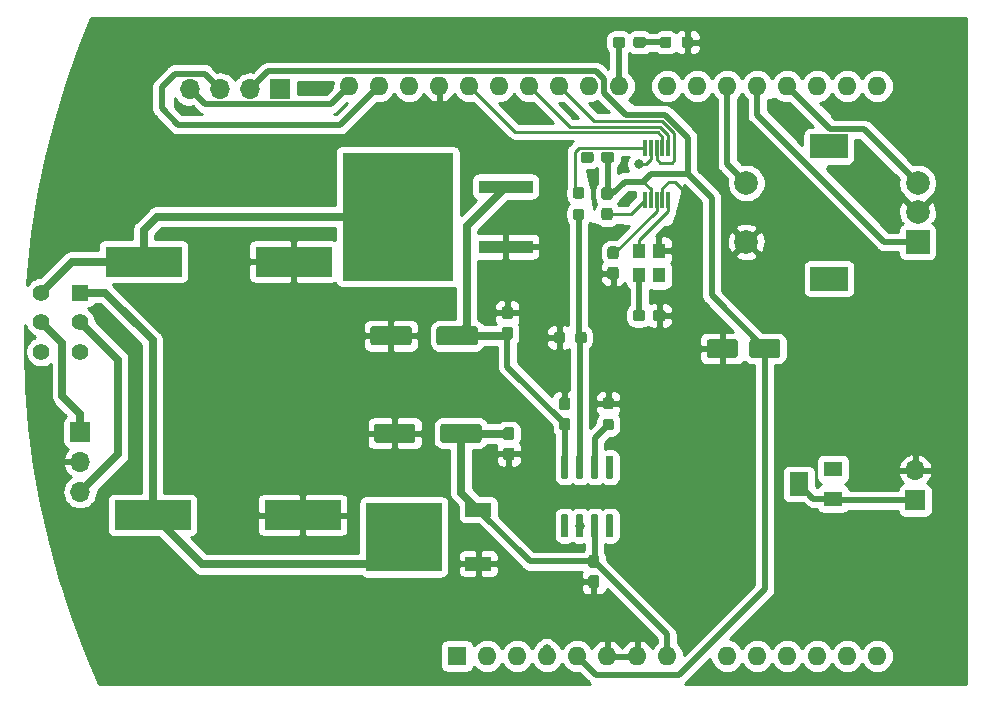
<source format=gbr>
%TF.GenerationSoftware,KiCad,Pcbnew,(5.0.1)-3*%
%TF.CreationDate,2020-11-23T15:34:50+02:00*%
%TF.ProjectId,Function_generator,46756E6374696F6E5F67656E65726174,rev?*%
%TF.SameCoordinates,Original*%
%TF.FileFunction,Copper,L1,Top,Signal*%
%TF.FilePolarity,Positive*%
%FSLAX46Y46*%
G04 Gerber Fmt 4.6, Leading zero omitted, Abs format (unit mm)*
G04 Created by KiCad (PCBNEW (5.0.1)-3) date 23.11.2020 15:34:50*
%MOMM*%
%LPD*%
G01*
G04 APERTURE LIST*
%TA.AperFunction,ComponentPad*%
%ADD10O,1.600000X1.600000*%
%TD*%
%TA.AperFunction,ComponentPad*%
%ADD11R,1.600000X1.600000*%
%TD*%
%TA.AperFunction,Conductor*%
%ADD12C,0.100000*%
%TD*%
%TA.AperFunction,SMDPad,CuDef*%
%ADD13C,0.950000*%
%TD*%
%TA.AperFunction,SMDPad,CuDef*%
%ADD14C,1.600000*%
%TD*%
%TA.AperFunction,SMDPad,CuDef*%
%ADD15R,6.500000X2.500000*%
%TD*%
%TA.AperFunction,ComponentPad*%
%ADD16R,1.700000X1.700000*%
%TD*%
%TA.AperFunction,ComponentPad*%
%ADD17O,1.700000X1.700000*%
%TD*%
%TA.AperFunction,SMDPad,CuDef*%
%ADD18R,1.600000X1.300000*%
%TD*%
%TA.AperFunction,SMDPad,CuDef*%
%ADD19R,1.600000X2.000000*%
%TD*%
%TA.AperFunction,ComponentPad*%
%ADD20C,2.000000*%
%TD*%
%TA.AperFunction,ComponentPad*%
%ADD21R,3.200000X2.000000*%
%TD*%
%TA.AperFunction,ComponentPad*%
%ADD22R,2.000000X2.000000*%
%TD*%
%TA.AperFunction,SMDPad,CuDef*%
%ADD23C,0.600000*%
%TD*%
%TA.AperFunction,SMDPad,CuDef*%
%ADD24R,4.600000X1.100000*%
%TD*%
%TA.AperFunction,SMDPad,CuDef*%
%ADD25R,9.400000X10.800000*%
%TD*%
%TA.AperFunction,SMDPad,CuDef*%
%ADD26R,0.300000X1.400000*%
%TD*%
%TA.AperFunction,SMDPad,CuDef*%
%ADD27R,1.100000X1.300000*%
%TD*%
%TA.AperFunction,SMDPad,CuDef*%
%ADD28R,2.200000X1.200000*%
%TD*%
%TA.AperFunction,SMDPad,CuDef*%
%ADD29R,6.400000X5.800000*%
%TD*%
%TA.AperFunction,ComponentPad*%
%ADD30R,1.400000X1.400000*%
%TD*%
%TA.AperFunction,ComponentPad*%
%ADD31C,1.400000*%
%TD*%
%TA.AperFunction,ViaPad*%
%ADD32C,0.800000*%
%TD*%
%TA.AperFunction,Conductor*%
%ADD33C,0.500000*%
%TD*%
%TA.AperFunction,Conductor*%
%ADD34C,0.250000*%
%TD*%
%TA.AperFunction,Conductor*%
%ADD35C,0.700000*%
%TD*%
%TA.AperFunction,Conductor*%
%ADD36C,0.254000*%
%TD*%
%TA.AperFunction,NonConductor*%
%ADD37C,0.254000*%
%TD*%
G04 APERTURE END LIST*
D10*
%TO.P,A1,32*%
%TO.N,Net-(A1-Pad32)*%
X108081000Y-57912000D03*
%TO.P,A1,31*%
%TO.N,Net-(A1-Pad31)*%
X110621000Y-57912000D03*
D11*
%TO.P,A1,1*%
%TO.N,Net-(A1-Pad1)*%
X117221000Y-106172000D03*
D10*
%TO.P,A1,17*%
%TO.N,Net-(A1-Pad17)*%
X147701000Y-57912000D03*
%TO.P,A1,2*%
%TO.N,Net-(A1-Pad2)*%
X119761000Y-106172000D03*
%TO.P,A1,18*%
%TO.N,Net-(A1-Pad18)*%
X145161000Y-57912000D03*
%TO.P,A1,3*%
%TO.N,Net-(A1-Pad3)*%
X122301000Y-106172000D03*
%TO.P,A1,19*%
%TO.N,Net-(A1-Pad19)*%
X142621000Y-57912000D03*
%TO.P,A1,4*%
%TO.N,+3.3V*%
X124841000Y-106172000D03*
%TO.P,A1,20*%
%TO.N,Net-(A1-Pad20)*%
X140081000Y-57912000D03*
%TO.P,A1,5*%
%TO.N,+5V*%
X127381000Y-106172000D03*
%TO.P,A1,21*%
%TO.N,Net-(A1-Pad21)*%
X137541000Y-57912000D03*
%TO.P,A1,6*%
%TO.N,GNDREF*%
X129921000Y-106172000D03*
%TO.P,A1,22*%
%TO.N,Net-(A1-Pad22)*%
X135001000Y-57912000D03*
%TO.P,A1,7*%
%TO.N,GNDREF*%
X132461000Y-106172000D03*
%TO.P,A1,23*%
%TO.N,Net-(A1-Pad23)*%
X130941000Y-57912000D03*
%TO.P,A1,8*%
%TO.N,+12V*%
X135001000Y-106172000D03*
%TO.P,A1,24*%
%TO.N,Net-(A1-Pad24)*%
X128401000Y-57912000D03*
%TO.P,A1,9*%
%TO.N,Net-(A1-Pad9)*%
X140081000Y-106172000D03*
%TO.P,A1,25*%
%TO.N,FSYNC*%
X125861000Y-57912000D03*
%TO.P,A1,10*%
%TO.N,Net-(A1-Pad10)*%
X142621000Y-106172000D03*
%TO.P,A1,26*%
%TO.N,SDATA*%
X123321000Y-57912000D03*
%TO.P,A1,11*%
%TO.N,Net-(A1-Pad11)*%
X145161000Y-106172000D03*
%TO.P,A1,27*%
%TO.N,Net-(A1-Pad27)*%
X120781000Y-57912000D03*
%TO.P,A1,12*%
%TO.N,Net-(A1-Pad12)*%
X147701000Y-106172000D03*
%TO.P,A1,28*%
%TO.N,SCLK*%
X118241000Y-57912000D03*
%TO.P,A1,13*%
%TO.N,Net-(A1-Pad13)*%
X150241000Y-106172000D03*
%TO.P,A1,29*%
%TO.N,GNDREF*%
X115701000Y-57912000D03*
%TO.P,A1,14*%
%TO.N,Net-(A1-Pad14)*%
X152781000Y-106172000D03*
%TO.P,A1,30*%
%TO.N,Net-(A1-Pad30)*%
X113161000Y-57912000D03*
%TO.P,A1,15*%
%TO.N,Net-(A1-Pad15)*%
X152781000Y-57912000D03*
%TO.P,A1,16*%
%TO.N,Net-(A1-Pad16)*%
X150241000Y-57912000D03*
%TD*%
D12*
%TO.N,+3.3V*%
%TO.C,C1*%
G36*
X132937779Y-76869144D02*
X132960834Y-76872563D01*
X132983443Y-76878227D01*
X133005387Y-76886079D01*
X133026457Y-76896044D01*
X133046448Y-76908026D01*
X133065168Y-76921910D01*
X133082438Y-76937562D01*
X133098090Y-76954832D01*
X133111974Y-76973552D01*
X133123956Y-76993543D01*
X133133921Y-77014613D01*
X133141773Y-77036557D01*
X133147437Y-77059166D01*
X133150856Y-77082221D01*
X133152000Y-77105500D01*
X133152000Y-77580500D01*
X133150856Y-77603779D01*
X133147437Y-77626834D01*
X133141773Y-77649443D01*
X133133921Y-77671387D01*
X133123956Y-77692457D01*
X133111974Y-77712448D01*
X133098090Y-77731168D01*
X133082438Y-77748438D01*
X133065168Y-77764090D01*
X133046448Y-77777974D01*
X133026457Y-77789956D01*
X133005387Y-77799921D01*
X132983443Y-77807773D01*
X132960834Y-77813437D01*
X132937779Y-77816856D01*
X132914500Y-77818000D01*
X132314500Y-77818000D01*
X132291221Y-77816856D01*
X132268166Y-77813437D01*
X132245557Y-77807773D01*
X132223613Y-77799921D01*
X132202543Y-77789956D01*
X132182552Y-77777974D01*
X132163832Y-77764090D01*
X132146562Y-77748438D01*
X132130910Y-77731168D01*
X132117026Y-77712448D01*
X132105044Y-77692457D01*
X132095079Y-77671387D01*
X132087227Y-77649443D01*
X132081563Y-77626834D01*
X132078144Y-77603779D01*
X132077000Y-77580500D01*
X132077000Y-77105500D01*
X132078144Y-77082221D01*
X132081563Y-77059166D01*
X132087227Y-77036557D01*
X132095079Y-77014613D01*
X132105044Y-76993543D01*
X132117026Y-76973552D01*
X132130910Y-76954832D01*
X132146562Y-76937562D01*
X132163832Y-76921910D01*
X132182552Y-76908026D01*
X132202543Y-76896044D01*
X132223613Y-76886079D01*
X132245557Y-76878227D01*
X132268166Y-76872563D01*
X132291221Y-76869144D01*
X132314500Y-76868000D01*
X132914500Y-76868000D01*
X132937779Y-76869144D01*
X132937779Y-76869144D01*
G37*
D13*
%TD*%
%TO.P,C1,2*%
%TO.N,+3.3V*%
X132614500Y-77343000D03*
D12*
%TO.N,GNDREF*%
%TO.C,C1*%
G36*
X134662779Y-76869144D02*
X134685834Y-76872563D01*
X134708443Y-76878227D01*
X134730387Y-76886079D01*
X134751457Y-76896044D01*
X134771448Y-76908026D01*
X134790168Y-76921910D01*
X134807438Y-76937562D01*
X134823090Y-76954832D01*
X134836974Y-76973552D01*
X134848956Y-76993543D01*
X134858921Y-77014613D01*
X134866773Y-77036557D01*
X134872437Y-77059166D01*
X134875856Y-77082221D01*
X134877000Y-77105500D01*
X134877000Y-77580500D01*
X134875856Y-77603779D01*
X134872437Y-77626834D01*
X134866773Y-77649443D01*
X134858921Y-77671387D01*
X134848956Y-77692457D01*
X134836974Y-77712448D01*
X134823090Y-77731168D01*
X134807438Y-77748438D01*
X134790168Y-77764090D01*
X134771448Y-77777974D01*
X134751457Y-77789956D01*
X134730387Y-77799921D01*
X134708443Y-77807773D01*
X134685834Y-77813437D01*
X134662779Y-77816856D01*
X134639500Y-77818000D01*
X134039500Y-77818000D01*
X134016221Y-77816856D01*
X133993166Y-77813437D01*
X133970557Y-77807773D01*
X133948613Y-77799921D01*
X133927543Y-77789956D01*
X133907552Y-77777974D01*
X133888832Y-77764090D01*
X133871562Y-77748438D01*
X133855910Y-77731168D01*
X133842026Y-77712448D01*
X133830044Y-77692457D01*
X133820079Y-77671387D01*
X133812227Y-77649443D01*
X133806563Y-77626834D01*
X133803144Y-77603779D01*
X133802000Y-77580500D01*
X133802000Y-77105500D01*
X133803144Y-77082221D01*
X133806563Y-77059166D01*
X133812227Y-77036557D01*
X133820079Y-77014613D01*
X133830044Y-76993543D01*
X133842026Y-76973552D01*
X133855910Y-76954832D01*
X133871562Y-76937562D01*
X133888832Y-76921910D01*
X133907552Y-76908026D01*
X133927543Y-76896044D01*
X133948613Y-76886079D01*
X133970557Y-76878227D01*
X133993166Y-76872563D01*
X134016221Y-76869144D01*
X134039500Y-76868000D01*
X134639500Y-76868000D01*
X134662779Y-76869144D01*
X134662779Y-76869144D01*
G37*
D13*
%TD*%
%TO.P,C1,1*%
%TO.N,GNDREF*%
X134339500Y-77343000D03*
D12*
%TO.N,Net-(C2-Pad1)*%
%TO.C,C2*%
G36*
X130689779Y-71499144D02*
X130712834Y-71502563D01*
X130735443Y-71508227D01*
X130757387Y-71516079D01*
X130778457Y-71526044D01*
X130798448Y-71538026D01*
X130817168Y-71551910D01*
X130834438Y-71567562D01*
X130850090Y-71584832D01*
X130863974Y-71603552D01*
X130875956Y-71623543D01*
X130885921Y-71644613D01*
X130893773Y-71666557D01*
X130899437Y-71689166D01*
X130902856Y-71712221D01*
X130904000Y-71735500D01*
X130904000Y-72335500D01*
X130902856Y-72358779D01*
X130899437Y-72381834D01*
X130893773Y-72404443D01*
X130885921Y-72426387D01*
X130875956Y-72447457D01*
X130863974Y-72467448D01*
X130850090Y-72486168D01*
X130834438Y-72503438D01*
X130817168Y-72519090D01*
X130798448Y-72532974D01*
X130778457Y-72544956D01*
X130757387Y-72554921D01*
X130735443Y-72562773D01*
X130712834Y-72568437D01*
X130689779Y-72571856D01*
X130666500Y-72573000D01*
X130191500Y-72573000D01*
X130168221Y-72571856D01*
X130145166Y-72568437D01*
X130122557Y-72562773D01*
X130100613Y-72554921D01*
X130079543Y-72544956D01*
X130059552Y-72532974D01*
X130040832Y-72519090D01*
X130023562Y-72503438D01*
X130007910Y-72486168D01*
X129994026Y-72467448D01*
X129982044Y-72447457D01*
X129972079Y-72426387D01*
X129964227Y-72404443D01*
X129958563Y-72381834D01*
X129955144Y-72358779D01*
X129954000Y-72335500D01*
X129954000Y-71735500D01*
X129955144Y-71712221D01*
X129958563Y-71689166D01*
X129964227Y-71666557D01*
X129972079Y-71644613D01*
X129982044Y-71623543D01*
X129994026Y-71603552D01*
X130007910Y-71584832D01*
X130023562Y-71567562D01*
X130040832Y-71551910D01*
X130059552Y-71538026D01*
X130079543Y-71526044D01*
X130100613Y-71516079D01*
X130122557Y-71508227D01*
X130145166Y-71502563D01*
X130168221Y-71499144D01*
X130191500Y-71498000D01*
X130666500Y-71498000D01*
X130689779Y-71499144D01*
X130689779Y-71499144D01*
G37*
D13*
%TD*%
%TO.P,C2,1*%
%TO.N,Net-(C2-Pad1)*%
X130429000Y-72035500D03*
D12*
%TO.N,GNDREF*%
%TO.C,C2*%
G36*
X130689779Y-73224144D02*
X130712834Y-73227563D01*
X130735443Y-73233227D01*
X130757387Y-73241079D01*
X130778457Y-73251044D01*
X130798448Y-73263026D01*
X130817168Y-73276910D01*
X130834438Y-73292562D01*
X130850090Y-73309832D01*
X130863974Y-73328552D01*
X130875956Y-73348543D01*
X130885921Y-73369613D01*
X130893773Y-73391557D01*
X130899437Y-73414166D01*
X130902856Y-73437221D01*
X130904000Y-73460500D01*
X130904000Y-74060500D01*
X130902856Y-74083779D01*
X130899437Y-74106834D01*
X130893773Y-74129443D01*
X130885921Y-74151387D01*
X130875956Y-74172457D01*
X130863974Y-74192448D01*
X130850090Y-74211168D01*
X130834438Y-74228438D01*
X130817168Y-74244090D01*
X130798448Y-74257974D01*
X130778457Y-74269956D01*
X130757387Y-74279921D01*
X130735443Y-74287773D01*
X130712834Y-74293437D01*
X130689779Y-74296856D01*
X130666500Y-74298000D01*
X130191500Y-74298000D01*
X130168221Y-74296856D01*
X130145166Y-74293437D01*
X130122557Y-74287773D01*
X130100613Y-74279921D01*
X130079543Y-74269956D01*
X130059552Y-74257974D01*
X130040832Y-74244090D01*
X130023562Y-74228438D01*
X130007910Y-74211168D01*
X129994026Y-74192448D01*
X129982044Y-74172457D01*
X129972079Y-74151387D01*
X129964227Y-74129443D01*
X129958563Y-74106834D01*
X129955144Y-74083779D01*
X129954000Y-74060500D01*
X129954000Y-73460500D01*
X129955144Y-73437221D01*
X129958563Y-73414166D01*
X129964227Y-73391557D01*
X129972079Y-73369613D01*
X129982044Y-73348543D01*
X129994026Y-73328552D01*
X130007910Y-73309832D01*
X130023562Y-73292562D01*
X130040832Y-73276910D01*
X130059552Y-73263026D01*
X130079543Y-73251044D01*
X130100613Y-73241079D01*
X130122557Y-73233227D01*
X130145166Y-73227563D01*
X130168221Y-73224144D01*
X130191500Y-73223000D01*
X130666500Y-73223000D01*
X130689779Y-73224144D01*
X130689779Y-73224144D01*
G37*
D13*
%TD*%
%TO.P,C2,2*%
%TO.N,GNDREF*%
X130429000Y-73760500D03*
D12*
%TO.N,GNDREF*%
%TO.C,C3*%
G36*
X128560779Y-63464144D02*
X128583834Y-63467563D01*
X128606443Y-63473227D01*
X128628387Y-63481079D01*
X128649457Y-63491044D01*
X128669448Y-63503026D01*
X128688168Y-63516910D01*
X128705438Y-63532562D01*
X128721090Y-63549832D01*
X128734974Y-63568552D01*
X128746956Y-63588543D01*
X128756921Y-63609613D01*
X128764773Y-63631557D01*
X128770437Y-63654166D01*
X128773856Y-63677221D01*
X128775000Y-63700500D01*
X128775000Y-64175500D01*
X128773856Y-64198779D01*
X128770437Y-64221834D01*
X128764773Y-64244443D01*
X128756921Y-64266387D01*
X128746956Y-64287457D01*
X128734974Y-64307448D01*
X128721090Y-64326168D01*
X128705438Y-64343438D01*
X128688168Y-64359090D01*
X128669448Y-64372974D01*
X128649457Y-64384956D01*
X128628387Y-64394921D01*
X128606443Y-64402773D01*
X128583834Y-64408437D01*
X128560779Y-64411856D01*
X128537500Y-64413000D01*
X127937500Y-64413000D01*
X127914221Y-64411856D01*
X127891166Y-64408437D01*
X127868557Y-64402773D01*
X127846613Y-64394921D01*
X127825543Y-64384956D01*
X127805552Y-64372974D01*
X127786832Y-64359090D01*
X127769562Y-64343438D01*
X127753910Y-64326168D01*
X127740026Y-64307448D01*
X127728044Y-64287457D01*
X127718079Y-64266387D01*
X127710227Y-64244443D01*
X127704563Y-64221834D01*
X127701144Y-64198779D01*
X127700000Y-64175500D01*
X127700000Y-63700500D01*
X127701144Y-63677221D01*
X127704563Y-63654166D01*
X127710227Y-63631557D01*
X127718079Y-63609613D01*
X127728044Y-63588543D01*
X127740026Y-63568552D01*
X127753910Y-63549832D01*
X127769562Y-63532562D01*
X127786832Y-63516910D01*
X127805552Y-63503026D01*
X127825543Y-63491044D01*
X127846613Y-63481079D01*
X127868557Y-63473227D01*
X127891166Y-63467563D01*
X127914221Y-63464144D01*
X127937500Y-63463000D01*
X128537500Y-63463000D01*
X128560779Y-63464144D01*
X128560779Y-63464144D01*
G37*
D13*
%TD*%
%TO.P,C3,2*%
%TO.N,GNDREF*%
X128237500Y-63938000D03*
D12*
%TO.N,+5V*%
%TO.C,C3*%
G36*
X130285779Y-63464144D02*
X130308834Y-63467563D01*
X130331443Y-63473227D01*
X130353387Y-63481079D01*
X130374457Y-63491044D01*
X130394448Y-63503026D01*
X130413168Y-63516910D01*
X130430438Y-63532562D01*
X130446090Y-63549832D01*
X130459974Y-63568552D01*
X130471956Y-63588543D01*
X130481921Y-63609613D01*
X130489773Y-63631557D01*
X130495437Y-63654166D01*
X130498856Y-63677221D01*
X130500000Y-63700500D01*
X130500000Y-64175500D01*
X130498856Y-64198779D01*
X130495437Y-64221834D01*
X130489773Y-64244443D01*
X130481921Y-64266387D01*
X130471956Y-64287457D01*
X130459974Y-64307448D01*
X130446090Y-64326168D01*
X130430438Y-64343438D01*
X130413168Y-64359090D01*
X130394448Y-64372974D01*
X130374457Y-64384956D01*
X130353387Y-64394921D01*
X130331443Y-64402773D01*
X130308834Y-64408437D01*
X130285779Y-64411856D01*
X130262500Y-64413000D01*
X129662500Y-64413000D01*
X129639221Y-64411856D01*
X129616166Y-64408437D01*
X129593557Y-64402773D01*
X129571613Y-64394921D01*
X129550543Y-64384956D01*
X129530552Y-64372974D01*
X129511832Y-64359090D01*
X129494562Y-64343438D01*
X129478910Y-64326168D01*
X129465026Y-64307448D01*
X129453044Y-64287457D01*
X129443079Y-64266387D01*
X129435227Y-64244443D01*
X129429563Y-64221834D01*
X129426144Y-64198779D01*
X129425000Y-64175500D01*
X129425000Y-63700500D01*
X129426144Y-63677221D01*
X129429563Y-63654166D01*
X129435227Y-63631557D01*
X129443079Y-63609613D01*
X129453044Y-63588543D01*
X129465026Y-63568552D01*
X129478910Y-63549832D01*
X129494562Y-63532562D01*
X129511832Y-63516910D01*
X129530552Y-63503026D01*
X129550543Y-63491044D01*
X129571613Y-63481079D01*
X129593557Y-63473227D01*
X129616166Y-63467563D01*
X129639221Y-63464144D01*
X129662500Y-63463000D01*
X130262500Y-63463000D01*
X130285779Y-63464144D01*
X130285779Y-63464144D01*
G37*
D13*
%TD*%
%TO.P,C3,1*%
%TO.N,+5V*%
X129962500Y-63938000D03*
D12*
%TO.N,+5V*%
%TO.C,C4*%
G36*
X144352504Y-79338204D02*
X144376773Y-79341804D01*
X144400571Y-79347765D01*
X144423671Y-79356030D01*
X144445849Y-79366520D01*
X144466893Y-79379133D01*
X144486598Y-79393747D01*
X144504777Y-79410223D01*
X144521253Y-79428402D01*
X144535867Y-79448107D01*
X144548480Y-79469151D01*
X144558970Y-79491329D01*
X144567235Y-79514429D01*
X144573196Y-79538227D01*
X144576796Y-79562496D01*
X144578000Y-79587000D01*
X144578000Y-80687000D01*
X144576796Y-80711504D01*
X144573196Y-80735773D01*
X144567235Y-80759571D01*
X144558970Y-80782671D01*
X144548480Y-80804849D01*
X144535867Y-80825893D01*
X144521253Y-80845598D01*
X144504777Y-80863777D01*
X144486598Y-80880253D01*
X144466893Y-80894867D01*
X144445849Y-80907480D01*
X144423671Y-80917970D01*
X144400571Y-80926235D01*
X144376773Y-80932196D01*
X144352504Y-80935796D01*
X144328000Y-80937000D01*
X142228000Y-80937000D01*
X142203496Y-80935796D01*
X142179227Y-80932196D01*
X142155429Y-80926235D01*
X142132329Y-80917970D01*
X142110151Y-80907480D01*
X142089107Y-80894867D01*
X142069402Y-80880253D01*
X142051223Y-80863777D01*
X142034747Y-80845598D01*
X142020133Y-80825893D01*
X142007520Y-80804849D01*
X141997030Y-80782671D01*
X141988765Y-80759571D01*
X141982804Y-80735773D01*
X141979204Y-80711504D01*
X141978000Y-80687000D01*
X141978000Y-79587000D01*
X141979204Y-79562496D01*
X141982804Y-79538227D01*
X141988765Y-79514429D01*
X141997030Y-79491329D01*
X142007520Y-79469151D01*
X142020133Y-79448107D01*
X142034747Y-79428402D01*
X142051223Y-79410223D01*
X142069402Y-79393747D01*
X142089107Y-79379133D01*
X142110151Y-79366520D01*
X142132329Y-79356030D01*
X142155429Y-79347765D01*
X142179227Y-79341804D01*
X142203496Y-79338204D01*
X142228000Y-79337000D01*
X144328000Y-79337000D01*
X144352504Y-79338204D01*
X144352504Y-79338204D01*
G37*
D14*
%TD*%
%TO.P,C4,1*%
%TO.N,+5V*%
X143278000Y-80137000D03*
D12*
%TO.N,GNDREF*%
%TO.C,C4*%
G36*
X140752504Y-79338204D02*
X140776773Y-79341804D01*
X140800571Y-79347765D01*
X140823671Y-79356030D01*
X140845849Y-79366520D01*
X140866893Y-79379133D01*
X140886598Y-79393747D01*
X140904777Y-79410223D01*
X140921253Y-79428402D01*
X140935867Y-79448107D01*
X140948480Y-79469151D01*
X140958970Y-79491329D01*
X140967235Y-79514429D01*
X140973196Y-79538227D01*
X140976796Y-79562496D01*
X140978000Y-79587000D01*
X140978000Y-80687000D01*
X140976796Y-80711504D01*
X140973196Y-80735773D01*
X140967235Y-80759571D01*
X140958970Y-80782671D01*
X140948480Y-80804849D01*
X140935867Y-80825893D01*
X140921253Y-80845598D01*
X140904777Y-80863777D01*
X140886598Y-80880253D01*
X140866893Y-80894867D01*
X140845849Y-80907480D01*
X140823671Y-80917970D01*
X140800571Y-80926235D01*
X140776773Y-80932196D01*
X140752504Y-80935796D01*
X140728000Y-80937000D01*
X138628000Y-80937000D01*
X138603496Y-80935796D01*
X138579227Y-80932196D01*
X138555429Y-80926235D01*
X138532329Y-80917970D01*
X138510151Y-80907480D01*
X138489107Y-80894867D01*
X138469402Y-80880253D01*
X138451223Y-80863777D01*
X138434747Y-80845598D01*
X138420133Y-80825893D01*
X138407520Y-80804849D01*
X138397030Y-80782671D01*
X138388765Y-80759571D01*
X138382804Y-80735773D01*
X138379204Y-80711504D01*
X138378000Y-80687000D01*
X138378000Y-79587000D01*
X138379204Y-79562496D01*
X138382804Y-79538227D01*
X138388765Y-79514429D01*
X138397030Y-79491329D01*
X138407520Y-79469151D01*
X138420133Y-79448107D01*
X138434747Y-79428402D01*
X138451223Y-79410223D01*
X138469402Y-79393747D01*
X138489107Y-79379133D01*
X138510151Y-79366520D01*
X138532329Y-79356030D01*
X138555429Y-79347765D01*
X138579227Y-79341804D01*
X138603496Y-79338204D01*
X138628000Y-79337000D01*
X140728000Y-79337000D01*
X140752504Y-79338204D01*
X140752504Y-79338204D01*
G37*
D14*
%TD*%
%TO.P,C4,2*%
%TO.N,GNDREF*%
X139678000Y-80137000D03*
D12*
%TO.N,Net-(C5-Pad1)*%
%TO.C,C5*%
G36*
X130181779Y-68201144D02*
X130204834Y-68204563D01*
X130227443Y-68210227D01*
X130249387Y-68218079D01*
X130270457Y-68228044D01*
X130290448Y-68240026D01*
X130309168Y-68253910D01*
X130326438Y-68269562D01*
X130342090Y-68286832D01*
X130355974Y-68305552D01*
X130367956Y-68325543D01*
X130377921Y-68346613D01*
X130385773Y-68368557D01*
X130391437Y-68391166D01*
X130394856Y-68414221D01*
X130396000Y-68437500D01*
X130396000Y-69037500D01*
X130394856Y-69060779D01*
X130391437Y-69083834D01*
X130385773Y-69106443D01*
X130377921Y-69128387D01*
X130367956Y-69149457D01*
X130355974Y-69169448D01*
X130342090Y-69188168D01*
X130326438Y-69205438D01*
X130309168Y-69221090D01*
X130290448Y-69234974D01*
X130270457Y-69246956D01*
X130249387Y-69256921D01*
X130227443Y-69264773D01*
X130204834Y-69270437D01*
X130181779Y-69273856D01*
X130158500Y-69275000D01*
X129683500Y-69275000D01*
X129660221Y-69273856D01*
X129637166Y-69270437D01*
X129614557Y-69264773D01*
X129592613Y-69256921D01*
X129571543Y-69246956D01*
X129551552Y-69234974D01*
X129532832Y-69221090D01*
X129515562Y-69205438D01*
X129499910Y-69188168D01*
X129486026Y-69169448D01*
X129474044Y-69149457D01*
X129464079Y-69128387D01*
X129456227Y-69106443D01*
X129450563Y-69083834D01*
X129447144Y-69060779D01*
X129446000Y-69037500D01*
X129446000Y-68437500D01*
X129447144Y-68414221D01*
X129450563Y-68391166D01*
X129456227Y-68368557D01*
X129464079Y-68346613D01*
X129474044Y-68325543D01*
X129486026Y-68305552D01*
X129499910Y-68286832D01*
X129515562Y-68269562D01*
X129532832Y-68253910D01*
X129551552Y-68240026D01*
X129571543Y-68228044D01*
X129592613Y-68218079D01*
X129614557Y-68210227D01*
X129637166Y-68204563D01*
X129660221Y-68201144D01*
X129683500Y-68200000D01*
X130158500Y-68200000D01*
X130181779Y-68201144D01*
X130181779Y-68201144D01*
G37*
D13*
%TD*%
%TO.P,C5,1*%
%TO.N,Net-(C5-Pad1)*%
X129921000Y-68737500D03*
D12*
%TO.N,+5V*%
%TO.C,C5*%
G36*
X130181779Y-66476144D02*
X130204834Y-66479563D01*
X130227443Y-66485227D01*
X130249387Y-66493079D01*
X130270457Y-66503044D01*
X130290448Y-66515026D01*
X130309168Y-66528910D01*
X130326438Y-66544562D01*
X130342090Y-66561832D01*
X130355974Y-66580552D01*
X130367956Y-66600543D01*
X130377921Y-66621613D01*
X130385773Y-66643557D01*
X130391437Y-66666166D01*
X130394856Y-66689221D01*
X130396000Y-66712500D01*
X130396000Y-67312500D01*
X130394856Y-67335779D01*
X130391437Y-67358834D01*
X130385773Y-67381443D01*
X130377921Y-67403387D01*
X130367956Y-67424457D01*
X130355974Y-67444448D01*
X130342090Y-67463168D01*
X130326438Y-67480438D01*
X130309168Y-67496090D01*
X130290448Y-67509974D01*
X130270457Y-67521956D01*
X130249387Y-67531921D01*
X130227443Y-67539773D01*
X130204834Y-67545437D01*
X130181779Y-67548856D01*
X130158500Y-67550000D01*
X129683500Y-67550000D01*
X129660221Y-67548856D01*
X129637166Y-67545437D01*
X129614557Y-67539773D01*
X129592613Y-67531921D01*
X129571543Y-67521956D01*
X129551552Y-67509974D01*
X129532832Y-67496090D01*
X129515562Y-67480438D01*
X129499910Y-67463168D01*
X129486026Y-67444448D01*
X129474044Y-67424457D01*
X129464079Y-67403387D01*
X129456227Y-67381443D01*
X129450563Y-67358834D01*
X129447144Y-67335779D01*
X129446000Y-67312500D01*
X129446000Y-66712500D01*
X129447144Y-66689221D01*
X129450563Y-66666166D01*
X129456227Y-66643557D01*
X129464079Y-66621613D01*
X129474044Y-66600543D01*
X129486026Y-66580552D01*
X129499910Y-66561832D01*
X129515562Y-66544562D01*
X129532832Y-66528910D01*
X129551552Y-66515026D01*
X129571543Y-66503044D01*
X129592613Y-66493079D01*
X129614557Y-66485227D01*
X129637166Y-66479563D01*
X129660221Y-66476144D01*
X129683500Y-66475000D01*
X130158500Y-66475000D01*
X130181779Y-66476144D01*
X130181779Y-66476144D01*
G37*
D13*
%TD*%
%TO.P,C5,2*%
%TO.N,+5V*%
X129921000Y-67012500D03*
D12*
%TO.N,-12V*%
%TO.C,C6*%
G36*
X126593779Y-86000144D02*
X126616834Y-86003563D01*
X126639443Y-86009227D01*
X126661387Y-86017079D01*
X126682457Y-86027044D01*
X126702448Y-86039026D01*
X126721168Y-86052910D01*
X126738438Y-86068562D01*
X126754090Y-86085832D01*
X126767974Y-86104552D01*
X126779956Y-86124543D01*
X126789921Y-86145613D01*
X126797773Y-86167557D01*
X126803437Y-86190166D01*
X126806856Y-86213221D01*
X126808000Y-86236500D01*
X126808000Y-86836500D01*
X126806856Y-86859779D01*
X126803437Y-86882834D01*
X126797773Y-86905443D01*
X126789921Y-86927387D01*
X126779956Y-86948457D01*
X126767974Y-86968448D01*
X126754090Y-86987168D01*
X126738438Y-87004438D01*
X126721168Y-87020090D01*
X126702448Y-87033974D01*
X126682457Y-87045956D01*
X126661387Y-87055921D01*
X126639443Y-87063773D01*
X126616834Y-87069437D01*
X126593779Y-87072856D01*
X126570500Y-87074000D01*
X126095500Y-87074000D01*
X126072221Y-87072856D01*
X126049166Y-87069437D01*
X126026557Y-87063773D01*
X126004613Y-87055921D01*
X125983543Y-87045956D01*
X125963552Y-87033974D01*
X125944832Y-87020090D01*
X125927562Y-87004438D01*
X125911910Y-86987168D01*
X125898026Y-86968448D01*
X125886044Y-86948457D01*
X125876079Y-86927387D01*
X125868227Y-86905443D01*
X125862563Y-86882834D01*
X125859144Y-86859779D01*
X125858000Y-86836500D01*
X125858000Y-86236500D01*
X125859144Y-86213221D01*
X125862563Y-86190166D01*
X125868227Y-86167557D01*
X125876079Y-86145613D01*
X125886044Y-86124543D01*
X125898026Y-86104552D01*
X125911910Y-86085832D01*
X125927562Y-86068562D01*
X125944832Y-86052910D01*
X125963552Y-86039026D01*
X125983543Y-86027044D01*
X126004613Y-86017079D01*
X126026557Y-86009227D01*
X126049166Y-86003563D01*
X126072221Y-86000144D01*
X126095500Y-85999000D01*
X126570500Y-85999000D01*
X126593779Y-86000144D01*
X126593779Y-86000144D01*
G37*
D13*
%TD*%
%TO.P,C6,2*%
%TO.N,-12V*%
X126333000Y-86536500D03*
D12*
%TO.N,GNDREF*%
%TO.C,C6*%
G36*
X126593779Y-84275144D02*
X126616834Y-84278563D01*
X126639443Y-84284227D01*
X126661387Y-84292079D01*
X126682457Y-84302044D01*
X126702448Y-84314026D01*
X126721168Y-84327910D01*
X126738438Y-84343562D01*
X126754090Y-84360832D01*
X126767974Y-84379552D01*
X126779956Y-84399543D01*
X126789921Y-84420613D01*
X126797773Y-84442557D01*
X126803437Y-84465166D01*
X126806856Y-84488221D01*
X126808000Y-84511500D01*
X126808000Y-85111500D01*
X126806856Y-85134779D01*
X126803437Y-85157834D01*
X126797773Y-85180443D01*
X126789921Y-85202387D01*
X126779956Y-85223457D01*
X126767974Y-85243448D01*
X126754090Y-85262168D01*
X126738438Y-85279438D01*
X126721168Y-85295090D01*
X126702448Y-85308974D01*
X126682457Y-85320956D01*
X126661387Y-85330921D01*
X126639443Y-85338773D01*
X126616834Y-85344437D01*
X126593779Y-85347856D01*
X126570500Y-85349000D01*
X126095500Y-85349000D01*
X126072221Y-85347856D01*
X126049166Y-85344437D01*
X126026557Y-85338773D01*
X126004613Y-85330921D01*
X125983543Y-85320956D01*
X125963552Y-85308974D01*
X125944832Y-85295090D01*
X125927562Y-85279438D01*
X125911910Y-85262168D01*
X125898026Y-85243448D01*
X125886044Y-85223457D01*
X125876079Y-85202387D01*
X125868227Y-85180443D01*
X125862563Y-85157834D01*
X125859144Y-85134779D01*
X125858000Y-85111500D01*
X125858000Y-84511500D01*
X125859144Y-84488221D01*
X125862563Y-84465166D01*
X125868227Y-84442557D01*
X125876079Y-84420613D01*
X125886044Y-84399543D01*
X125898026Y-84379552D01*
X125911910Y-84360832D01*
X125927562Y-84343562D01*
X125944832Y-84327910D01*
X125963552Y-84314026D01*
X125983543Y-84302044D01*
X126004613Y-84292079D01*
X126026557Y-84284227D01*
X126049166Y-84278563D01*
X126072221Y-84275144D01*
X126095500Y-84274000D01*
X126570500Y-84274000D01*
X126593779Y-84275144D01*
X126593779Y-84275144D01*
G37*
D13*
%TD*%
%TO.P,C6,1*%
%TO.N,GNDREF*%
X126333000Y-84811500D03*
D12*
%TO.N,GNDREF*%
%TO.C,C7*%
G36*
X129060779Y-99335144D02*
X129083834Y-99338563D01*
X129106443Y-99344227D01*
X129128387Y-99352079D01*
X129149457Y-99362044D01*
X129169448Y-99374026D01*
X129188168Y-99387910D01*
X129205438Y-99403562D01*
X129221090Y-99420832D01*
X129234974Y-99439552D01*
X129246956Y-99459543D01*
X129256921Y-99480613D01*
X129264773Y-99502557D01*
X129270437Y-99525166D01*
X129273856Y-99548221D01*
X129275000Y-99571500D01*
X129275000Y-100171500D01*
X129273856Y-100194779D01*
X129270437Y-100217834D01*
X129264773Y-100240443D01*
X129256921Y-100262387D01*
X129246956Y-100283457D01*
X129234974Y-100303448D01*
X129221090Y-100322168D01*
X129205438Y-100339438D01*
X129188168Y-100355090D01*
X129169448Y-100368974D01*
X129149457Y-100380956D01*
X129128387Y-100390921D01*
X129106443Y-100398773D01*
X129083834Y-100404437D01*
X129060779Y-100407856D01*
X129037500Y-100409000D01*
X128562500Y-100409000D01*
X128539221Y-100407856D01*
X128516166Y-100404437D01*
X128493557Y-100398773D01*
X128471613Y-100390921D01*
X128450543Y-100380956D01*
X128430552Y-100368974D01*
X128411832Y-100355090D01*
X128394562Y-100339438D01*
X128378910Y-100322168D01*
X128365026Y-100303448D01*
X128353044Y-100283457D01*
X128343079Y-100262387D01*
X128335227Y-100240443D01*
X128329563Y-100217834D01*
X128326144Y-100194779D01*
X128325000Y-100171500D01*
X128325000Y-99571500D01*
X128326144Y-99548221D01*
X128329563Y-99525166D01*
X128335227Y-99502557D01*
X128343079Y-99480613D01*
X128353044Y-99459543D01*
X128365026Y-99439552D01*
X128378910Y-99420832D01*
X128394562Y-99403562D01*
X128411832Y-99387910D01*
X128430552Y-99374026D01*
X128450543Y-99362044D01*
X128471613Y-99352079D01*
X128493557Y-99344227D01*
X128516166Y-99338563D01*
X128539221Y-99335144D01*
X128562500Y-99334000D01*
X129037500Y-99334000D01*
X129060779Y-99335144D01*
X129060779Y-99335144D01*
G37*
D13*
%TD*%
%TO.P,C7,1*%
%TO.N,GNDREF*%
X128800000Y-99871500D03*
D12*
%TO.N,+12V*%
%TO.C,C7*%
G36*
X129060779Y-97610144D02*
X129083834Y-97613563D01*
X129106443Y-97619227D01*
X129128387Y-97627079D01*
X129149457Y-97637044D01*
X129169448Y-97649026D01*
X129188168Y-97662910D01*
X129205438Y-97678562D01*
X129221090Y-97695832D01*
X129234974Y-97714552D01*
X129246956Y-97734543D01*
X129256921Y-97755613D01*
X129264773Y-97777557D01*
X129270437Y-97800166D01*
X129273856Y-97823221D01*
X129275000Y-97846500D01*
X129275000Y-98446500D01*
X129273856Y-98469779D01*
X129270437Y-98492834D01*
X129264773Y-98515443D01*
X129256921Y-98537387D01*
X129246956Y-98558457D01*
X129234974Y-98578448D01*
X129221090Y-98597168D01*
X129205438Y-98614438D01*
X129188168Y-98630090D01*
X129169448Y-98643974D01*
X129149457Y-98655956D01*
X129128387Y-98665921D01*
X129106443Y-98673773D01*
X129083834Y-98679437D01*
X129060779Y-98682856D01*
X129037500Y-98684000D01*
X128562500Y-98684000D01*
X128539221Y-98682856D01*
X128516166Y-98679437D01*
X128493557Y-98673773D01*
X128471613Y-98665921D01*
X128450543Y-98655956D01*
X128430552Y-98643974D01*
X128411832Y-98630090D01*
X128394562Y-98614438D01*
X128378910Y-98597168D01*
X128365026Y-98578448D01*
X128353044Y-98558457D01*
X128343079Y-98537387D01*
X128335227Y-98515443D01*
X128329563Y-98492834D01*
X128326144Y-98469779D01*
X128325000Y-98446500D01*
X128325000Y-97846500D01*
X128326144Y-97823221D01*
X128329563Y-97800166D01*
X128335227Y-97777557D01*
X128343079Y-97755613D01*
X128353044Y-97734543D01*
X128365026Y-97714552D01*
X128378910Y-97695832D01*
X128394562Y-97678562D01*
X128411832Y-97662910D01*
X128430552Y-97649026D01*
X128450543Y-97637044D01*
X128471613Y-97627079D01*
X128493557Y-97619227D01*
X128516166Y-97613563D01*
X128539221Y-97610144D01*
X128562500Y-97609000D01*
X129037500Y-97609000D01*
X129060779Y-97610144D01*
X129060779Y-97610144D01*
G37*
D13*
%TD*%
%TO.P,C7,2*%
%TO.N,+12V*%
X128800000Y-98146500D03*
D15*
%TO.P,C8,2*%
%TO.N,GNDREF*%
X104140000Y-94234000D03*
%TO.P,C8,1*%
%TO.N,Net-(C8-Pad1)*%
X91440000Y-94234000D03*
%TD*%
%TO.P,C9,1*%
%TO.N,GNDREF*%
X103378000Y-72771000D03*
%TO.P,C9,2*%
%TO.N,Net-(C9-Pad2)*%
X90678000Y-72771000D03*
%TD*%
D12*
%TO.N,+12V*%
%TO.C,C10*%
G36*
X119069004Y-86513704D02*
X119093273Y-86517304D01*
X119117071Y-86523265D01*
X119140171Y-86531530D01*
X119162349Y-86542020D01*
X119183393Y-86554633D01*
X119203098Y-86569247D01*
X119221277Y-86585723D01*
X119237753Y-86603902D01*
X119252367Y-86623607D01*
X119264980Y-86644651D01*
X119275470Y-86666829D01*
X119283735Y-86689929D01*
X119289696Y-86713727D01*
X119293296Y-86737996D01*
X119294500Y-86762500D01*
X119294500Y-87862500D01*
X119293296Y-87887004D01*
X119289696Y-87911273D01*
X119283735Y-87935071D01*
X119275470Y-87958171D01*
X119264980Y-87980349D01*
X119252367Y-88001393D01*
X119237753Y-88021098D01*
X119221277Y-88039277D01*
X119203098Y-88055753D01*
X119183393Y-88070367D01*
X119162349Y-88082980D01*
X119140171Y-88093470D01*
X119117071Y-88101735D01*
X119093273Y-88107696D01*
X119069004Y-88111296D01*
X119044500Y-88112500D01*
X116044500Y-88112500D01*
X116019996Y-88111296D01*
X115995727Y-88107696D01*
X115971929Y-88101735D01*
X115948829Y-88093470D01*
X115926651Y-88082980D01*
X115905607Y-88070367D01*
X115885902Y-88055753D01*
X115867723Y-88039277D01*
X115851247Y-88021098D01*
X115836633Y-88001393D01*
X115824020Y-87980349D01*
X115813530Y-87958171D01*
X115805265Y-87935071D01*
X115799304Y-87911273D01*
X115795704Y-87887004D01*
X115794500Y-87862500D01*
X115794500Y-86762500D01*
X115795704Y-86737996D01*
X115799304Y-86713727D01*
X115805265Y-86689929D01*
X115813530Y-86666829D01*
X115824020Y-86644651D01*
X115836633Y-86623607D01*
X115851247Y-86603902D01*
X115867723Y-86585723D01*
X115885902Y-86569247D01*
X115905607Y-86554633D01*
X115926651Y-86542020D01*
X115948829Y-86531530D01*
X115971929Y-86523265D01*
X115995727Y-86517304D01*
X116019996Y-86513704D01*
X116044500Y-86512500D01*
X119044500Y-86512500D01*
X119069004Y-86513704D01*
X119069004Y-86513704D01*
G37*
D14*
%TD*%
%TO.P,C10,1*%
%TO.N,+12V*%
X117544500Y-87312500D03*
D12*
%TO.N,GNDREF*%
%TO.C,C10*%
G36*
X113469004Y-86513704D02*
X113493273Y-86517304D01*
X113517071Y-86523265D01*
X113540171Y-86531530D01*
X113562349Y-86542020D01*
X113583393Y-86554633D01*
X113603098Y-86569247D01*
X113621277Y-86585723D01*
X113637753Y-86603902D01*
X113652367Y-86623607D01*
X113664980Y-86644651D01*
X113675470Y-86666829D01*
X113683735Y-86689929D01*
X113689696Y-86713727D01*
X113693296Y-86737996D01*
X113694500Y-86762500D01*
X113694500Y-87862500D01*
X113693296Y-87887004D01*
X113689696Y-87911273D01*
X113683735Y-87935071D01*
X113675470Y-87958171D01*
X113664980Y-87980349D01*
X113652367Y-88001393D01*
X113637753Y-88021098D01*
X113621277Y-88039277D01*
X113603098Y-88055753D01*
X113583393Y-88070367D01*
X113562349Y-88082980D01*
X113540171Y-88093470D01*
X113517071Y-88101735D01*
X113493273Y-88107696D01*
X113469004Y-88111296D01*
X113444500Y-88112500D01*
X110444500Y-88112500D01*
X110419996Y-88111296D01*
X110395727Y-88107696D01*
X110371929Y-88101735D01*
X110348829Y-88093470D01*
X110326651Y-88082980D01*
X110305607Y-88070367D01*
X110285902Y-88055753D01*
X110267723Y-88039277D01*
X110251247Y-88021098D01*
X110236633Y-88001393D01*
X110224020Y-87980349D01*
X110213530Y-87958171D01*
X110205265Y-87935071D01*
X110199304Y-87911273D01*
X110195704Y-87887004D01*
X110194500Y-87862500D01*
X110194500Y-86762500D01*
X110195704Y-86737996D01*
X110199304Y-86713727D01*
X110205265Y-86689929D01*
X110213530Y-86666829D01*
X110224020Y-86644651D01*
X110236633Y-86623607D01*
X110251247Y-86603902D01*
X110267723Y-86585723D01*
X110285902Y-86569247D01*
X110305607Y-86554633D01*
X110326651Y-86542020D01*
X110348829Y-86531530D01*
X110371929Y-86523265D01*
X110395727Y-86517304D01*
X110419996Y-86513704D01*
X110444500Y-86512500D01*
X113444500Y-86512500D01*
X113469004Y-86513704D01*
X113469004Y-86513704D01*
G37*
D14*
%TD*%
%TO.P,C10,2*%
%TO.N,GNDREF*%
X111944500Y-87312500D03*
D12*
%TO.N,-12V*%
%TO.C,C11*%
G36*
X118751504Y-78258704D02*
X118775773Y-78262304D01*
X118799571Y-78268265D01*
X118822671Y-78276530D01*
X118844849Y-78287020D01*
X118865893Y-78299633D01*
X118885598Y-78314247D01*
X118903777Y-78330723D01*
X118920253Y-78348902D01*
X118934867Y-78368607D01*
X118947480Y-78389651D01*
X118957970Y-78411829D01*
X118966235Y-78434929D01*
X118972196Y-78458727D01*
X118975796Y-78482996D01*
X118977000Y-78507500D01*
X118977000Y-79607500D01*
X118975796Y-79632004D01*
X118972196Y-79656273D01*
X118966235Y-79680071D01*
X118957970Y-79703171D01*
X118947480Y-79725349D01*
X118934867Y-79746393D01*
X118920253Y-79766098D01*
X118903777Y-79784277D01*
X118885598Y-79800753D01*
X118865893Y-79815367D01*
X118844849Y-79827980D01*
X118822671Y-79838470D01*
X118799571Y-79846735D01*
X118775773Y-79852696D01*
X118751504Y-79856296D01*
X118727000Y-79857500D01*
X115727000Y-79857500D01*
X115702496Y-79856296D01*
X115678227Y-79852696D01*
X115654429Y-79846735D01*
X115631329Y-79838470D01*
X115609151Y-79827980D01*
X115588107Y-79815367D01*
X115568402Y-79800753D01*
X115550223Y-79784277D01*
X115533747Y-79766098D01*
X115519133Y-79746393D01*
X115506520Y-79725349D01*
X115496030Y-79703171D01*
X115487765Y-79680071D01*
X115481804Y-79656273D01*
X115478204Y-79632004D01*
X115477000Y-79607500D01*
X115477000Y-78507500D01*
X115478204Y-78482996D01*
X115481804Y-78458727D01*
X115487765Y-78434929D01*
X115496030Y-78411829D01*
X115506520Y-78389651D01*
X115519133Y-78368607D01*
X115533747Y-78348902D01*
X115550223Y-78330723D01*
X115568402Y-78314247D01*
X115588107Y-78299633D01*
X115609151Y-78287020D01*
X115631329Y-78276530D01*
X115654429Y-78268265D01*
X115678227Y-78262304D01*
X115702496Y-78258704D01*
X115727000Y-78257500D01*
X118727000Y-78257500D01*
X118751504Y-78258704D01*
X118751504Y-78258704D01*
G37*
D14*
%TD*%
%TO.P,C11,2*%
%TO.N,-12V*%
X117227000Y-79057500D03*
D12*
%TO.N,GNDREF*%
%TO.C,C11*%
G36*
X113151504Y-78258704D02*
X113175773Y-78262304D01*
X113199571Y-78268265D01*
X113222671Y-78276530D01*
X113244849Y-78287020D01*
X113265893Y-78299633D01*
X113285598Y-78314247D01*
X113303777Y-78330723D01*
X113320253Y-78348902D01*
X113334867Y-78368607D01*
X113347480Y-78389651D01*
X113357970Y-78411829D01*
X113366235Y-78434929D01*
X113372196Y-78458727D01*
X113375796Y-78482996D01*
X113377000Y-78507500D01*
X113377000Y-79607500D01*
X113375796Y-79632004D01*
X113372196Y-79656273D01*
X113366235Y-79680071D01*
X113357970Y-79703171D01*
X113347480Y-79725349D01*
X113334867Y-79746393D01*
X113320253Y-79766098D01*
X113303777Y-79784277D01*
X113285598Y-79800753D01*
X113265893Y-79815367D01*
X113244849Y-79827980D01*
X113222671Y-79838470D01*
X113199571Y-79846735D01*
X113175773Y-79852696D01*
X113151504Y-79856296D01*
X113127000Y-79857500D01*
X110127000Y-79857500D01*
X110102496Y-79856296D01*
X110078227Y-79852696D01*
X110054429Y-79846735D01*
X110031329Y-79838470D01*
X110009151Y-79827980D01*
X109988107Y-79815367D01*
X109968402Y-79800753D01*
X109950223Y-79784277D01*
X109933747Y-79766098D01*
X109919133Y-79746393D01*
X109906520Y-79725349D01*
X109896030Y-79703171D01*
X109887765Y-79680071D01*
X109881804Y-79656273D01*
X109878204Y-79632004D01*
X109877000Y-79607500D01*
X109877000Y-78507500D01*
X109878204Y-78482996D01*
X109881804Y-78458727D01*
X109887765Y-78434929D01*
X109896030Y-78411829D01*
X109906520Y-78389651D01*
X109919133Y-78368607D01*
X109933747Y-78348902D01*
X109950223Y-78330723D01*
X109968402Y-78314247D01*
X109988107Y-78299633D01*
X110009151Y-78287020D01*
X110031329Y-78276530D01*
X110054429Y-78268265D01*
X110078227Y-78262304D01*
X110102496Y-78258704D01*
X110127000Y-78257500D01*
X113127000Y-78257500D01*
X113151504Y-78258704D01*
X113151504Y-78258704D01*
G37*
D14*
%TD*%
%TO.P,C11,1*%
%TO.N,GNDREF*%
X111627000Y-79057500D03*
D12*
%TO.N,+12V*%
%TO.C,C12*%
G36*
X121860779Y-86801144D02*
X121883834Y-86804563D01*
X121906443Y-86810227D01*
X121928387Y-86818079D01*
X121949457Y-86828044D01*
X121969448Y-86840026D01*
X121988168Y-86853910D01*
X122005438Y-86869562D01*
X122021090Y-86886832D01*
X122034974Y-86905552D01*
X122046956Y-86925543D01*
X122056921Y-86946613D01*
X122064773Y-86968557D01*
X122070437Y-86991166D01*
X122073856Y-87014221D01*
X122075000Y-87037500D01*
X122075000Y-87637500D01*
X122073856Y-87660779D01*
X122070437Y-87683834D01*
X122064773Y-87706443D01*
X122056921Y-87728387D01*
X122046956Y-87749457D01*
X122034974Y-87769448D01*
X122021090Y-87788168D01*
X122005438Y-87805438D01*
X121988168Y-87821090D01*
X121969448Y-87834974D01*
X121949457Y-87846956D01*
X121928387Y-87856921D01*
X121906443Y-87864773D01*
X121883834Y-87870437D01*
X121860779Y-87873856D01*
X121837500Y-87875000D01*
X121362500Y-87875000D01*
X121339221Y-87873856D01*
X121316166Y-87870437D01*
X121293557Y-87864773D01*
X121271613Y-87856921D01*
X121250543Y-87846956D01*
X121230552Y-87834974D01*
X121211832Y-87821090D01*
X121194562Y-87805438D01*
X121178910Y-87788168D01*
X121165026Y-87769448D01*
X121153044Y-87749457D01*
X121143079Y-87728387D01*
X121135227Y-87706443D01*
X121129563Y-87683834D01*
X121126144Y-87660779D01*
X121125000Y-87637500D01*
X121125000Y-87037500D01*
X121126144Y-87014221D01*
X121129563Y-86991166D01*
X121135227Y-86968557D01*
X121143079Y-86946613D01*
X121153044Y-86925543D01*
X121165026Y-86905552D01*
X121178910Y-86886832D01*
X121194562Y-86869562D01*
X121211832Y-86853910D01*
X121230552Y-86840026D01*
X121250543Y-86828044D01*
X121271613Y-86818079D01*
X121293557Y-86810227D01*
X121316166Y-86804563D01*
X121339221Y-86801144D01*
X121362500Y-86800000D01*
X121837500Y-86800000D01*
X121860779Y-86801144D01*
X121860779Y-86801144D01*
G37*
D13*
%TD*%
%TO.P,C12,1*%
%TO.N,+12V*%
X121600000Y-87337500D03*
D12*
%TO.N,GNDREF*%
%TO.C,C12*%
G36*
X121860779Y-88526144D02*
X121883834Y-88529563D01*
X121906443Y-88535227D01*
X121928387Y-88543079D01*
X121949457Y-88553044D01*
X121969448Y-88565026D01*
X121988168Y-88578910D01*
X122005438Y-88594562D01*
X122021090Y-88611832D01*
X122034974Y-88630552D01*
X122046956Y-88650543D01*
X122056921Y-88671613D01*
X122064773Y-88693557D01*
X122070437Y-88716166D01*
X122073856Y-88739221D01*
X122075000Y-88762500D01*
X122075000Y-89362500D01*
X122073856Y-89385779D01*
X122070437Y-89408834D01*
X122064773Y-89431443D01*
X122056921Y-89453387D01*
X122046956Y-89474457D01*
X122034974Y-89494448D01*
X122021090Y-89513168D01*
X122005438Y-89530438D01*
X121988168Y-89546090D01*
X121969448Y-89559974D01*
X121949457Y-89571956D01*
X121928387Y-89581921D01*
X121906443Y-89589773D01*
X121883834Y-89595437D01*
X121860779Y-89598856D01*
X121837500Y-89600000D01*
X121362500Y-89600000D01*
X121339221Y-89598856D01*
X121316166Y-89595437D01*
X121293557Y-89589773D01*
X121271613Y-89581921D01*
X121250543Y-89571956D01*
X121230552Y-89559974D01*
X121211832Y-89546090D01*
X121194562Y-89530438D01*
X121178910Y-89513168D01*
X121165026Y-89494448D01*
X121153044Y-89474457D01*
X121143079Y-89453387D01*
X121135227Y-89431443D01*
X121129563Y-89408834D01*
X121126144Y-89385779D01*
X121125000Y-89362500D01*
X121125000Y-88762500D01*
X121126144Y-88739221D01*
X121129563Y-88716166D01*
X121135227Y-88693557D01*
X121143079Y-88671613D01*
X121153044Y-88650543D01*
X121165026Y-88630552D01*
X121178910Y-88611832D01*
X121194562Y-88594562D01*
X121211832Y-88578910D01*
X121230552Y-88565026D01*
X121250543Y-88553044D01*
X121271613Y-88543079D01*
X121293557Y-88535227D01*
X121316166Y-88529563D01*
X121339221Y-88526144D01*
X121362500Y-88525000D01*
X121837500Y-88525000D01*
X121860779Y-88526144D01*
X121860779Y-88526144D01*
G37*
D13*
%TD*%
%TO.P,C12,2*%
%TO.N,GNDREF*%
X121600000Y-89062500D03*
D12*
%TO.N,-12V*%
%TO.C,C13*%
G36*
X121736279Y-78304144D02*
X121759334Y-78307563D01*
X121781943Y-78313227D01*
X121803887Y-78321079D01*
X121824957Y-78331044D01*
X121844948Y-78343026D01*
X121863668Y-78356910D01*
X121880938Y-78372562D01*
X121896590Y-78389832D01*
X121910474Y-78408552D01*
X121922456Y-78428543D01*
X121932421Y-78449613D01*
X121940273Y-78471557D01*
X121945937Y-78494166D01*
X121949356Y-78517221D01*
X121950500Y-78540500D01*
X121950500Y-79140500D01*
X121949356Y-79163779D01*
X121945937Y-79186834D01*
X121940273Y-79209443D01*
X121932421Y-79231387D01*
X121922456Y-79252457D01*
X121910474Y-79272448D01*
X121896590Y-79291168D01*
X121880938Y-79308438D01*
X121863668Y-79324090D01*
X121844948Y-79337974D01*
X121824957Y-79349956D01*
X121803887Y-79359921D01*
X121781943Y-79367773D01*
X121759334Y-79373437D01*
X121736279Y-79376856D01*
X121713000Y-79378000D01*
X121238000Y-79378000D01*
X121214721Y-79376856D01*
X121191666Y-79373437D01*
X121169057Y-79367773D01*
X121147113Y-79359921D01*
X121126043Y-79349956D01*
X121106052Y-79337974D01*
X121087332Y-79324090D01*
X121070062Y-79308438D01*
X121054410Y-79291168D01*
X121040526Y-79272448D01*
X121028544Y-79252457D01*
X121018579Y-79231387D01*
X121010727Y-79209443D01*
X121005063Y-79186834D01*
X121001644Y-79163779D01*
X121000500Y-79140500D01*
X121000500Y-78540500D01*
X121001644Y-78517221D01*
X121005063Y-78494166D01*
X121010727Y-78471557D01*
X121018579Y-78449613D01*
X121028544Y-78428543D01*
X121040526Y-78408552D01*
X121054410Y-78389832D01*
X121070062Y-78372562D01*
X121087332Y-78356910D01*
X121106052Y-78343026D01*
X121126043Y-78331044D01*
X121147113Y-78321079D01*
X121169057Y-78313227D01*
X121191666Y-78307563D01*
X121214721Y-78304144D01*
X121238000Y-78303000D01*
X121713000Y-78303000D01*
X121736279Y-78304144D01*
X121736279Y-78304144D01*
G37*
D13*
%TD*%
%TO.P,C13,2*%
%TO.N,-12V*%
X121475500Y-78840500D03*
D12*
%TO.N,GNDREF*%
%TO.C,C13*%
G36*
X121736279Y-76579144D02*
X121759334Y-76582563D01*
X121781943Y-76588227D01*
X121803887Y-76596079D01*
X121824957Y-76606044D01*
X121844948Y-76618026D01*
X121863668Y-76631910D01*
X121880938Y-76647562D01*
X121896590Y-76664832D01*
X121910474Y-76683552D01*
X121922456Y-76703543D01*
X121932421Y-76724613D01*
X121940273Y-76746557D01*
X121945937Y-76769166D01*
X121949356Y-76792221D01*
X121950500Y-76815500D01*
X121950500Y-77415500D01*
X121949356Y-77438779D01*
X121945937Y-77461834D01*
X121940273Y-77484443D01*
X121932421Y-77506387D01*
X121922456Y-77527457D01*
X121910474Y-77547448D01*
X121896590Y-77566168D01*
X121880938Y-77583438D01*
X121863668Y-77599090D01*
X121844948Y-77612974D01*
X121824957Y-77624956D01*
X121803887Y-77634921D01*
X121781943Y-77642773D01*
X121759334Y-77648437D01*
X121736279Y-77651856D01*
X121713000Y-77653000D01*
X121238000Y-77653000D01*
X121214721Y-77651856D01*
X121191666Y-77648437D01*
X121169057Y-77642773D01*
X121147113Y-77634921D01*
X121126043Y-77624956D01*
X121106052Y-77612974D01*
X121087332Y-77599090D01*
X121070062Y-77583438D01*
X121054410Y-77566168D01*
X121040526Y-77547448D01*
X121028544Y-77527457D01*
X121018579Y-77506387D01*
X121010727Y-77484443D01*
X121005063Y-77461834D01*
X121001644Y-77438779D01*
X121000500Y-77415500D01*
X121000500Y-76815500D01*
X121001644Y-76792221D01*
X121005063Y-76769166D01*
X121010727Y-76746557D01*
X121018579Y-76724613D01*
X121028544Y-76703543D01*
X121040526Y-76683552D01*
X121054410Y-76664832D01*
X121070062Y-76647562D01*
X121087332Y-76631910D01*
X121106052Y-76618026D01*
X121126043Y-76606044D01*
X121147113Y-76596079D01*
X121169057Y-76588227D01*
X121191666Y-76582563D01*
X121214721Y-76579144D01*
X121238000Y-76578000D01*
X121713000Y-76578000D01*
X121736279Y-76579144D01*
X121736279Y-76579144D01*
G37*
D13*
%TD*%
%TO.P,C13,1*%
%TO.N,GNDREF*%
X121475500Y-77115500D03*
D12*
%TO.N,Net-(D1-Pad1)*%
%TO.C,D1*%
G36*
X132985779Y-53726144D02*
X133008834Y-53729563D01*
X133031443Y-53735227D01*
X133053387Y-53743079D01*
X133074457Y-53753044D01*
X133094448Y-53765026D01*
X133113168Y-53778910D01*
X133130438Y-53794562D01*
X133146090Y-53811832D01*
X133159974Y-53830552D01*
X133171956Y-53850543D01*
X133181921Y-53871613D01*
X133189773Y-53893557D01*
X133195437Y-53916166D01*
X133198856Y-53939221D01*
X133200000Y-53962500D01*
X133200000Y-54437500D01*
X133198856Y-54460779D01*
X133195437Y-54483834D01*
X133189773Y-54506443D01*
X133181921Y-54528387D01*
X133171956Y-54549457D01*
X133159974Y-54569448D01*
X133146090Y-54588168D01*
X133130438Y-54605438D01*
X133113168Y-54621090D01*
X133094448Y-54634974D01*
X133074457Y-54646956D01*
X133053387Y-54656921D01*
X133031443Y-54664773D01*
X133008834Y-54670437D01*
X132985779Y-54673856D01*
X132962500Y-54675000D01*
X132387500Y-54675000D01*
X132364221Y-54673856D01*
X132341166Y-54670437D01*
X132318557Y-54664773D01*
X132296613Y-54656921D01*
X132275543Y-54646956D01*
X132255552Y-54634974D01*
X132236832Y-54621090D01*
X132219562Y-54605438D01*
X132203910Y-54588168D01*
X132190026Y-54569448D01*
X132178044Y-54549457D01*
X132168079Y-54528387D01*
X132160227Y-54506443D01*
X132154563Y-54483834D01*
X132151144Y-54460779D01*
X132150000Y-54437500D01*
X132150000Y-53962500D01*
X132151144Y-53939221D01*
X132154563Y-53916166D01*
X132160227Y-53893557D01*
X132168079Y-53871613D01*
X132178044Y-53850543D01*
X132190026Y-53830552D01*
X132203910Y-53811832D01*
X132219562Y-53794562D01*
X132236832Y-53778910D01*
X132255552Y-53765026D01*
X132275543Y-53753044D01*
X132296613Y-53743079D01*
X132318557Y-53735227D01*
X132341166Y-53729563D01*
X132364221Y-53726144D01*
X132387500Y-53725000D01*
X132962500Y-53725000D01*
X132985779Y-53726144D01*
X132985779Y-53726144D01*
G37*
D13*
%TD*%
%TO.P,D1,1*%
%TO.N,Net-(D1-Pad1)*%
X132675000Y-54200000D03*
D12*
%TO.N,Net-(A1-Pad23)*%
%TO.C,D1*%
G36*
X131235779Y-53726144D02*
X131258834Y-53729563D01*
X131281443Y-53735227D01*
X131303387Y-53743079D01*
X131324457Y-53753044D01*
X131344448Y-53765026D01*
X131363168Y-53778910D01*
X131380438Y-53794562D01*
X131396090Y-53811832D01*
X131409974Y-53830552D01*
X131421956Y-53850543D01*
X131431921Y-53871613D01*
X131439773Y-53893557D01*
X131445437Y-53916166D01*
X131448856Y-53939221D01*
X131450000Y-53962500D01*
X131450000Y-54437500D01*
X131448856Y-54460779D01*
X131445437Y-54483834D01*
X131439773Y-54506443D01*
X131431921Y-54528387D01*
X131421956Y-54549457D01*
X131409974Y-54569448D01*
X131396090Y-54588168D01*
X131380438Y-54605438D01*
X131363168Y-54621090D01*
X131344448Y-54634974D01*
X131324457Y-54646956D01*
X131303387Y-54656921D01*
X131281443Y-54664773D01*
X131258834Y-54670437D01*
X131235779Y-54673856D01*
X131212500Y-54675000D01*
X130637500Y-54675000D01*
X130614221Y-54673856D01*
X130591166Y-54670437D01*
X130568557Y-54664773D01*
X130546613Y-54656921D01*
X130525543Y-54646956D01*
X130505552Y-54634974D01*
X130486832Y-54621090D01*
X130469562Y-54605438D01*
X130453910Y-54588168D01*
X130440026Y-54569448D01*
X130428044Y-54549457D01*
X130418079Y-54528387D01*
X130410227Y-54506443D01*
X130404563Y-54483834D01*
X130401144Y-54460779D01*
X130400000Y-54437500D01*
X130400000Y-53962500D01*
X130401144Y-53939221D01*
X130404563Y-53916166D01*
X130410227Y-53893557D01*
X130418079Y-53871613D01*
X130428044Y-53850543D01*
X130440026Y-53830552D01*
X130453910Y-53811832D01*
X130469562Y-53794562D01*
X130486832Y-53778910D01*
X130505552Y-53765026D01*
X130525543Y-53753044D01*
X130546613Y-53743079D01*
X130568557Y-53735227D01*
X130591166Y-53729563D01*
X130614221Y-53726144D01*
X130637500Y-53725000D01*
X131212500Y-53725000D01*
X131235779Y-53726144D01*
X131235779Y-53726144D01*
G37*
D13*
%TD*%
%TO.P,D1,2*%
%TO.N,Net-(A1-Pad23)*%
X130925000Y-54200000D03*
D16*
%TO.P,J1,1*%
%TO.N,Net-(J1-Pad1)*%
X156000000Y-93000000D03*
D17*
%TO.P,J1,2*%
%TO.N,GNDREF*%
X156000000Y-90460000D03*
%TD*%
D16*
%TO.P,J2,1*%
%TO.N,Net-(J2-Pad1)*%
X85300000Y-87200000D03*
D17*
%TO.P,J2,2*%
%TO.N,GNDREF*%
X85300000Y-89740000D03*
%TO.P,J2,3*%
%TO.N,Net-(J2-Pad3)*%
X85300000Y-92280000D03*
%TD*%
D12*
%TO.N,GNDREF*%
%TO.C,R1*%
G36*
X130276779Y-84275144D02*
X130299834Y-84278563D01*
X130322443Y-84284227D01*
X130344387Y-84292079D01*
X130365457Y-84302044D01*
X130385448Y-84314026D01*
X130404168Y-84327910D01*
X130421438Y-84343562D01*
X130437090Y-84360832D01*
X130450974Y-84379552D01*
X130462956Y-84399543D01*
X130472921Y-84420613D01*
X130480773Y-84442557D01*
X130486437Y-84465166D01*
X130489856Y-84488221D01*
X130491000Y-84511500D01*
X130491000Y-85011500D01*
X130489856Y-85034779D01*
X130486437Y-85057834D01*
X130480773Y-85080443D01*
X130472921Y-85102387D01*
X130462956Y-85123457D01*
X130450974Y-85143448D01*
X130437090Y-85162168D01*
X130421438Y-85179438D01*
X130404168Y-85195090D01*
X130385448Y-85208974D01*
X130365457Y-85220956D01*
X130344387Y-85230921D01*
X130322443Y-85238773D01*
X130299834Y-85244437D01*
X130276779Y-85247856D01*
X130253500Y-85249000D01*
X129778500Y-85249000D01*
X129755221Y-85247856D01*
X129732166Y-85244437D01*
X129709557Y-85238773D01*
X129687613Y-85230921D01*
X129666543Y-85220956D01*
X129646552Y-85208974D01*
X129627832Y-85195090D01*
X129610562Y-85179438D01*
X129594910Y-85162168D01*
X129581026Y-85143448D01*
X129569044Y-85123457D01*
X129559079Y-85102387D01*
X129551227Y-85080443D01*
X129545563Y-85057834D01*
X129542144Y-85034779D01*
X129541000Y-85011500D01*
X129541000Y-84511500D01*
X129542144Y-84488221D01*
X129545563Y-84465166D01*
X129551227Y-84442557D01*
X129559079Y-84420613D01*
X129569044Y-84399543D01*
X129581026Y-84379552D01*
X129594910Y-84360832D01*
X129610562Y-84343562D01*
X129627832Y-84327910D01*
X129646552Y-84314026D01*
X129666543Y-84302044D01*
X129687613Y-84292079D01*
X129709557Y-84284227D01*
X129732166Y-84278563D01*
X129755221Y-84275144D01*
X129778500Y-84274000D01*
X130253500Y-84274000D01*
X130276779Y-84275144D01*
X130276779Y-84275144D01*
G37*
D13*
%TD*%
%TO.P,R1,2*%
%TO.N,GNDREF*%
X130016000Y-84761500D03*
D12*
%TO.N,Net-(R1-Pad1)*%
%TO.C,R1*%
G36*
X130276779Y-86100144D02*
X130299834Y-86103563D01*
X130322443Y-86109227D01*
X130344387Y-86117079D01*
X130365457Y-86127044D01*
X130385448Y-86139026D01*
X130404168Y-86152910D01*
X130421438Y-86168562D01*
X130437090Y-86185832D01*
X130450974Y-86204552D01*
X130462956Y-86224543D01*
X130472921Y-86245613D01*
X130480773Y-86267557D01*
X130486437Y-86290166D01*
X130489856Y-86313221D01*
X130491000Y-86336500D01*
X130491000Y-86836500D01*
X130489856Y-86859779D01*
X130486437Y-86882834D01*
X130480773Y-86905443D01*
X130472921Y-86927387D01*
X130462956Y-86948457D01*
X130450974Y-86968448D01*
X130437090Y-86987168D01*
X130421438Y-87004438D01*
X130404168Y-87020090D01*
X130385448Y-87033974D01*
X130365457Y-87045956D01*
X130344387Y-87055921D01*
X130322443Y-87063773D01*
X130299834Y-87069437D01*
X130276779Y-87072856D01*
X130253500Y-87074000D01*
X129778500Y-87074000D01*
X129755221Y-87072856D01*
X129732166Y-87069437D01*
X129709557Y-87063773D01*
X129687613Y-87055921D01*
X129666543Y-87045956D01*
X129646552Y-87033974D01*
X129627832Y-87020090D01*
X129610562Y-87004438D01*
X129594910Y-86987168D01*
X129581026Y-86968448D01*
X129569044Y-86948457D01*
X129559079Y-86927387D01*
X129551227Y-86905443D01*
X129545563Y-86882834D01*
X129542144Y-86859779D01*
X129541000Y-86836500D01*
X129541000Y-86336500D01*
X129542144Y-86313221D01*
X129545563Y-86290166D01*
X129551227Y-86267557D01*
X129559079Y-86245613D01*
X129569044Y-86224543D01*
X129581026Y-86204552D01*
X129594910Y-86185832D01*
X129610562Y-86168562D01*
X129627832Y-86152910D01*
X129646552Y-86139026D01*
X129666543Y-86127044D01*
X129687613Y-86117079D01*
X129709557Y-86109227D01*
X129732166Y-86103563D01*
X129755221Y-86100144D01*
X129778500Y-86099000D01*
X130253500Y-86099000D01*
X130276779Y-86100144D01*
X130276779Y-86100144D01*
G37*
D13*
%TD*%
%TO.P,R1,1*%
%TO.N,Net-(R1-Pad1)*%
X130016000Y-86586500D03*
D12*
%TO.N,Net-(R2-Pad1)*%
%TO.C,R2*%
G36*
X127768779Y-68301144D02*
X127791834Y-68304563D01*
X127814443Y-68310227D01*
X127836387Y-68318079D01*
X127857457Y-68328044D01*
X127877448Y-68340026D01*
X127896168Y-68353910D01*
X127913438Y-68369562D01*
X127929090Y-68386832D01*
X127942974Y-68405552D01*
X127954956Y-68425543D01*
X127964921Y-68446613D01*
X127972773Y-68468557D01*
X127978437Y-68491166D01*
X127981856Y-68514221D01*
X127983000Y-68537500D01*
X127983000Y-69037500D01*
X127981856Y-69060779D01*
X127978437Y-69083834D01*
X127972773Y-69106443D01*
X127964921Y-69128387D01*
X127954956Y-69149457D01*
X127942974Y-69169448D01*
X127929090Y-69188168D01*
X127913438Y-69205438D01*
X127896168Y-69221090D01*
X127877448Y-69234974D01*
X127857457Y-69246956D01*
X127836387Y-69256921D01*
X127814443Y-69264773D01*
X127791834Y-69270437D01*
X127768779Y-69273856D01*
X127745500Y-69275000D01*
X127270500Y-69275000D01*
X127247221Y-69273856D01*
X127224166Y-69270437D01*
X127201557Y-69264773D01*
X127179613Y-69256921D01*
X127158543Y-69246956D01*
X127138552Y-69234974D01*
X127119832Y-69221090D01*
X127102562Y-69205438D01*
X127086910Y-69188168D01*
X127073026Y-69169448D01*
X127061044Y-69149457D01*
X127051079Y-69128387D01*
X127043227Y-69106443D01*
X127037563Y-69083834D01*
X127034144Y-69060779D01*
X127033000Y-69037500D01*
X127033000Y-68537500D01*
X127034144Y-68514221D01*
X127037563Y-68491166D01*
X127043227Y-68468557D01*
X127051079Y-68446613D01*
X127061044Y-68425543D01*
X127073026Y-68405552D01*
X127086910Y-68386832D01*
X127102562Y-68369562D01*
X127119832Y-68353910D01*
X127138552Y-68340026D01*
X127158543Y-68328044D01*
X127179613Y-68318079D01*
X127201557Y-68310227D01*
X127224166Y-68304563D01*
X127247221Y-68301144D01*
X127270500Y-68300000D01*
X127745500Y-68300000D01*
X127768779Y-68301144D01*
X127768779Y-68301144D01*
G37*
D13*
%TD*%
%TO.P,R2,1*%
%TO.N,Net-(R2-Pad1)*%
X127508000Y-68787500D03*
D12*
%TO.N,Net-(R2-Pad2)*%
%TO.C,R2*%
G36*
X127768779Y-66476144D02*
X127791834Y-66479563D01*
X127814443Y-66485227D01*
X127836387Y-66493079D01*
X127857457Y-66503044D01*
X127877448Y-66515026D01*
X127896168Y-66528910D01*
X127913438Y-66544562D01*
X127929090Y-66561832D01*
X127942974Y-66580552D01*
X127954956Y-66600543D01*
X127964921Y-66621613D01*
X127972773Y-66643557D01*
X127978437Y-66666166D01*
X127981856Y-66689221D01*
X127983000Y-66712500D01*
X127983000Y-67212500D01*
X127981856Y-67235779D01*
X127978437Y-67258834D01*
X127972773Y-67281443D01*
X127964921Y-67303387D01*
X127954956Y-67324457D01*
X127942974Y-67344448D01*
X127929090Y-67363168D01*
X127913438Y-67380438D01*
X127896168Y-67396090D01*
X127877448Y-67409974D01*
X127857457Y-67421956D01*
X127836387Y-67431921D01*
X127814443Y-67439773D01*
X127791834Y-67445437D01*
X127768779Y-67448856D01*
X127745500Y-67450000D01*
X127270500Y-67450000D01*
X127247221Y-67448856D01*
X127224166Y-67445437D01*
X127201557Y-67439773D01*
X127179613Y-67431921D01*
X127158543Y-67421956D01*
X127138552Y-67409974D01*
X127119832Y-67396090D01*
X127102562Y-67380438D01*
X127086910Y-67363168D01*
X127073026Y-67344448D01*
X127061044Y-67324457D01*
X127051079Y-67303387D01*
X127043227Y-67281443D01*
X127037563Y-67258834D01*
X127034144Y-67235779D01*
X127033000Y-67212500D01*
X127033000Y-66712500D01*
X127034144Y-66689221D01*
X127037563Y-66666166D01*
X127043227Y-66643557D01*
X127051079Y-66621613D01*
X127061044Y-66600543D01*
X127073026Y-66580552D01*
X127086910Y-66561832D01*
X127102562Y-66544562D01*
X127119832Y-66528910D01*
X127138552Y-66515026D01*
X127158543Y-66503044D01*
X127179613Y-66493079D01*
X127201557Y-66485227D01*
X127224166Y-66479563D01*
X127247221Y-66476144D01*
X127270500Y-66475000D01*
X127745500Y-66475000D01*
X127768779Y-66476144D01*
X127768779Y-66476144D01*
G37*
D13*
%TD*%
%TO.P,R2,2*%
%TO.N,Net-(R2-Pad2)*%
X127508000Y-66962500D03*
D12*
%TO.N,Net-(R2-Pad1)*%
%TO.C,R3*%
G36*
X127985779Y-78726144D02*
X128008834Y-78729563D01*
X128031443Y-78735227D01*
X128053387Y-78743079D01*
X128074457Y-78753044D01*
X128094448Y-78765026D01*
X128113168Y-78778910D01*
X128130438Y-78794562D01*
X128146090Y-78811832D01*
X128159974Y-78830552D01*
X128171956Y-78850543D01*
X128181921Y-78871613D01*
X128189773Y-78893557D01*
X128195437Y-78916166D01*
X128198856Y-78939221D01*
X128200000Y-78962500D01*
X128200000Y-79437500D01*
X128198856Y-79460779D01*
X128195437Y-79483834D01*
X128189773Y-79506443D01*
X128181921Y-79528387D01*
X128171956Y-79549457D01*
X128159974Y-79569448D01*
X128146090Y-79588168D01*
X128130438Y-79605438D01*
X128113168Y-79621090D01*
X128094448Y-79634974D01*
X128074457Y-79646956D01*
X128053387Y-79656921D01*
X128031443Y-79664773D01*
X128008834Y-79670437D01*
X127985779Y-79673856D01*
X127962500Y-79675000D01*
X127462500Y-79675000D01*
X127439221Y-79673856D01*
X127416166Y-79670437D01*
X127393557Y-79664773D01*
X127371613Y-79656921D01*
X127350543Y-79646956D01*
X127330552Y-79634974D01*
X127311832Y-79621090D01*
X127294562Y-79605438D01*
X127278910Y-79588168D01*
X127265026Y-79569448D01*
X127253044Y-79549457D01*
X127243079Y-79528387D01*
X127235227Y-79506443D01*
X127229563Y-79483834D01*
X127226144Y-79460779D01*
X127225000Y-79437500D01*
X127225000Y-78962500D01*
X127226144Y-78939221D01*
X127229563Y-78916166D01*
X127235227Y-78893557D01*
X127243079Y-78871613D01*
X127253044Y-78850543D01*
X127265026Y-78830552D01*
X127278910Y-78811832D01*
X127294562Y-78794562D01*
X127311832Y-78778910D01*
X127330552Y-78765026D01*
X127350543Y-78753044D01*
X127371613Y-78743079D01*
X127393557Y-78735227D01*
X127416166Y-78729563D01*
X127439221Y-78726144D01*
X127462500Y-78725000D01*
X127962500Y-78725000D01*
X127985779Y-78726144D01*
X127985779Y-78726144D01*
G37*
D13*
%TD*%
%TO.P,R3,2*%
%TO.N,Net-(R2-Pad1)*%
X127712500Y-79200000D03*
D12*
%TO.N,GNDREF*%
%TO.C,R3*%
G36*
X126160779Y-78726144D02*
X126183834Y-78729563D01*
X126206443Y-78735227D01*
X126228387Y-78743079D01*
X126249457Y-78753044D01*
X126269448Y-78765026D01*
X126288168Y-78778910D01*
X126305438Y-78794562D01*
X126321090Y-78811832D01*
X126334974Y-78830552D01*
X126346956Y-78850543D01*
X126356921Y-78871613D01*
X126364773Y-78893557D01*
X126370437Y-78916166D01*
X126373856Y-78939221D01*
X126375000Y-78962500D01*
X126375000Y-79437500D01*
X126373856Y-79460779D01*
X126370437Y-79483834D01*
X126364773Y-79506443D01*
X126356921Y-79528387D01*
X126346956Y-79549457D01*
X126334974Y-79569448D01*
X126321090Y-79588168D01*
X126305438Y-79605438D01*
X126288168Y-79621090D01*
X126269448Y-79634974D01*
X126249457Y-79646956D01*
X126228387Y-79656921D01*
X126206443Y-79664773D01*
X126183834Y-79670437D01*
X126160779Y-79673856D01*
X126137500Y-79675000D01*
X125637500Y-79675000D01*
X125614221Y-79673856D01*
X125591166Y-79670437D01*
X125568557Y-79664773D01*
X125546613Y-79656921D01*
X125525543Y-79646956D01*
X125505552Y-79634974D01*
X125486832Y-79621090D01*
X125469562Y-79605438D01*
X125453910Y-79588168D01*
X125440026Y-79569448D01*
X125428044Y-79549457D01*
X125418079Y-79528387D01*
X125410227Y-79506443D01*
X125404563Y-79483834D01*
X125401144Y-79460779D01*
X125400000Y-79437500D01*
X125400000Y-78962500D01*
X125401144Y-78939221D01*
X125404563Y-78916166D01*
X125410227Y-78893557D01*
X125418079Y-78871613D01*
X125428044Y-78850543D01*
X125440026Y-78830552D01*
X125453910Y-78811832D01*
X125469562Y-78794562D01*
X125486832Y-78778910D01*
X125505552Y-78765026D01*
X125525543Y-78753044D01*
X125546613Y-78743079D01*
X125568557Y-78735227D01*
X125591166Y-78729563D01*
X125614221Y-78726144D01*
X125637500Y-78725000D01*
X126137500Y-78725000D01*
X126160779Y-78726144D01*
X126160779Y-78726144D01*
G37*
D13*
%TD*%
%TO.P,R3,1*%
%TO.N,GNDREF*%
X125887500Y-79200000D03*
D12*
%TO.N,GNDREF*%
%TO.C,R4*%
G36*
X136985779Y-53726144D02*
X137008834Y-53729563D01*
X137031443Y-53735227D01*
X137053387Y-53743079D01*
X137074457Y-53753044D01*
X137094448Y-53765026D01*
X137113168Y-53778910D01*
X137130438Y-53794562D01*
X137146090Y-53811832D01*
X137159974Y-53830552D01*
X137171956Y-53850543D01*
X137181921Y-53871613D01*
X137189773Y-53893557D01*
X137195437Y-53916166D01*
X137198856Y-53939221D01*
X137200000Y-53962500D01*
X137200000Y-54437500D01*
X137198856Y-54460779D01*
X137195437Y-54483834D01*
X137189773Y-54506443D01*
X137181921Y-54528387D01*
X137171956Y-54549457D01*
X137159974Y-54569448D01*
X137146090Y-54588168D01*
X137130438Y-54605438D01*
X137113168Y-54621090D01*
X137094448Y-54634974D01*
X137074457Y-54646956D01*
X137053387Y-54656921D01*
X137031443Y-54664773D01*
X137008834Y-54670437D01*
X136985779Y-54673856D01*
X136962500Y-54675000D01*
X136462500Y-54675000D01*
X136439221Y-54673856D01*
X136416166Y-54670437D01*
X136393557Y-54664773D01*
X136371613Y-54656921D01*
X136350543Y-54646956D01*
X136330552Y-54634974D01*
X136311832Y-54621090D01*
X136294562Y-54605438D01*
X136278910Y-54588168D01*
X136265026Y-54569448D01*
X136253044Y-54549457D01*
X136243079Y-54528387D01*
X136235227Y-54506443D01*
X136229563Y-54483834D01*
X136226144Y-54460779D01*
X136225000Y-54437500D01*
X136225000Y-53962500D01*
X136226144Y-53939221D01*
X136229563Y-53916166D01*
X136235227Y-53893557D01*
X136243079Y-53871613D01*
X136253044Y-53850543D01*
X136265026Y-53830552D01*
X136278910Y-53811832D01*
X136294562Y-53794562D01*
X136311832Y-53778910D01*
X136330552Y-53765026D01*
X136350543Y-53753044D01*
X136371613Y-53743079D01*
X136393557Y-53735227D01*
X136416166Y-53729563D01*
X136439221Y-53726144D01*
X136462500Y-53725000D01*
X136962500Y-53725000D01*
X136985779Y-53726144D01*
X136985779Y-53726144D01*
G37*
D13*
%TD*%
%TO.P,R4,1*%
%TO.N,GNDREF*%
X136712500Y-54200000D03*
D12*
%TO.N,Net-(D1-Pad1)*%
%TO.C,R4*%
G36*
X135160779Y-53726144D02*
X135183834Y-53729563D01*
X135206443Y-53735227D01*
X135228387Y-53743079D01*
X135249457Y-53753044D01*
X135269448Y-53765026D01*
X135288168Y-53778910D01*
X135305438Y-53794562D01*
X135321090Y-53811832D01*
X135334974Y-53830552D01*
X135346956Y-53850543D01*
X135356921Y-53871613D01*
X135364773Y-53893557D01*
X135370437Y-53916166D01*
X135373856Y-53939221D01*
X135375000Y-53962500D01*
X135375000Y-54437500D01*
X135373856Y-54460779D01*
X135370437Y-54483834D01*
X135364773Y-54506443D01*
X135356921Y-54528387D01*
X135346956Y-54549457D01*
X135334974Y-54569448D01*
X135321090Y-54588168D01*
X135305438Y-54605438D01*
X135288168Y-54621090D01*
X135269448Y-54634974D01*
X135249457Y-54646956D01*
X135228387Y-54656921D01*
X135206443Y-54664773D01*
X135183834Y-54670437D01*
X135160779Y-54673856D01*
X135137500Y-54675000D01*
X134637500Y-54675000D01*
X134614221Y-54673856D01*
X134591166Y-54670437D01*
X134568557Y-54664773D01*
X134546613Y-54656921D01*
X134525543Y-54646956D01*
X134505552Y-54634974D01*
X134486832Y-54621090D01*
X134469562Y-54605438D01*
X134453910Y-54588168D01*
X134440026Y-54569448D01*
X134428044Y-54549457D01*
X134418079Y-54528387D01*
X134410227Y-54506443D01*
X134404563Y-54483834D01*
X134401144Y-54460779D01*
X134400000Y-54437500D01*
X134400000Y-53962500D01*
X134401144Y-53939221D01*
X134404563Y-53916166D01*
X134410227Y-53893557D01*
X134418079Y-53871613D01*
X134428044Y-53850543D01*
X134440026Y-53830552D01*
X134453910Y-53811832D01*
X134469562Y-53794562D01*
X134486832Y-53778910D01*
X134505552Y-53765026D01*
X134525543Y-53753044D01*
X134546613Y-53743079D01*
X134568557Y-53735227D01*
X134591166Y-53729563D01*
X134614221Y-53726144D01*
X134637500Y-53725000D01*
X135137500Y-53725000D01*
X135160779Y-53726144D01*
X135160779Y-53726144D01*
G37*
D13*
%TD*%
%TO.P,R4,2*%
%TO.N,Net-(D1-Pad1)*%
X134887500Y-54200000D03*
D18*
%TO.P,RV2,1*%
%TO.N,Net-(J1-Pad1)*%
X149050000Y-92850000D03*
D19*
%TO.P,RV2,2*%
X146150000Y-91600000D03*
D18*
%TO.P,RV2,3*%
%TO.N,Net-(R1-Pad1)*%
X149050000Y-90350000D03*
%TD*%
D20*
%TO.P,SW2,S1*%
%TO.N,Net-(A1-Pad20)*%
X141710000Y-66120000D03*
%TO.P,SW2,S2*%
%TO.N,GNDREF*%
X141710000Y-71120000D03*
D21*
%TO.P,SW2,MP*%
%TO.N,N/C*%
X148710000Y-63020000D03*
X148710000Y-74220000D03*
D20*
%TO.P,SW2,B*%
%TO.N,Net-(A1-Pad18)*%
X156210000Y-66120000D03*
%TO.P,SW2,C*%
%TO.N,GNDREF*%
X156210000Y-68620000D03*
D22*
%TO.P,SW2,A*%
%TO.N,Net-(A1-Pad19)*%
X156210000Y-71120000D03*
%TD*%
D12*
%TO.N,Net-(U2-Pad1)*%
%TO.C,U2*%
G36*
X130307703Y-89209722D02*
X130322264Y-89211882D01*
X130336543Y-89215459D01*
X130350403Y-89220418D01*
X130363710Y-89226712D01*
X130376336Y-89234280D01*
X130388159Y-89243048D01*
X130399066Y-89252934D01*
X130408952Y-89263841D01*
X130417720Y-89275664D01*
X130425288Y-89288290D01*
X130431582Y-89301597D01*
X130436541Y-89315457D01*
X130440118Y-89329736D01*
X130442278Y-89344297D01*
X130443000Y-89359000D01*
X130443000Y-91009000D01*
X130442278Y-91023703D01*
X130440118Y-91038264D01*
X130436541Y-91052543D01*
X130431582Y-91066403D01*
X130425288Y-91079710D01*
X130417720Y-91092336D01*
X130408952Y-91104159D01*
X130399066Y-91115066D01*
X130388159Y-91124952D01*
X130376336Y-91133720D01*
X130363710Y-91141288D01*
X130350403Y-91147582D01*
X130336543Y-91152541D01*
X130322264Y-91156118D01*
X130307703Y-91158278D01*
X130293000Y-91159000D01*
X129993000Y-91159000D01*
X129978297Y-91158278D01*
X129963736Y-91156118D01*
X129949457Y-91152541D01*
X129935597Y-91147582D01*
X129922290Y-91141288D01*
X129909664Y-91133720D01*
X129897841Y-91124952D01*
X129886934Y-91115066D01*
X129877048Y-91104159D01*
X129868280Y-91092336D01*
X129860712Y-91079710D01*
X129854418Y-91066403D01*
X129849459Y-91052543D01*
X129845882Y-91038264D01*
X129843722Y-91023703D01*
X129843000Y-91009000D01*
X129843000Y-89359000D01*
X129843722Y-89344297D01*
X129845882Y-89329736D01*
X129849459Y-89315457D01*
X129854418Y-89301597D01*
X129860712Y-89288290D01*
X129868280Y-89275664D01*
X129877048Y-89263841D01*
X129886934Y-89252934D01*
X129897841Y-89243048D01*
X129909664Y-89234280D01*
X129922290Y-89226712D01*
X129935597Y-89220418D01*
X129949457Y-89215459D01*
X129963736Y-89211882D01*
X129978297Y-89209722D01*
X129993000Y-89209000D01*
X130293000Y-89209000D01*
X130307703Y-89209722D01*
X130307703Y-89209722D01*
G37*
D23*
%TD*%
%TO.P,U2,1*%
%TO.N,Net-(U2-Pad1)*%
X130143000Y-90184000D03*
D12*
%TO.N,Net-(R1-Pad1)*%
%TO.C,U2*%
G36*
X129037703Y-89209722D02*
X129052264Y-89211882D01*
X129066543Y-89215459D01*
X129080403Y-89220418D01*
X129093710Y-89226712D01*
X129106336Y-89234280D01*
X129118159Y-89243048D01*
X129129066Y-89252934D01*
X129138952Y-89263841D01*
X129147720Y-89275664D01*
X129155288Y-89288290D01*
X129161582Y-89301597D01*
X129166541Y-89315457D01*
X129170118Y-89329736D01*
X129172278Y-89344297D01*
X129173000Y-89359000D01*
X129173000Y-91009000D01*
X129172278Y-91023703D01*
X129170118Y-91038264D01*
X129166541Y-91052543D01*
X129161582Y-91066403D01*
X129155288Y-91079710D01*
X129147720Y-91092336D01*
X129138952Y-91104159D01*
X129129066Y-91115066D01*
X129118159Y-91124952D01*
X129106336Y-91133720D01*
X129093710Y-91141288D01*
X129080403Y-91147582D01*
X129066543Y-91152541D01*
X129052264Y-91156118D01*
X129037703Y-91158278D01*
X129023000Y-91159000D01*
X128723000Y-91159000D01*
X128708297Y-91158278D01*
X128693736Y-91156118D01*
X128679457Y-91152541D01*
X128665597Y-91147582D01*
X128652290Y-91141288D01*
X128639664Y-91133720D01*
X128627841Y-91124952D01*
X128616934Y-91115066D01*
X128607048Y-91104159D01*
X128598280Y-91092336D01*
X128590712Y-91079710D01*
X128584418Y-91066403D01*
X128579459Y-91052543D01*
X128575882Y-91038264D01*
X128573722Y-91023703D01*
X128573000Y-91009000D01*
X128573000Y-89359000D01*
X128573722Y-89344297D01*
X128575882Y-89329736D01*
X128579459Y-89315457D01*
X128584418Y-89301597D01*
X128590712Y-89288290D01*
X128598280Y-89275664D01*
X128607048Y-89263841D01*
X128616934Y-89252934D01*
X128627841Y-89243048D01*
X128639664Y-89234280D01*
X128652290Y-89226712D01*
X128665597Y-89220418D01*
X128679457Y-89215459D01*
X128693736Y-89211882D01*
X128708297Y-89209722D01*
X128723000Y-89209000D01*
X129023000Y-89209000D01*
X129037703Y-89209722D01*
X129037703Y-89209722D01*
G37*
D23*
%TD*%
%TO.P,U2,2*%
%TO.N,Net-(R1-Pad1)*%
X128873000Y-90184000D03*
D12*
%TO.N,Net-(R2-Pad1)*%
%TO.C,U2*%
G36*
X127767703Y-89209722D02*
X127782264Y-89211882D01*
X127796543Y-89215459D01*
X127810403Y-89220418D01*
X127823710Y-89226712D01*
X127836336Y-89234280D01*
X127848159Y-89243048D01*
X127859066Y-89252934D01*
X127868952Y-89263841D01*
X127877720Y-89275664D01*
X127885288Y-89288290D01*
X127891582Y-89301597D01*
X127896541Y-89315457D01*
X127900118Y-89329736D01*
X127902278Y-89344297D01*
X127903000Y-89359000D01*
X127903000Y-91009000D01*
X127902278Y-91023703D01*
X127900118Y-91038264D01*
X127896541Y-91052543D01*
X127891582Y-91066403D01*
X127885288Y-91079710D01*
X127877720Y-91092336D01*
X127868952Y-91104159D01*
X127859066Y-91115066D01*
X127848159Y-91124952D01*
X127836336Y-91133720D01*
X127823710Y-91141288D01*
X127810403Y-91147582D01*
X127796543Y-91152541D01*
X127782264Y-91156118D01*
X127767703Y-91158278D01*
X127753000Y-91159000D01*
X127453000Y-91159000D01*
X127438297Y-91158278D01*
X127423736Y-91156118D01*
X127409457Y-91152541D01*
X127395597Y-91147582D01*
X127382290Y-91141288D01*
X127369664Y-91133720D01*
X127357841Y-91124952D01*
X127346934Y-91115066D01*
X127337048Y-91104159D01*
X127328280Y-91092336D01*
X127320712Y-91079710D01*
X127314418Y-91066403D01*
X127309459Y-91052543D01*
X127305882Y-91038264D01*
X127303722Y-91023703D01*
X127303000Y-91009000D01*
X127303000Y-89359000D01*
X127303722Y-89344297D01*
X127305882Y-89329736D01*
X127309459Y-89315457D01*
X127314418Y-89301597D01*
X127320712Y-89288290D01*
X127328280Y-89275664D01*
X127337048Y-89263841D01*
X127346934Y-89252934D01*
X127357841Y-89243048D01*
X127369664Y-89234280D01*
X127382290Y-89226712D01*
X127395597Y-89220418D01*
X127409457Y-89215459D01*
X127423736Y-89211882D01*
X127438297Y-89209722D01*
X127453000Y-89209000D01*
X127753000Y-89209000D01*
X127767703Y-89209722D01*
X127767703Y-89209722D01*
G37*
D23*
%TD*%
%TO.P,U2,3*%
%TO.N,Net-(R2-Pad1)*%
X127603000Y-90184000D03*
D12*
%TO.N,-12V*%
%TO.C,U2*%
G36*
X126497703Y-89209722D02*
X126512264Y-89211882D01*
X126526543Y-89215459D01*
X126540403Y-89220418D01*
X126553710Y-89226712D01*
X126566336Y-89234280D01*
X126578159Y-89243048D01*
X126589066Y-89252934D01*
X126598952Y-89263841D01*
X126607720Y-89275664D01*
X126615288Y-89288290D01*
X126621582Y-89301597D01*
X126626541Y-89315457D01*
X126630118Y-89329736D01*
X126632278Y-89344297D01*
X126633000Y-89359000D01*
X126633000Y-91009000D01*
X126632278Y-91023703D01*
X126630118Y-91038264D01*
X126626541Y-91052543D01*
X126621582Y-91066403D01*
X126615288Y-91079710D01*
X126607720Y-91092336D01*
X126598952Y-91104159D01*
X126589066Y-91115066D01*
X126578159Y-91124952D01*
X126566336Y-91133720D01*
X126553710Y-91141288D01*
X126540403Y-91147582D01*
X126526543Y-91152541D01*
X126512264Y-91156118D01*
X126497703Y-91158278D01*
X126483000Y-91159000D01*
X126183000Y-91159000D01*
X126168297Y-91158278D01*
X126153736Y-91156118D01*
X126139457Y-91152541D01*
X126125597Y-91147582D01*
X126112290Y-91141288D01*
X126099664Y-91133720D01*
X126087841Y-91124952D01*
X126076934Y-91115066D01*
X126067048Y-91104159D01*
X126058280Y-91092336D01*
X126050712Y-91079710D01*
X126044418Y-91066403D01*
X126039459Y-91052543D01*
X126035882Y-91038264D01*
X126033722Y-91023703D01*
X126033000Y-91009000D01*
X126033000Y-89359000D01*
X126033722Y-89344297D01*
X126035882Y-89329736D01*
X126039459Y-89315457D01*
X126044418Y-89301597D01*
X126050712Y-89288290D01*
X126058280Y-89275664D01*
X126067048Y-89263841D01*
X126076934Y-89252934D01*
X126087841Y-89243048D01*
X126099664Y-89234280D01*
X126112290Y-89226712D01*
X126125597Y-89220418D01*
X126139457Y-89215459D01*
X126153736Y-89211882D01*
X126168297Y-89209722D01*
X126183000Y-89209000D01*
X126483000Y-89209000D01*
X126497703Y-89209722D01*
X126497703Y-89209722D01*
G37*
D23*
%TD*%
%TO.P,U2,4*%
%TO.N,-12V*%
X126333000Y-90184000D03*
D12*
%TO.N,Net-(U2-Pad5)*%
%TO.C,U2*%
G36*
X126497703Y-94159722D02*
X126512264Y-94161882D01*
X126526543Y-94165459D01*
X126540403Y-94170418D01*
X126553710Y-94176712D01*
X126566336Y-94184280D01*
X126578159Y-94193048D01*
X126589066Y-94202934D01*
X126598952Y-94213841D01*
X126607720Y-94225664D01*
X126615288Y-94238290D01*
X126621582Y-94251597D01*
X126626541Y-94265457D01*
X126630118Y-94279736D01*
X126632278Y-94294297D01*
X126633000Y-94309000D01*
X126633000Y-95959000D01*
X126632278Y-95973703D01*
X126630118Y-95988264D01*
X126626541Y-96002543D01*
X126621582Y-96016403D01*
X126615288Y-96029710D01*
X126607720Y-96042336D01*
X126598952Y-96054159D01*
X126589066Y-96065066D01*
X126578159Y-96074952D01*
X126566336Y-96083720D01*
X126553710Y-96091288D01*
X126540403Y-96097582D01*
X126526543Y-96102541D01*
X126512264Y-96106118D01*
X126497703Y-96108278D01*
X126483000Y-96109000D01*
X126183000Y-96109000D01*
X126168297Y-96108278D01*
X126153736Y-96106118D01*
X126139457Y-96102541D01*
X126125597Y-96097582D01*
X126112290Y-96091288D01*
X126099664Y-96083720D01*
X126087841Y-96074952D01*
X126076934Y-96065066D01*
X126067048Y-96054159D01*
X126058280Y-96042336D01*
X126050712Y-96029710D01*
X126044418Y-96016403D01*
X126039459Y-96002543D01*
X126035882Y-95988264D01*
X126033722Y-95973703D01*
X126033000Y-95959000D01*
X126033000Y-94309000D01*
X126033722Y-94294297D01*
X126035882Y-94279736D01*
X126039459Y-94265457D01*
X126044418Y-94251597D01*
X126050712Y-94238290D01*
X126058280Y-94225664D01*
X126067048Y-94213841D01*
X126076934Y-94202934D01*
X126087841Y-94193048D01*
X126099664Y-94184280D01*
X126112290Y-94176712D01*
X126125597Y-94170418D01*
X126139457Y-94165459D01*
X126153736Y-94161882D01*
X126168297Y-94159722D01*
X126183000Y-94159000D01*
X126483000Y-94159000D01*
X126497703Y-94159722D01*
X126497703Y-94159722D01*
G37*
D23*
%TD*%
%TO.P,U2,5*%
%TO.N,Net-(U2-Pad5)*%
X126333000Y-95134000D03*
D12*
%TO.N,Net-(J1-Pad1)*%
%TO.C,U2*%
G36*
X127767703Y-94159722D02*
X127782264Y-94161882D01*
X127796543Y-94165459D01*
X127810403Y-94170418D01*
X127823710Y-94176712D01*
X127836336Y-94184280D01*
X127848159Y-94193048D01*
X127859066Y-94202934D01*
X127868952Y-94213841D01*
X127877720Y-94225664D01*
X127885288Y-94238290D01*
X127891582Y-94251597D01*
X127896541Y-94265457D01*
X127900118Y-94279736D01*
X127902278Y-94294297D01*
X127903000Y-94309000D01*
X127903000Y-95959000D01*
X127902278Y-95973703D01*
X127900118Y-95988264D01*
X127896541Y-96002543D01*
X127891582Y-96016403D01*
X127885288Y-96029710D01*
X127877720Y-96042336D01*
X127868952Y-96054159D01*
X127859066Y-96065066D01*
X127848159Y-96074952D01*
X127836336Y-96083720D01*
X127823710Y-96091288D01*
X127810403Y-96097582D01*
X127796543Y-96102541D01*
X127782264Y-96106118D01*
X127767703Y-96108278D01*
X127753000Y-96109000D01*
X127453000Y-96109000D01*
X127438297Y-96108278D01*
X127423736Y-96106118D01*
X127409457Y-96102541D01*
X127395597Y-96097582D01*
X127382290Y-96091288D01*
X127369664Y-96083720D01*
X127357841Y-96074952D01*
X127346934Y-96065066D01*
X127337048Y-96054159D01*
X127328280Y-96042336D01*
X127320712Y-96029710D01*
X127314418Y-96016403D01*
X127309459Y-96002543D01*
X127305882Y-95988264D01*
X127303722Y-95973703D01*
X127303000Y-95959000D01*
X127303000Y-94309000D01*
X127303722Y-94294297D01*
X127305882Y-94279736D01*
X127309459Y-94265457D01*
X127314418Y-94251597D01*
X127320712Y-94238290D01*
X127328280Y-94225664D01*
X127337048Y-94213841D01*
X127346934Y-94202934D01*
X127357841Y-94193048D01*
X127369664Y-94184280D01*
X127382290Y-94176712D01*
X127395597Y-94170418D01*
X127409457Y-94165459D01*
X127423736Y-94161882D01*
X127438297Y-94159722D01*
X127453000Y-94159000D01*
X127753000Y-94159000D01*
X127767703Y-94159722D01*
X127767703Y-94159722D01*
G37*
D23*
%TD*%
%TO.P,U2,6*%
%TO.N,Net-(J1-Pad1)*%
X127603000Y-95134000D03*
D12*
%TO.N,+12V*%
%TO.C,U2*%
G36*
X129037703Y-94159722D02*
X129052264Y-94161882D01*
X129066543Y-94165459D01*
X129080403Y-94170418D01*
X129093710Y-94176712D01*
X129106336Y-94184280D01*
X129118159Y-94193048D01*
X129129066Y-94202934D01*
X129138952Y-94213841D01*
X129147720Y-94225664D01*
X129155288Y-94238290D01*
X129161582Y-94251597D01*
X129166541Y-94265457D01*
X129170118Y-94279736D01*
X129172278Y-94294297D01*
X129173000Y-94309000D01*
X129173000Y-95959000D01*
X129172278Y-95973703D01*
X129170118Y-95988264D01*
X129166541Y-96002543D01*
X129161582Y-96016403D01*
X129155288Y-96029710D01*
X129147720Y-96042336D01*
X129138952Y-96054159D01*
X129129066Y-96065066D01*
X129118159Y-96074952D01*
X129106336Y-96083720D01*
X129093710Y-96091288D01*
X129080403Y-96097582D01*
X129066543Y-96102541D01*
X129052264Y-96106118D01*
X129037703Y-96108278D01*
X129023000Y-96109000D01*
X128723000Y-96109000D01*
X128708297Y-96108278D01*
X128693736Y-96106118D01*
X128679457Y-96102541D01*
X128665597Y-96097582D01*
X128652290Y-96091288D01*
X128639664Y-96083720D01*
X128627841Y-96074952D01*
X128616934Y-96065066D01*
X128607048Y-96054159D01*
X128598280Y-96042336D01*
X128590712Y-96029710D01*
X128584418Y-96016403D01*
X128579459Y-96002543D01*
X128575882Y-95988264D01*
X128573722Y-95973703D01*
X128573000Y-95959000D01*
X128573000Y-94309000D01*
X128573722Y-94294297D01*
X128575882Y-94279736D01*
X128579459Y-94265457D01*
X128584418Y-94251597D01*
X128590712Y-94238290D01*
X128598280Y-94225664D01*
X128607048Y-94213841D01*
X128616934Y-94202934D01*
X128627841Y-94193048D01*
X128639664Y-94184280D01*
X128652290Y-94176712D01*
X128665597Y-94170418D01*
X128679457Y-94165459D01*
X128693736Y-94161882D01*
X128708297Y-94159722D01*
X128723000Y-94159000D01*
X129023000Y-94159000D01*
X129037703Y-94159722D01*
X129037703Y-94159722D01*
G37*
D23*
%TD*%
%TO.P,U2,7*%
%TO.N,+12V*%
X128873000Y-95134000D03*
D12*
%TO.N,Net-(U2-Pad8)*%
%TO.C,U2*%
G36*
X130307703Y-94159722D02*
X130322264Y-94161882D01*
X130336543Y-94165459D01*
X130350403Y-94170418D01*
X130363710Y-94176712D01*
X130376336Y-94184280D01*
X130388159Y-94193048D01*
X130399066Y-94202934D01*
X130408952Y-94213841D01*
X130417720Y-94225664D01*
X130425288Y-94238290D01*
X130431582Y-94251597D01*
X130436541Y-94265457D01*
X130440118Y-94279736D01*
X130442278Y-94294297D01*
X130443000Y-94309000D01*
X130443000Y-95959000D01*
X130442278Y-95973703D01*
X130440118Y-95988264D01*
X130436541Y-96002543D01*
X130431582Y-96016403D01*
X130425288Y-96029710D01*
X130417720Y-96042336D01*
X130408952Y-96054159D01*
X130399066Y-96065066D01*
X130388159Y-96074952D01*
X130376336Y-96083720D01*
X130363710Y-96091288D01*
X130350403Y-96097582D01*
X130336543Y-96102541D01*
X130322264Y-96106118D01*
X130307703Y-96108278D01*
X130293000Y-96109000D01*
X129993000Y-96109000D01*
X129978297Y-96108278D01*
X129963736Y-96106118D01*
X129949457Y-96102541D01*
X129935597Y-96097582D01*
X129922290Y-96091288D01*
X129909664Y-96083720D01*
X129897841Y-96074952D01*
X129886934Y-96065066D01*
X129877048Y-96054159D01*
X129868280Y-96042336D01*
X129860712Y-96029710D01*
X129854418Y-96016403D01*
X129849459Y-96002543D01*
X129845882Y-95988264D01*
X129843722Y-95973703D01*
X129843000Y-95959000D01*
X129843000Y-94309000D01*
X129843722Y-94294297D01*
X129845882Y-94279736D01*
X129849459Y-94265457D01*
X129854418Y-94251597D01*
X129860712Y-94238290D01*
X129868280Y-94225664D01*
X129877048Y-94213841D01*
X129886934Y-94202934D01*
X129897841Y-94193048D01*
X129909664Y-94184280D01*
X129922290Y-94176712D01*
X129935597Y-94170418D01*
X129949457Y-94165459D01*
X129963736Y-94161882D01*
X129978297Y-94159722D01*
X129993000Y-94159000D01*
X130293000Y-94159000D01*
X130307703Y-94159722D01*
X130307703Y-94159722D01*
G37*
D23*
%TD*%
%TO.P,U2,8*%
%TO.N,Net-(U2-Pad8)*%
X130143000Y-95134000D03*
D24*
%TO.P,U3,1*%
%TO.N,GNDREF*%
X121345000Y-71501000D03*
%TO.P,U3,3*%
%TO.N,-12V*%
X121345000Y-66421000D03*
D25*
%TO.P,U3,2*%
%TO.N,Net-(C9-Pad2)*%
X112195000Y-68961000D03*
%TD*%
D26*
%TO.P,U4,1*%
%TO.N,Net-(C5-Pad1)*%
X133112000Y-67535000D03*
%TO.P,U4,2*%
%TO.N,+5V*%
X133612000Y-67535000D03*
%TO.P,U4,3*%
%TO.N,Net-(C2-Pad1)*%
X134112000Y-67535000D03*
%TO.P,U4,4*%
%TO.N,GNDREF*%
X134612000Y-67535000D03*
%TO.P,U4,5*%
%TO.N,Net-(U4-Pad5)*%
X135112000Y-67535000D03*
%TO.P,U4,6*%
%TO.N,SDATA*%
X135112000Y-63135000D03*
%TO.P,U4,7*%
%TO.N,SCLK*%
X134612000Y-63135000D03*
%TO.P,U4,8*%
%TO.N,FSYNC*%
X134112000Y-63135000D03*
%TO.P,U4,9*%
%TO.N,GNDREF*%
X133612000Y-63135000D03*
%TO.P,U4,10*%
%TO.N,Net-(R2-Pad2)*%
X133112000Y-63135000D03*
%TD*%
D27*
%TO.P,X1,1*%
%TO.N,Net-(X1-Pad1)*%
X134302000Y-73948000D03*
%TO.P,X1,2*%
%TO.N,GNDREF*%
X134302000Y-71848000D03*
%TO.P,X1,3*%
%TO.N,Net-(U4-Pad5)*%
X132652000Y-71848000D03*
%TO.P,X1,4*%
%TO.N,+3.3V*%
X132652000Y-73948000D03*
%TD*%
D16*
%TO.P,DS1,1*%
%TO.N,GNDREF*%
X102235000Y-58166000D03*
D17*
%TO.P,DS1,2*%
%TO.N,+5V*%
X99695000Y-58166000D03*
%TO.P,DS1,3*%
%TO.N,Net-(A1-Pad31)*%
X97155000Y-58166000D03*
%TO.P,DS1,4*%
%TO.N,Net-(A1-Pad32)*%
X94615000Y-58166000D03*
%TD*%
D28*
%TO.P,U1,1*%
%TO.N,GNDREF*%
X119008000Y-98355500D03*
%TO.P,U1,3*%
%TO.N,+12V*%
X119008000Y-93795500D03*
D29*
%TO.P,U1,2*%
%TO.N,Net-(C8-Pad1)*%
X112708000Y-96075500D03*
%TD*%
D30*
%TO.P,SW1,1*%
%TO.N,Net-(C8-Pad1)*%
X85300000Y-75400000D03*
D31*
%TO.P,SW1,2*%
%TO.N,Net-(J2-Pad3)*%
X85300000Y-77900000D03*
%TO.P,SW1,3*%
%TO.N,Net-(SW1-Pad3)*%
X85300000Y-80400000D03*
%TO.P,SW1,4*%
%TO.N,Net-(C9-Pad2)*%
X82000000Y-75400000D03*
%TO.P,SW1,5*%
%TO.N,Net-(J2-Pad1)*%
X82000000Y-77900000D03*
%TO.P,SW1,6*%
%TO.N,Net-(SW1-Pad6)*%
X82000000Y-80400000D03*
%TD*%
D32*
%TO.N,GNDREF*%
X128200000Y-63900000D03*
%TO.N,+3.3V*%
X124800000Y-105600000D03*
X132652000Y-77305500D03*
%TO.N,GNDREF*%
X136652000Y-67056000D03*
X132588000Y-64516000D03*
%TO.N,Net-(J1-Pad1)*%
X127600000Y-95200000D03*
X146150000Y-91600000D03*
%TO.N,Net-(R1-Pad1)*%
X149000000Y-90400000D03*
X130016000Y-86586500D03*
%TD*%
D33*
%TO.N,Net-(A1-Pad32)*%
X106526999Y-59466001D02*
X108081000Y-57912000D01*
X95915001Y-59466001D02*
X106526999Y-59466001D01*
X94615000Y-58166000D02*
X95915001Y-59466001D01*
%TO.N,Net-(A1-Pad31)*%
X95854999Y-56865999D02*
X93334001Y-56865999D01*
X97155000Y-58166000D02*
X95854999Y-56865999D01*
X93334001Y-56865999D02*
X92200000Y-58000000D01*
X92200000Y-58000000D02*
X92200000Y-59800000D01*
X92200000Y-59800000D02*
X93600000Y-61200000D01*
X107333000Y-61200000D02*
X110621000Y-57912000D01*
X93600000Y-61200000D02*
X107333000Y-61200000D01*
%TO.N,Net-(A1-Pad18)*%
X151659999Y-61569999D02*
X156210000Y-66120000D01*
X148818999Y-61569999D02*
X151659999Y-61569999D01*
X145161000Y-57912000D02*
X148818999Y-61569999D01*
%TO.N,Net-(A1-Pad19)*%
X142621000Y-60341002D02*
X153399998Y-71120000D01*
X153399998Y-71120000D02*
X156210000Y-71120000D01*
X142621000Y-57912000D02*
X142621000Y-60341002D01*
D34*
%TO.N,+3.3V*%
X132652000Y-77305500D02*
X132652000Y-77305500D01*
D33*
X132652000Y-77305500D02*
X132614500Y-77343000D01*
X132652000Y-73948000D02*
X132652000Y-77305500D01*
%TO.N,Net-(A1-Pad20)*%
X140081000Y-64491000D02*
X141710000Y-66120000D01*
X140081000Y-57912000D02*
X140081000Y-64491000D01*
D34*
%TO.N,+5V*%
X143278000Y-92322000D02*
X143278000Y-92322000D01*
D33*
X134822980Y-60324972D02*
X136775501Y-62277493D01*
X131503970Y-60324972D02*
X134822980Y-60324972D01*
X129651001Y-58472003D02*
X131503970Y-60324972D01*
X129001001Y-56661999D02*
X129651001Y-57311999D01*
X101199001Y-56661999D02*
X129001001Y-56661999D01*
X136775501Y-62277493D02*
X136775501Y-65424499D01*
X129651001Y-57311999D02*
X129651001Y-58472003D01*
X99695000Y-58166000D02*
X101199001Y-56661999D01*
X129962500Y-66971000D02*
X129921000Y-67012500D01*
X129962500Y-63938000D02*
X129962500Y-66971000D01*
D34*
X133612000Y-67535000D02*
X133612000Y-66585000D01*
D33*
X136775501Y-62277493D02*
X136775501Y-65375501D01*
X138770500Y-67370500D02*
X138770500Y-75629500D01*
X136775501Y-65375501D02*
X138770500Y-67370500D01*
X143278000Y-80137000D02*
X138770500Y-75629500D01*
D34*
X133612000Y-66585000D02*
X133585000Y-66585000D01*
X133585000Y-66585000D02*
X133000000Y-66000000D01*
D33*
X133624499Y-65375501D02*
X133000000Y-66000000D01*
X136775501Y-65375501D02*
X133624499Y-65375501D01*
X127381000Y-106172000D02*
X129009000Y-107800000D01*
X129009000Y-107800000D02*
X136000000Y-107800000D01*
X136000000Y-107800000D02*
X143278000Y-100522000D01*
X143278000Y-100522000D02*
X143278000Y-99278000D01*
X143278000Y-99278000D02*
X143278000Y-80137000D01*
X131400000Y-66000000D02*
X133000000Y-66000000D01*
X130387500Y-67012500D02*
X131400000Y-66000000D01*
X129921000Y-67012500D02*
X130387500Y-67012500D01*
D34*
%TO.N,GNDREF*%
X135128000Y-66040000D02*
X135636000Y-66040000D01*
X134612000Y-67535000D02*
X134612000Y-66556000D01*
X134612000Y-66556000D02*
X135128000Y-66040000D01*
X135636000Y-66040000D02*
X136652000Y-67056000D01*
X133612000Y-64085000D02*
X133612000Y-63135000D01*
X133181000Y-64516000D02*
X133612000Y-64085000D01*
X132588000Y-64516000D02*
X133181000Y-64516000D01*
D33*
%TO.N,Net-(A1-Pad23)*%
X130925000Y-57896000D02*
X130941000Y-57912000D01*
X130925000Y-54200000D02*
X130925000Y-57896000D01*
D34*
%TO.N,+12V*%
X128873000Y-94757232D02*
X128873000Y-95134000D01*
D35*
X117569500Y-87337500D02*
X117544500Y-87312500D01*
X121600000Y-87337500D02*
X117569500Y-87337500D01*
X117544500Y-92332000D02*
X119008000Y-93795500D01*
X117544500Y-87312500D02*
X117544500Y-92332000D01*
D33*
X135001000Y-104347500D02*
X135001000Y-106172000D01*
X128800000Y-98146500D02*
X135001000Y-104347500D01*
X128873000Y-98073500D02*
X128800000Y-98146500D01*
X128873000Y-95134000D02*
X128873000Y-98073500D01*
X123359000Y-98146500D02*
X128800000Y-98146500D01*
X119008000Y-93795500D02*
X123359000Y-98146500D01*
D34*
%TO.N,FSYNC*%
X128848982Y-60899982D02*
X134584804Y-60899982D01*
X134112000Y-64070002D02*
X134112000Y-63135000D01*
X125861000Y-57912000D02*
X128848982Y-60899982D01*
X134584804Y-60899982D02*
X135587001Y-61902179D01*
X135587001Y-61902179D02*
X135587001Y-64212999D01*
X134441998Y-64400000D02*
X134112000Y-64070002D01*
X135587001Y-64212999D02*
X135400000Y-64400000D01*
X135400000Y-64400000D02*
X134441998Y-64400000D01*
%TO.N,SDATA*%
X135112000Y-62063588D02*
X135112000Y-63135000D01*
X134398403Y-61349991D02*
X135112000Y-62063588D01*
X126758992Y-61349992D02*
X134398403Y-61349991D01*
X123321000Y-57912000D02*
X126758992Y-61349992D01*
%TO.N,SCLK*%
X134612000Y-62199998D02*
X134612000Y-63135000D01*
X134212002Y-61800000D02*
X134612000Y-62199998D01*
X122129000Y-61800000D02*
X134212002Y-61800000D01*
X118241000Y-57912000D02*
X122129000Y-61800000D01*
%TO.N,Net-(C2-Pad1)*%
X134112000Y-68470002D02*
X134112000Y-67535000D01*
X130546502Y-72035500D02*
X134112000Y-68470002D01*
X130429000Y-72035500D02*
X130546502Y-72035500D01*
%TO.N,Net-(C5-Pad1)*%
X131909500Y-68737500D02*
X133112000Y-67535000D01*
X129921000Y-68737500D02*
X131909500Y-68737500D01*
D35*
%TO.N,-12V*%
X118027000Y-78257500D02*
X117227000Y-79057500D01*
X118027000Y-69739000D02*
X118027000Y-78257500D01*
X121345000Y-66421000D02*
X118027000Y-69739000D01*
X121258500Y-79057500D02*
X121475500Y-78840500D01*
X117227000Y-79057500D02*
X121258500Y-79057500D01*
D33*
X121475500Y-81679000D02*
X126333000Y-86536500D01*
X121475500Y-78840500D02*
X121475500Y-81679000D01*
X126333000Y-86536500D02*
X126333000Y-90184000D01*
D35*
%TO.N,Net-(C8-Pad1)*%
X110383500Y-98400000D02*
X112708000Y-96075500D01*
X95606000Y-98400000D02*
X110383500Y-98400000D01*
X91440000Y-94234000D02*
X95606000Y-98400000D01*
X91440000Y-94143000D02*
X91440000Y-94234000D01*
%TO.N,Net-(J2-Pad1)*%
X84800000Y-87503000D02*
X84800000Y-87503000D01*
D33*
%TO.N,Net-(C8-Pad1)*%
X89440000Y-94234000D02*
X91440000Y-94234000D01*
D35*
X91440000Y-92284000D02*
X91440000Y-94234000D01*
X91440000Y-79440000D02*
X91440000Y-94234000D01*
X85300000Y-75400000D02*
X87400000Y-75400000D01*
X87400000Y-75400000D02*
X91440000Y-79440000D01*
%TO.N,Net-(C9-Pad2)*%
X90678000Y-72771000D02*
X90678000Y-70122000D01*
X91839000Y-68961000D02*
X93361000Y-68961000D01*
X90678000Y-70122000D02*
X91839000Y-68961000D01*
X93361000Y-68961000D02*
X112195000Y-68961000D01*
X84629000Y-72771000D02*
X90678000Y-72771000D01*
X82000000Y-75400000D02*
X84629000Y-72771000D01*
D33*
%TO.N,Net-(D1-Pad1)*%
X132675000Y-54200000D02*
X134887500Y-54200000D01*
D34*
%TO.N,Net-(J1-Pad1)*%
X146150000Y-91600000D02*
X146150000Y-91600000D01*
X155450000Y-92850000D02*
X156000000Y-93400000D01*
D33*
X149200000Y-93000000D02*
X149050000Y-92850000D01*
X156000000Y-93000000D02*
X149200000Y-93000000D01*
X147400000Y-92850000D02*
X146150000Y-91600000D01*
X149050000Y-92850000D02*
X147400000Y-92850000D01*
D34*
%TO.N,Net-(R1-Pad1)*%
X128873000Y-90560768D02*
X128873000Y-90184000D01*
X130016000Y-86586500D02*
X130016000Y-86586500D01*
D33*
X128873000Y-87729500D02*
X130016000Y-86586500D01*
X128873000Y-90184000D02*
X128873000Y-87729500D01*
%TO.N,Net-(R2-Pad1)*%
X127603000Y-79309500D02*
X127712500Y-79200000D01*
X127603000Y-90184000D02*
X127603000Y-79309500D01*
X127508000Y-78995500D02*
X127712500Y-79200000D01*
X127508000Y-68787500D02*
X127508000Y-78995500D01*
D34*
%TO.N,Net-(R2-Pad2)*%
X127512490Y-63135000D02*
X133112000Y-63135000D01*
X127179990Y-66634490D02*
X127179990Y-63467500D01*
X127179990Y-63467500D02*
X127512490Y-63135000D01*
X127508000Y-66962500D02*
X127179990Y-66634490D01*
%TO.N,Net-(U4-Pad5)*%
X135112000Y-68488000D02*
X135112000Y-67535000D01*
X132652000Y-70948000D02*
X135112000Y-68488000D01*
X132652000Y-71848000D02*
X132652000Y-70948000D01*
D35*
%TO.N,Net-(J2-Pad1)*%
X84049999Y-84399999D02*
X85300000Y-85650000D01*
X82000000Y-77900000D02*
X82699999Y-78599999D01*
X82699999Y-78599999D02*
X83800000Y-79700000D01*
X85300000Y-85650000D02*
X85300000Y-87200000D01*
X83800000Y-84150000D02*
X85300000Y-85650000D01*
X83800000Y-79700000D02*
X83800000Y-84150000D01*
%TO.N,Net-(J2-Pad3)*%
X88500000Y-89080000D02*
X85300000Y-92280000D01*
X85300000Y-77900000D02*
X88500000Y-81100000D01*
X88500000Y-81100000D02*
X88500000Y-89080000D01*
%TD*%
D36*
%TO.N,GNDREF*%
G36*
X137885500Y-67737079D02*
X137885501Y-75586021D01*
X137881219Y-75629500D01*
X137898305Y-75802990D01*
X137948912Y-75969813D01*
X138031090Y-76123559D01*
X138113968Y-76224546D01*
X138113971Y-76224549D01*
X138141684Y-76258317D01*
X138175452Y-76286030D01*
X140591421Y-78702000D01*
X139963750Y-78702000D01*
X139805000Y-78860750D01*
X139805000Y-80010000D01*
X139825000Y-80010000D01*
X139825000Y-80264000D01*
X139805000Y-80264000D01*
X139805000Y-81413250D01*
X139963750Y-81572000D01*
X141040542Y-81572000D01*
X141163223Y-81547597D01*
X141278785Y-81499730D01*
X141382789Y-81430237D01*
X141471237Y-81341789D01*
X141538922Y-81240491D01*
X141600038Y-81314962D01*
X141734614Y-81425405D01*
X141888150Y-81507472D01*
X142054746Y-81558008D01*
X142228000Y-81575072D01*
X142393001Y-81575072D01*
X142393000Y-99321476D01*
X142393001Y-99321485D01*
X142393000Y-100155421D01*
X136436979Y-106111443D01*
X136415236Y-105890691D01*
X136333182Y-105620192D01*
X136199932Y-105370899D01*
X136020608Y-105152392D01*
X135886000Y-105041922D01*
X135886000Y-104390965D01*
X135890281Y-104347499D01*
X135886000Y-104304033D01*
X135886000Y-104304023D01*
X135873195Y-104174010D01*
X135822589Y-104007187D01*
X135740411Y-103853441D01*
X135629817Y-103718683D01*
X135596051Y-103690972D01*
X129913072Y-98007994D01*
X129913072Y-97846500D01*
X129896248Y-97675684D01*
X129846423Y-97511433D01*
X129765512Y-97360058D01*
X129758000Y-97350905D01*
X129758000Y-96707281D01*
X129839255Y-96731929D01*
X129993000Y-96747072D01*
X130293000Y-96747072D01*
X130446745Y-96731929D01*
X130594582Y-96687084D01*
X130730829Y-96614258D01*
X130850251Y-96516251D01*
X130948258Y-96396829D01*
X131021084Y-96260582D01*
X131065929Y-96112745D01*
X131081072Y-95959000D01*
X131081072Y-94309000D01*
X131065929Y-94155255D01*
X131021084Y-94007418D01*
X130948258Y-93871171D01*
X130850251Y-93751749D01*
X130730829Y-93653742D01*
X130594582Y-93580916D01*
X130446745Y-93536071D01*
X130293000Y-93520928D01*
X129993000Y-93520928D01*
X129839255Y-93536071D01*
X129691418Y-93580916D01*
X129555171Y-93653742D01*
X129508000Y-93692454D01*
X129460829Y-93653742D01*
X129324582Y-93580916D01*
X129176745Y-93536071D01*
X129023000Y-93520928D01*
X128723000Y-93520928D01*
X128569255Y-93536071D01*
X128421418Y-93580916D01*
X128285171Y-93653742D01*
X128238000Y-93692454D01*
X128190829Y-93653742D01*
X128054582Y-93580916D01*
X127906745Y-93536071D01*
X127753000Y-93520928D01*
X127453000Y-93520928D01*
X127299255Y-93536071D01*
X127151418Y-93580916D01*
X127015171Y-93653742D01*
X126968000Y-93692454D01*
X126920829Y-93653742D01*
X126784582Y-93580916D01*
X126636745Y-93536071D01*
X126483000Y-93520928D01*
X126183000Y-93520928D01*
X126029255Y-93536071D01*
X125881418Y-93580916D01*
X125745171Y-93653742D01*
X125625749Y-93751749D01*
X125527742Y-93871171D01*
X125454916Y-94007418D01*
X125410071Y-94155255D01*
X125394928Y-94309000D01*
X125394928Y-95959000D01*
X125410071Y-96112745D01*
X125454916Y-96260582D01*
X125527742Y-96396829D01*
X125625749Y-96516251D01*
X125745171Y-96614258D01*
X125881418Y-96687084D01*
X126029255Y-96731929D01*
X126183000Y-96747072D01*
X126483000Y-96747072D01*
X126636745Y-96731929D01*
X126784582Y-96687084D01*
X126920829Y-96614258D01*
X126968000Y-96575546D01*
X127015171Y-96614258D01*
X127151418Y-96687084D01*
X127299255Y-96731929D01*
X127453000Y-96747072D01*
X127753000Y-96747072D01*
X127906745Y-96731929D01*
X127988001Y-96707281D01*
X127988001Y-97190755D01*
X127943377Y-97227377D01*
X127915373Y-97261500D01*
X123725579Y-97261500D01*
X120746072Y-94281994D01*
X120746072Y-93195500D01*
X120733812Y-93071018D01*
X120697502Y-92951320D01*
X120638537Y-92841006D01*
X120559185Y-92744315D01*
X120462494Y-92664963D01*
X120352180Y-92605998D01*
X120232482Y-92569688D01*
X120108000Y-92557428D01*
X119162929Y-92557428D01*
X118529500Y-91924000D01*
X118529500Y-89348250D01*
X120490000Y-89348250D01*
X120490000Y-89662542D01*
X120514403Y-89785223D01*
X120562270Y-89900785D01*
X120631763Y-90004789D01*
X120720211Y-90093237D01*
X120824215Y-90162730D01*
X120939777Y-90210597D01*
X121062458Y-90235000D01*
X121314250Y-90235000D01*
X121473000Y-90076250D01*
X121473000Y-89189500D01*
X121727000Y-89189500D01*
X121727000Y-90076250D01*
X121885750Y-90235000D01*
X122137542Y-90235000D01*
X122260223Y-90210597D01*
X122375785Y-90162730D01*
X122479789Y-90093237D01*
X122568237Y-90004789D01*
X122637730Y-89900785D01*
X122685597Y-89785223D01*
X122710000Y-89662542D01*
X122710000Y-89348250D01*
X122551250Y-89189500D01*
X121727000Y-89189500D01*
X121473000Y-89189500D01*
X120648750Y-89189500D01*
X120490000Y-89348250D01*
X118529500Y-89348250D01*
X118529500Y-88750572D01*
X119044500Y-88750572D01*
X119217754Y-88733508D01*
X119384350Y-88682972D01*
X119537886Y-88600905D01*
X119672462Y-88490462D01*
X119782905Y-88355886D01*
X119800750Y-88322500D01*
X120521559Y-88322500D01*
X120514403Y-88339777D01*
X120490000Y-88462458D01*
X120490000Y-88776750D01*
X120648750Y-88935500D01*
X121473000Y-88935500D01*
X121473000Y-88915500D01*
X121727000Y-88915500D01*
X121727000Y-88935500D01*
X122551250Y-88935500D01*
X122710000Y-88776750D01*
X122710000Y-88462458D01*
X122685597Y-88339777D01*
X122637730Y-88224215D01*
X122568237Y-88120211D01*
X122567761Y-88119735D01*
X122646423Y-87972567D01*
X122696248Y-87808316D01*
X122713072Y-87637500D01*
X122713072Y-87037500D01*
X122696248Y-86866684D01*
X122646423Y-86702433D01*
X122565512Y-86551058D01*
X122456623Y-86418377D01*
X122323942Y-86309488D01*
X122172567Y-86228577D01*
X122008316Y-86178752D01*
X121837500Y-86161928D01*
X121362500Y-86161928D01*
X121191684Y-86178752D01*
X121027433Y-86228577D01*
X120876058Y-86309488D01*
X120823648Y-86352500D01*
X119827476Y-86352500D01*
X119782905Y-86269114D01*
X119672462Y-86134538D01*
X119537886Y-86024095D01*
X119384350Y-85942028D01*
X119217754Y-85891492D01*
X119044500Y-85874428D01*
X116044500Y-85874428D01*
X115871246Y-85891492D01*
X115704650Y-85942028D01*
X115551114Y-86024095D01*
X115416538Y-86134538D01*
X115306095Y-86269114D01*
X115224028Y-86422650D01*
X115173492Y-86589246D01*
X115156428Y-86762500D01*
X115156428Y-87862500D01*
X115173492Y-88035754D01*
X115224028Y-88202350D01*
X115306095Y-88355886D01*
X115416538Y-88490462D01*
X115551114Y-88600905D01*
X115704650Y-88682972D01*
X115871246Y-88733508D01*
X116044500Y-88750572D01*
X116559500Y-88750572D01*
X116559501Y-92283610D01*
X116554735Y-92332000D01*
X116573753Y-92525093D01*
X116630076Y-92710766D01*
X116660684Y-92768029D01*
X116721541Y-92881884D01*
X116844631Y-93031870D01*
X116882211Y-93062711D01*
X117269928Y-93450428D01*
X117269928Y-94395500D01*
X117282188Y-94519982D01*
X117318498Y-94639680D01*
X117377463Y-94749994D01*
X117456815Y-94846685D01*
X117553506Y-94926037D01*
X117663820Y-94985002D01*
X117783518Y-95021312D01*
X117908000Y-95033572D01*
X118994494Y-95033572D01*
X122702470Y-98741549D01*
X122730183Y-98775317D01*
X122763951Y-98803030D01*
X122763953Y-98803032D01*
X122775991Y-98812911D01*
X122864941Y-98885911D01*
X123018687Y-98968089D01*
X123185510Y-99018695D01*
X123315523Y-99031500D01*
X123315533Y-99031500D01*
X123358999Y-99035781D01*
X123402465Y-99031500D01*
X127763416Y-99031500D01*
X127762270Y-99033215D01*
X127714403Y-99148777D01*
X127690000Y-99271458D01*
X127690000Y-99585750D01*
X127848750Y-99744500D01*
X128673000Y-99744500D01*
X128673000Y-99724500D01*
X128927000Y-99724500D01*
X128927000Y-99744500D01*
X128947000Y-99744500D01*
X128947000Y-99998500D01*
X128927000Y-99998500D01*
X128927000Y-100885250D01*
X129085750Y-101044000D01*
X129337542Y-101044000D01*
X129460223Y-101019597D01*
X129575785Y-100971730D01*
X129679789Y-100902237D01*
X129768237Y-100813789D01*
X129837730Y-100709785D01*
X129885597Y-100594223D01*
X129903938Y-100502016D01*
X134116000Y-104714079D01*
X134116000Y-105041922D01*
X133981392Y-105152392D01*
X133802068Y-105370899D01*
X133728421Y-105508682D01*
X133613385Y-105316869D01*
X133424414Y-105108481D01*
X133198420Y-104940963D01*
X132944087Y-104820754D01*
X132810039Y-104780096D01*
X132588000Y-104902085D01*
X132588000Y-106045000D01*
X132608000Y-106045000D01*
X132608000Y-106299000D01*
X132588000Y-106299000D01*
X132588000Y-106319000D01*
X132334000Y-106319000D01*
X132334000Y-106299000D01*
X130048000Y-106299000D01*
X130048000Y-106319000D01*
X129794000Y-106319000D01*
X129794000Y-106299000D01*
X129774000Y-106299000D01*
X129774000Y-106045000D01*
X129794000Y-106045000D01*
X129794000Y-104902085D01*
X130048000Y-104902085D01*
X130048000Y-106045000D01*
X132334000Y-106045000D01*
X132334000Y-104902085D01*
X132111961Y-104780096D01*
X131977913Y-104820754D01*
X131723580Y-104940963D01*
X131497586Y-105108481D01*
X131308615Y-105316869D01*
X131191000Y-105512982D01*
X131073385Y-105316869D01*
X130884414Y-105108481D01*
X130658420Y-104940963D01*
X130404087Y-104820754D01*
X130270039Y-104780096D01*
X130048000Y-104902085D01*
X129794000Y-104902085D01*
X129571961Y-104780096D01*
X129437913Y-104820754D01*
X129183580Y-104940963D01*
X128957586Y-105108481D01*
X128768615Y-105316869D01*
X128653579Y-105508682D01*
X128579932Y-105370899D01*
X128400608Y-105152392D01*
X128182101Y-104973068D01*
X127932808Y-104839818D01*
X127662309Y-104757764D01*
X127451492Y-104737000D01*
X127310508Y-104737000D01*
X127099691Y-104757764D01*
X126829192Y-104839818D01*
X126579899Y-104973068D01*
X126361392Y-105152392D01*
X126182068Y-105370899D01*
X126111000Y-105503858D01*
X126039932Y-105370899D01*
X125860608Y-105152392D01*
X125642101Y-104973068D01*
X125616870Y-104959582D01*
X125603937Y-104940226D01*
X125459774Y-104796063D01*
X125290256Y-104682795D01*
X125101898Y-104604774D01*
X124901939Y-104565000D01*
X124698061Y-104565000D01*
X124498102Y-104604774D01*
X124309744Y-104682795D01*
X124140226Y-104796063D01*
X123996063Y-104940226D01*
X123894252Y-105092597D01*
X123821392Y-105152392D01*
X123642068Y-105370899D01*
X123571000Y-105503858D01*
X123499932Y-105370899D01*
X123320608Y-105152392D01*
X123102101Y-104973068D01*
X122852808Y-104839818D01*
X122582309Y-104757764D01*
X122371492Y-104737000D01*
X122230508Y-104737000D01*
X122019691Y-104757764D01*
X121749192Y-104839818D01*
X121499899Y-104973068D01*
X121281392Y-105152392D01*
X121102068Y-105370899D01*
X121031000Y-105503858D01*
X120959932Y-105370899D01*
X120780608Y-105152392D01*
X120562101Y-104973068D01*
X120312808Y-104839818D01*
X120042309Y-104757764D01*
X119831492Y-104737000D01*
X119690508Y-104737000D01*
X119479691Y-104757764D01*
X119209192Y-104839818D01*
X118959899Y-104973068D01*
X118741392Y-105152392D01*
X118648581Y-105265482D01*
X118646812Y-105247518D01*
X118610502Y-105127820D01*
X118551537Y-105017506D01*
X118472185Y-104920815D01*
X118375494Y-104841463D01*
X118265180Y-104782498D01*
X118145482Y-104746188D01*
X118021000Y-104733928D01*
X116421000Y-104733928D01*
X116296518Y-104746188D01*
X116176820Y-104782498D01*
X116066506Y-104841463D01*
X115969815Y-104920815D01*
X115890463Y-105017506D01*
X115831498Y-105127820D01*
X115795188Y-105247518D01*
X115782928Y-105372000D01*
X115782928Y-106972000D01*
X115795188Y-107096482D01*
X115831498Y-107216180D01*
X115890463Y-107326494D01*
X115969815Y-107423185D01*
X116066506Y-107502537D01*
X116176820Y-107561502D01*
X116296518Y-107597812D01*
X116421000Y-107610072D01*
X118021000Y-107610072D01*
X118145482Y-107597812D01*
X118265180Y-107561502D01*
X118375494Y-107502537D01*
X118472185Y-107423185D01*
X118551537Y-107326494D01*
X118610502Y-107216180D01*
X118646812Y-107096482D01*
X118648581Y-107078518D01*
X118741392Y-107191608D01*
X118959899Y-107370932D01*
X119209192Y-107504182D01*
X119479691Y-107586236D01*
X119690508Y-107607000D01*
X119831492Y-107607000D01*
X120042309Y-107586236D01*
X120312808Y-107504182D01*
X120562101Y-107370932D01*
X120780608Y-107191608D01*
X120959932Y-106973101D01*
X121031000Y-106840142D01*
X121102068Y-106973101D01*
X121281392Y-107191608D01*
X121499899Y-107370932D01*
X121749192Y-107504182D01*
X122019691Y-107586236D01*
X122230508Y-107607000D01*
X122371492Y-107607000D01*
X122582309Y-107586236D01*
X122852808Y-107504182D01*
X123102101Y-107370932D01*
X123320608Y-107191608D01*
X123499932Y-106973101D01*
X123571000Y-106840142D01*
X123642068Y-106973101D01*
X123821392Y-107191608D01*
X124039899Y-107370932D01*
X124289192Y-107504182D01*
X124559691Y-107586236D01*
X124770508Y-107607000D01*
X124911492Y-107607000D01*
X125122309Y-107586236D01*
X125392808Y-107504182D01*
X125642101Y-107370932D01*
X125860608Y-107191608D01*
X126039932Y-106973101D01*
X126111000Y-106840142D01*
X126182068Y-106973101D01*
X126361392Y-107191608D01*
X126579899Y-107370932D01*
X126829192Y-107504182D01*
X127099691Y-107586236D01*
X127310508Y-107607000D01*
X127451492Y-107607000D01*
X127554296Y-107596875D01*
X128352470Y-108395049D01*
X128380183Y-108428817D01*
X128413951Y-108456530D01*
X128413953Y-108456532D01*
X128489760Y-108518746D01*
X86925671Y-108523533D01*
X85787404Y-105901794D01*
X84620257Y-102824211D01*
X83750168Y-100157250D01*
X127690000Y-100157250D01*
X127690000Y-100471542D01*
X127714403Y-100594223D01*
X127762270Y-100709785D01*
X127831763Y-100813789D01*
X127920211Y-100902237D01*
X128024215Y-100971730D01*
X128139777Y-101019597D01*
X128262458Y-101044000D01*
X128514250Y-101044000D01*
X128673000Y-100885250D01*
X128673000Y-99998500D01*
X127848750Y-99998500D01*
X127690000Y-100157250D01*
X83750168Y-100157250D01*
X83599380Y-99695064D01*
X82727045Y-96521321D01*
X82005177Y-93309987D01*
X81435385Y-90068216D01*
X81018935Y-86803202D01*
X80756752Y-83522220D01*
X80649413Y-80232488D01*
X80680235Y-78108076D01*
X80716304Y-78289405D01*
X80816939Y-78532359D01*
X80963038Y-78751013D01*
X81148987Y-78936962D01*
X81367641Y-79083061D01*
X81529246Y-79150000D01*
X81367641Y-79216939D01*
X81148987Y-79363038D01*
X80963038Y-79548987D01*
X80816939Y-79767641D01*
X80716304Y-80010595D01*
X80665000Y-80268514D01*
X80665000Y-80531486D01*
X80716304Y-80789405D01*
X80816939Y-81032359D01*
X80963038Y-81251013D01*
X81148987Y-81436962D01*
X81367641Y-81583061D01*
X81610595Y-81683696D01*
X81868514Y-81735000D01*
X82131486Y-81735000D01*
X82389405Y-81683696D01*
X82632359Y-81583061D01*
X82815000Y-81461025D01*
X82815001Y-84101610D01*
X82810235Y-84150000D01*
X82829253Y-84343093D01*
X82885576Y-84528766D01*
X82885577Y-84528767D01*
X82977041Y-84699884D01*
X83100131Y-84849870D01*
X83137711Y-84880711D01*
X84085047Y-85828047D01*
X83998815Y-85898815D01*
X83919463Y-85995506D01*
X83860498Y-86105820D01*
X83824188Y-86225518D01*
X83811928Y-86350000D01*
X83811928Y-87485811D01*
X83810235Y-87503000D01*
X83811928Y-87520189D01*
X83811928Y-88050000D01*
X83824188Y-88174482D01*
X83860498Y-88294180D01*
X83919463Y-88404494D01*
X83998815Y-88501185D01*
X84095506Y-88580537D01*
X84205820Y-88639502D01*
X84286466Y-88663966D01*
X84202412Y-88739731D01*
X84028359Y-88973080D01*
X83903175Y-89235901D01*
X83858524Y-89383110D01*
X83979845Y-89613000D01*
X85173000Y-89613000D01*
X85173000Y-89593000D01*
X85427000Y-89593000D01*
X85427000Y-89613000D01*
X85447000Y-89613000D01*
X85447000Y-89867000D01*
X85427000Y-89867000D01*
X85427000Y-89887000D01*
X85173000Y-89887000D01*
X85173000Y-89867000D01*
X83979845Y-89867000D01*
X83858524Y-90096890D01*
X83903175Y-90244099D01*
X84028359Y-90506920D01*
X84202412Y-90740269D01*
X84418645Y-90935178D01*
X84535523Y-91004799D01*
X84470986Y-91039294D01*
X84244866Y-91224866D01*
X84059294Y-91450986D01*
X83921401Y-91708966D01*
X83836487Y-91988889D01*
X83807815Y-92280000D01*
X83836487Y-92571111D01*
X83921401Y-92851034D01*
X84059294Y-93109014D01*
X84244866Y-93335134D01*
X84470986Y-93520706D01*
X84728966Y-93658599D01*
X85008889Y-93743513D01*
X85227050Y-93765000D01*
X85372950Y-93765000D01*
X85591111Y-93743513D01*
X85871034Y-93658599D01*
X86129014Y-93520706D01*
X86355134Y-93335134D01*
X86540706Y-93109014D01*
X86678599Y-92851034D01*
X86763513Y-92571111D01*
X86792185Y-92280000D01*
X86783292Y-92189708D01*
X89162284Y-89810716D01*
X89199870Y-89779870D01*
X89322960Y-89629884D01*
X89414424Y-89458767D01*
X89470747Y-89273094D01*
X89485000Y-89128380D01*
X89489765Y-89080001D01*
X89485000Y-89031621D01*
X89485000Y-81148379D01*
X89489765Y-81099999D01*
X89470747Y-80906905D01*
X89445351Y-80823186D01*
X89414424Y-80721233D01*
X89322960Y-80550116D01*
X89199870Y-80400130D01*
X89162284Y-80369284D01*
X86635000Y-77842000D01*
X86635000Y-77768514D01*
X86583696Y-77510595D01*
X86483061Y-77267641D01*
X86336962Y-77048987D01*
X86151013Y-76863038D01*
X85963987Y-76738072D01*
X86000000Y-76738072D01*
X86124482Y-76725812D01*
X86244180Y-76689502D01*
X86354494Y-76630537D01*
X86451185Y-76551185D01*
X86530537Y-76454494D01*
X86567683Y-76385000D01*
X86992000Y-76385000D01*
X90455000Y-79848001D01*
X90455001Y-92235612D01*
X90455000Y-92235621D01*
X90455000Y-92345928D01*
X88190000Y-92345928D01*
X88065518Y-92358188D01*
X87945820Y-92394498D01*
X87835506Y-92453463D01*
X87738815Y-92532815D01*
X87659463Y-92629506D01*
X87600498Y-92739820D01*
X87564188Y-92859518D01*
X87551928Y-92984000D01*
X87551928Y-95484000D01*
X87564188Y-95608482D01*
X87600498Y-95728180D01*
X87659463Y-95838494D01*
X87738815Y-95935185D01*
X87835506Y-96014537D01*
X87945820Y-96073502D01*
X88065518Y-96109812D01*
X88190000Y-96122072D01*
X91935072Y-96122072D01*
X94875289Y-99062290D01*
X94906130Y-99099870D01*
X95047326Y-99215746D01*
X95056116Y-99222960D01*
X95227233Y-99314424D01*
X95412906Y-99370747D01*
X95606000Y-99389765D01*
X95654380Y-99385000D01*
X109022605Y-99385000D01*
X109056815Y-99426685D01*
X109153506Y-99506037D01*
X109263820Y-99565002D01*
X109383518Y-99601312D01*
X109508000Y-99613572D01*
X115908000Y-99613572D01*
X116032482Y-99601312D01*
X116152180Y-99565002D01*
X116262494Y-99506037D01*
X116359185Y-99426685D01*
X116438537Y-99329994D01*
X116497502Y-99219680D01*
X116533812Y-99099982D01*
X116546072Y-98975500D01*
X116546072Y-98641250D01*
X117273000Y-98641250D01*
X117273000Y-99018042D01*
X117297403Y-99140723D01*
X117345270Y-99256285D01*
X117414763Y-99360289D01*
X117503211Y-99448737D01*
X117607215Y-99518230D01*
X117722777Y-99566097D01*
X117845458Y-99590500D01*
X118722250Y-99590500D01*
X118881000Y-99431750D01*
X118881000Y-98482500D01*
X119135000Y-98482500D01*
X119135000Y-99431750D01*
X119293750Y-99590500D01*
X120170542Y-99590500D01*
X120293223Y-99566097D01*
X120408785Y-99518230D01*
X120512789Y-99448737D01*
X120601237Y-99360289D01*
X120670730Y-99256285D01*
X120718597Y-99140723D01*
X120743000Y-99018042D01*
X120743000Y-98641250D01*
X120584250Y-98482500D01*
X119135000Y-98482500D01*
X118881000Y-98482500D01*
X117431750Y-98482500D01*
X117273000Y-98641250D01*
X116546072Y-98641250D01*
X116546072Y-97692958D01*
X117273000Y-97692958D01*
X117273000Y-98069750D01*
X117431750Y-98228500D01*
X118881000Y-98228500D01*
X118881000Y-97279250D01*
X119135000Y-97279250D01*
X119135000Y-98228500D01*
X120584250Y-98228500D01*
X120743000Y-98069750D01*
X120743000Y-97692958D01*
X120718597Y-97570277D01*
X120670730Y-97454715D01*
X120601237Y-97350711D01*
X120512789Y-97262263D01*
X120408785Y-97192770D01*
X120293223Y-97144903D01*
X120170542Y-97120500D01*
X119293750Y-97120500D01*
X119135000Y-97279250D01*
X118881000Y-97279250D01*
X118722250Y-97120500D01*
X117845458Y-97120500D01*
X117722777Y-97144903D01*
X117607215Y-97192770D01*
X117503211Y-97262263D01*
X117414763Y-97350711D01*
X117345270Y-97454715D01*
X117297403Y-97570277D01*
X117273000Y-97692958D01*
X116546072Y-97692958D01*
X116546072Y-93175500D01*
X116533812Y-93051018D01*
X116497502Y-92931320D01*
X116438537Y-92821006D01*
X116359185Y-92724315D01*
X116262494Y-92644963D01*
X116152180Y-92585998D01*
X116032482Y-92549688D01*
X115908000Y-92537428D01*
X109508000Y-92537428D01*
X109383518Y-92549688D01*
X109263820Y-92585998D01*
X109153506Y-92644963D01*
X109056815Y-92724315D01*
X108977463Y-92821006D01*
X108918498Y-92931320D01*
X108882188Y-93051018D01*
X108869928Y-93175500D01*
X108869928Y-97415000D01*
X96014001Y-97415000D01*
X94718287Y-96119286D01*
X94814482Y-96109812D01*
X94934180Y-96073502D01*
X95044494Y-96014537D01*
X95141185Y-95935185D01*
X95220537Y-95838494D01*
X95279502Y-95728180D01*
X95315812Y-95608482D01*
X95328072Y-95484000D01*
X95328072Y-94519750D01*
X100255000Y-94519750D01*
X100255000Y-95546542D01*
X100279403Y-95669223D01*
X100327270Y-95784785D01*
X100396763Y-95888789D01*
X100485211Y-95977237D01*
X100589215Y-96046730D01*
X100704777Y-96094597D01*
X100827458Y-96119000D01*
X103854250Y-96119000D01*
X104013000Y-95960250D01*
X104013000Y-94361000D01*
X104267000Y-94361000D01*
X104267000Y-95960250D01*
X104425750Y-96119000D01*
X107452542Y-96119000D01*
X107575223Y-96094597D01*
X107690785Y-96046730D01*
X107794789Y-95977237D01*
X107883237Y-95888789D01*
X107952730Y-95784785D01*
X108000597Y-95669223D01*
X108025000Y-95546542D01*
X108025000Y-94519750D01*
X107866250Y-94361000D01*
X104267000Y-94361000D01*
X104013000Y-94361000D01*
X100413750Y-94361000D01*
X100255000Y-94519750D01*
X95328072Y-94519750D01*
X95328072Y-92984000D01*
X95321913Y-92921458D01*
X100255000Y-92921458D01*
X100255000Y-93948250D01*
X100413750Y-94107000D01*
X104013000Y-94107000D01*
X104013000Y-92507750D01*
X104267000Y-92507750D01*
X104267000Y-94107000D01*
X107866250Y-94107000D01*
X108025000Y-93948250D01*
X108025000Y-92921458D01*
X108000597Y-92798777D01*
X107952730Y-92683215D01*
X107883237Y-92579211D01*
X107794789Y-92490763D01*
X107690785Y-92421270D01*
X107575223Y-92373403D01*
X107452542Y-92349000D01*
X104425750Y-92349000D01*
X104267000Y-92507750D01*
X104013000Y-92507750D01*
X103854250Y-92349000D01*
X100827458Y-92349000D01*
X100704777Y-92373403D01*
X100589215Y-92421270D01*
X100485211Y-92490763D01*
X100396763Y-92579211D01*
X100327270Y-92683215D01*
X100279403Y-92798777D01*
X100255000Y-92921458D01*
X95321913Y-92921458D01*
X95315812Y-92859518D01*
X95279502Y-92739820D01*
X95220537Y-92629506D01*
X95141185Y-92532815D01*
X95044494Y-92453463D01*
X94934180Y-92394498D01*
X94814482Y-92358188D01*
X94690000Y-92345928D01*
X92425000Y-92345928D01*
X92425000Y-87598250D01*
X109559500Y-87598250D01*
X109559500Y-88175042D01*
X109583903Y-88297723D01*
X109631770Y-88413285D01*
X109701263Y-88517289D01*
X109789711Y-88605737D01*
X109893715Y-88675230D01*
X110009277Y-88723097D01*
X110131958Y-88747500D01*
X111658750Y-88747500D01*
X111817500Y-88588750D01*
X111817500Y-87439500D01*
X112071500Y-87439500D01*
X112071500Y-88588750D01*
X112230250Y-88747500D01*
X113757042Y-88747500D01*
X113879723Y-88723097D01*
X113995285Y-88675230D01*
X114099289Y-88605737D01*
X114187737Y-88517289D01*
X114257230Y-88413285D01*
X114305097Y-88297723D01*
X114329500Y-88175042D01*
X114329500Y-87598250D01*
X114170750Y-87439500D01*
X112071500Y-87439500D01*
X111817500Y-87439500D01*
X109718250Y-87439500D01*
X109559500Y-87598250D01*
X92425000Y-87598250D01*
X92425000Y-86449958D01*
X109559500Y-86449958D01*
X109559500Y-87026750D01*
X109718250Y-87185500D01*
X111817500Y-87185500D01*
X111817500Y-86036250D01*
X112071500Y-86036250D01*
X112071500Y-87185500D01*
X114170750Y-87185500D01*
X114329500Y-87026750D01*
X114329500Y-86449958D01*
X114305097Y-86327277D01*
X114257230Y-86211715D01*
X114187737Y-86107711D01*
X114099289Y-86019263D01*
X113995285Y-85949770D01*
X113879723Y-85901903D01*
X113757042Y-85877500D01*
X112230250Y-85877500D01*
X112071500Y-86036250D01*
X111817500Y-86036250D01*
X111658750Y-85877500D01*
X110131958Y-85877500D01*
X110009277Y-85901903D01*
X109893715Y-85949770D01*
X109789711Y-86019263D01*
X109701263Y-86107711D01*
X109631770Y-86211715D01*
X109583903Y-86327277D01*
X109559500Y-86449958D01*
X92425000Y-86449958D01*
X92425000Y-79488380D01*
X92429765Y-79440000D01*
X92420237Y-79343250D01*
X109242000Y-79343250D01*
X109242000Y-79920042D01*
X109266403Y-80042723D01*
X109314270Y-80158285D01*
X109383763Y-80262289D01*
X109472211Y-80350737D01*
X109576215Y-80420230D01*
X109691777Y-80468097D01*
X109814458Y-80492500D01*
X111341250Y-80492500D01*
X111500000Y-80333750D01*
X111500000Y-79184500D01*
X111754000Y-79184500D01*
X111754000Y-80333750D01*
X111912750Y-80492500D01*
X113439542Y-80492500D01*
X113562223Y-80468097D01*
X113677785Y-80420230D01*
X113781789Y-80350737D01*
X113870237Y-80262289D01*
X113939730Y-80158285D01*
X113987597Y-80042723D01*
X114012000Y-79920042D01*
X114012000Y-79343250D01*
X113853250Y-79184500D01*
X111754000Y-79184500D01*
X111500000Y-79184500D01*
X109400750Y-79184500D01*
X109242000Y-79343250D01*
X92420237Y-79343250D01*
X92410747Y-79246906D01*
X92354424Y-79061233D01*
X92262960Y-78890116D01*
X92195064Y-78807384D01*
X92139870Y-78740130D01*
X92102290Y-78709289D01*
X91587959Y-78194958D01*
X109242000Y-78194958D01*
X109242000Y-78771750D01*
X109400750Y-78930500D01*
X111500000Y-78930500D01*
X111500000Y-77781250D01*
X111754000Y-77781250D01*
X111754000Y-78930500D01*
X113853250Y-78930500D01*
X114012000Y-78771750D01*
X114012000Y-78194958D01*
X113987597Y-78072277D01*
X113939730Y-77956715D01*
X113870237Y-77852711D01*
X113781789Y-77764263D01*
X113677785Y-77694770D01*
X113562223Y-77646903D01*
X113439542Y-77622500D01*
X111912750Y-77622500D01*
X111754000Y-77781250D01*
X111500000Y-77781250D01*
X111341250Y-77622500D01*
X109814458Y-77622500D01*
X109691777Y-77646903D01*
X109576215Y-77694770D01*
X109472211Y-77764263D01*
X109383763Y-77852711D01*
X109314270Y-77956715D01*
X109266403Y-78072277D01*
X109242000Y-78194958D01*
X91587959Y-78194958D01*
X88130716Y-74737716D01*
X88099870Y-74700130D01*
X88049841Y-74659072D01*
X93928000Y-74659072D01*
X94052482Y-74646812D01*
X94172180Y-74610502D01*
X94282494Y-74551537D01*
X94379185Y-74472185D01*
X94458537Y-74375494D01*
X94517502Y-74265180D01*
X94553812Y-74145482D01*
X94566072Y-74021000D01*
X94566072Y-73056750D01*
X99493000Y-73056750D01*
X99493000Y-74083542D01*
X99517403Y-74206223D01*
X99565270Y-74321785D01*
X99634763Y-74425789D01*
X99723211Y-74514237D01*
X99827215Y-74583730D01*
X99942777Y-74631597D01*
X100065458Y-74656000D01*
X103092250Y-74656000D01*
X103251000Y-74497250D01*
X103251000Y-72898000D01*
X99651750Y-72898000D01*
X99493000Y-73056750D01*
X94566072Y-73056750D01*
X94566072Y-71521000D01*
X94559913Y-71458458D01*
X99493000Y-71458458D01*
X99493000Y-72485250D01*
X99651750Y-72644000D01*
X103251000Y-72644000D01*
X103251000Y-71044750D01*
X103092250Y-70886000D01*
X100065458Y-70886000D01*
X99942777Y-70910403D01*
X99827215Y-70958270D01*
X99723211Y-71027763D01*
X99634763Y-71116211D01*
X99565270Y-71220215D01*
X99517403Y-71335777D01*
X99493000Y-71458458D01*
X94559913Y-71458458D01*
X94553812Y-71396518D01*
X94517502Y-71276820D01*
X94458537Y-71166506D01*
X94379185Y-71069815D01*
X94282494Y-70990463D01*
X94172180Y-70931498D01*
X94052482Y-70895188D01*
X93928000Y-70882928D01*
X91663000Y-70882928D01*
X91663000Y-70530000D01*
X92247001Y-69946000D01*
X106856928Y-69946000D01*
X106856928Y-70928506D01*
X106813223Y-70910403D01*
X106690542Y-70886000D01*
X103663750Y-70886000D01*
X103505000Y-71044750D01*
X103505000Y-72644000D01*
X103525000Y-72644000D01*
X103525000Y-72898000D01*
X103505000Y-72898000D01*
X103505000Y-74497250D01*
X103663750Y-74656000D01*
X106690542Y-74656000D01*
X106813223Y-74631597D01*
X106902317Y-74594693D01*
X106905498Y-74605180D01*
X106964463Y-74715494D01*
X107043815Y-74812185D01*
X107140506Y-74891537D01*
X107250820Y-74950502D01*
X107370518Y-74986812D01*
X107495000Y-74999072D01*
X116895000Y-74999072D01*
X117019482Y-74986812D01*
X117042001Y-74979981D01*
X117042001Y-77619428D01*
X115727000Y-77619428D01*
X115553746Y-77636492D01*
X115387150Y-77687028D01*
X115233614Y-77769095D01*
X115099038Y-77879538D01*
X114988595Y-78014114D01*
X114906528Y-78167650D01*
X114855992Y-78334246D01*
X114838928Y-78507500D01*
X114838928Y-79607500D01*
X114855992Y-79780754D01*
X114906528Y-79947350D01*
X114988595Y-80100886D01*
X115099038Y-80235462D01*
X115233614Y-80345905D01*
X115387150Y-80427972D01*
X115553746Y-80478508D01*
X115727000Y-80495572D01*
X118727000Y-80495572D01*
X118900254Y-80478508D01*
X119066850Y-80427972D01*
X119220386Y-80345905D01*
X119354962Y-80235462D01*
X119465405Y-80100886D01*
X119496613Y-80042500D01*
X120590500Y-80042500D01*
X120590501Y-81635521D01*
X120586219Y-81679000D01*
X120603305Y-81852490D01*
X120653912Y-82019313D01*
X120736090Y-82173059D01*
X120818968Y-82274046D01*
X120818971Y-82274049D01*
X120846684Y-82307817D01*
X120880452Y-82335530D01*
X125219928Y-86675007D01*
X125219928Y-86836500D01*
X125236752Y-87007316D01*
X125286577Y-87171567D01*
X125367488Y-87322942D01*
X125448000Y-87421046D01*
X125448001Y-89080215D01*
X125410071Y-89205255D01*
X125394928Y-89359000D01*
X125394928Y-91009000D01*
X125410071Y-91162745D01*
X125454916Y-91310582D01*
X125527742Y-91446829D01*
X125625749Y-91566251D01*
X125745171Y-91664258D01*
X125881418Y-91737084D01*
X126029255Y-91781929D01*
X126183000Y-91797072D01*
X126483000Y-91797072D01*
X126636745Y-91781929D01*
X126784582Y-91737084D01*
X126920829Y-91664258D01*
X126968000Y-91625546D01*
X127015171Y-91664258D01*
X127151418Y-91737084D01*
X127299255Y-91781929D01*
X127453000Y-91797072D01*
X127753000Y-91797072D01*
X127906745Y-91781929D01*
X128054582Y-91737084D01*
X128190829Y-91664258D01*
X128238000Y-91625546D01*
X128285171Y-91664258D01*
X128421418Y-91737084D01*
X128569255Y-91781929D01*
X128723000Y-91797072D01*
X129023000Y-91797072D01*
X129176745Y-91781929D01*
X129324582Y-91737084D01*
X129460829Y-91664258D01*
X129508000Y-91625546D01*
X129555171Y-91664258D01*
X129691418Y-91737084D01*
X129839255Y-91781929D01*
X129993000Y-91797072D01*
X130293000Y-91797072D01*
X130446745Y-91781929D01*
X130594582Y-91737084D01*
X130730829Y-91664258D01*
X130850251Y-91566251D01*
X130948258Y-91446829D01*
X131021084Y-91310582D01*
X131065929Y-91162745D01*
X131081072Y-91009000D01*
X131081072Y-89359000D01*
X131065929Y-89205255D01*
X131021084Y-89057418D01*
X130948258Y-88921171D01*
X130850251Y-88801749D01*
X130730829Y-88703742D01*
X130594582Y-88630916D01*
X130446745Y-88586071D01*
X130293000Y-88570928D01*
X129993000Y-88570928D01*
X129839255Y-88586071D01*
X129758000Y-88610719D01*
X129758000Y-88096078D01*
X130142007Y-87712072D01*
X130253500Y-87712072D01*
X130424316Y-87695248D01*
X130588567Y-87645423D01*
X130739942Y-87564512D01*
X130872623Y-87455623D01*
X130981512Y-87322942D01*
X131062423Y-87171567D01*
X131112248Y-87007316D01*
X131129072Y-86836500D01*
X131129072Y-86336500D01*
X131112248Y-86165684D01*
X131062423Y-86001433D01*
X130981512Y-85850058D01*
X130894004Y-85743430D01*
X130895789Y-85742237D01*
X130984237Y-85653789D01*
X131053730Y-85549785D01*
X131101597Y-85434223D01*
X131126000Y-85311542D01*
X131126000Y-85047250D01*
X130967250Y-84888500D01*
X130143000Y-84888500D01*
X130143000Y-84908500D01*
X129889000Y-84908500D01*
X129889000Y-84888500D01*
X129064750Y-84888500D01*
X128906000Y-85047250D01*
X128906000Y-85311542D01*
X128930403Y-85434223D01*
X128978270Y-85549785D01*
X129047763Y-85653789D01*
X129136211Y-85742237D01*
X129137996Y-85743430D01*
X129050488Y-85850058D01*
X128969577Y-86001433D01*
X128919752Y-86165684D01*
X128902928Y-86336500D01*
X128902928Y-86447993D01*
X128488000Y-86862922D01*
X128488000Y-84211458D01*
X128906000Y-84211458D01*
X128906000Y-84475750D01*
X129064750Y-84634500D01*
X129889000Y-84634500D01*
X129889000Y-83797750D01*
X130143000Y-83797750D01*
X130143000Y-84634500D01*
X130967250Y-84634500D01*
X131126000Y-84475750D01*
X131126000Y-84211458D01*
X131101597Y-84088777D01*
X131053730Y-83973215D01*
X130984237Y-83869211D01*
X130895789Y-83780763D01*
X130791785Y-83711270D01*
X130676223Y-83663403D01*
X130553542Y-83639000D01*
X130301750Y-83639000D01*
X130143000Y-83797750D01*
X129889000Y-83797750D01*
X129730250Y-83639000D01*
X129478458Y-83639000D01*
X129355777Y-83663403D01*
X129240215Y-83711270D01*
X129136211Y-83780763D01*
X129047763Y-83869211D01*
X128978270Y-83973215D01*
X128930403Y-84088777D01*
X128906000Y-84211458D01*
X128488000Y-84211458D01*
X128488000Y-80422750D01*
X137743000Y-80422750D01*
X137743000Y-80999542D01*
X137767403Y-81122223D01*
X137815270Y-81237785D01*
X137884763Y-81341789D01*
X137973211Y-81430237D01*
X138077215Y-81499730D01*
X138192777Y-81547597D01*
X138315458Y-81572000D01*
X139392250Y-81572000D01*
X139551000Y-81413250D01*
X139551000Y-80264000D01*
X137901750Y-80264000D01*
X137743000Y-80422750D01*
X128488000Y-80422750D01*
X128488000Y-80133458D01*
X128581623Y-80056623D01*
X128690512Y-79923942D01*
X128771423Y-79772567D01*
X128821248Y-79608316D01*
X128838072Y-79437500D01*
X128838072Y-79274458D01*
X137743000Y-79274458D01*
X137743000Y-79851250D01*
X137901750Y-80010000D01*
X139551000Y-80010000D01*
X139551000Y-78860750D01*
X139392250Y-78702000D01*
X138315458Y-78702000D01*
X138192777Y-78726403D01*
X138077215Y-78774270D01*
X137973211Y-78843763D01*
X137884763Y-78932211D01*
X137815270Y-79036215D01*
X137767403Y-79151777D01*
X137743000Y-79274458D01*
X128838072Y-79274458D01*
X128838072Y-78962500D01*
X128821248Y-78791684D01*
X128771423Y-78627433D01*
X128690512Y-78476058D01*
X128581623Y-78343377D01*
X128448942Y-78234488D01*
X128393000Y-78204587D01*
X128393000Y-74046250D01*
X129319000Y-74046250D01*
X129319000Y-74360542D01*
X129343403Y-74483223D01*
X129391270Y-74598785D01*
X129460763Y-74702789D01*
X129549211Y-74791237D01*
X129653215Y-74860730D01*
X129768777Y-74908597D01*
X129891458Y-74933000D01*
X130143250Y-74933000D01*
X130302000Y-74774250D01*
X130302000Y-73887500D01*
X129477750Y-73887500D01*
X129319000Y-74046250D01*
X128393000Y-74046250D01*
X128393000Y-69622046D01*
X128469238Y-69529150D01*
X128538208Y-69578524D01*
X128779527Y-69634670D01*
X129053617Y-69643512D01*
X129064377Y-69656623D01*
X129197058Y-69765512D01*
X129348433Y-69846423D01*
X129512684Y-69896248D01*
X129683500Y-69913072D01*
X130158500Y-69913072D01*
X130329316Y-69896248D01*
X130493567Y-69846423D01*
X130644942Y-69765512D01*
X130727793Y-69697517D01*
X131775874Y-69731326D01*
X130647273Y-70859928D01*
X130191500Y-70859928D01*
X130020684Y-70876752D01*
X129856433Y-70926577D01*
X129705058Y-71007488D01*
X129572377Y-71116377D01*
X129463488Y-71249058D01*
X129382577Y-71400433D01*
X129332752Y-71564684D01*
X129315928Y-71735500D01*
X129315928Y-72335500D01*
X129332752Y-72506316D01*
X129382577Y-72670567D01*
X129461239Y-72817735D01*
X129460763Y-72818211D01*
X129391270Y-72922215D01*
X129343403Y-73037777D01*
X129319000Y-73160458D01*
X129319000Y-73474750D01*
X129477750Y-73633500D01*
X130302000Y-73633500D01*
X130302000Y-73613500D01*
X130556000Y-73613500D01*
X130556000Y-73633500D01*
X130576000Y-73633500D01*
X130576000Y-73887500D01*
X130556000Y-73887500D01*
X130556000Y-74774250D01*
X130714750Y-74933000D01*
X130966542Y-74933000D01*
X131089223Y-74908597D01*
X131204785Y-74860730D01*
X131308789Y-74791237D01*
X131397237Y-74702789D01*
X131464355Y-74602339D01*
X131476188Y-74722482D01*
X131512498Y-74842180D01*
X131571463Y-74952494D01*
X131650815Y-75049185D01*
X131747506Y-75128537D01*
X131767000Y-75138957D01*
X131767001Y-76427597D01*
X131695377Y-76486377D01*
X131586488Y-76619058D01*
X131505577Y-76770433D01*
X131455752Y-76934684D01*
X131438928Y-77105500D01*
X131438928Y-77580500D01*
X131455752Y-77751316D01*
X131505577Y-77915567D01*
X131586488Y-78066942D01*
X131695377Y-78199623D01*
X131828058Y-78308512D01*
X131979433Y-78389423D01*
X132143684Y-78439248D01*
X132314500Y-78456072D01*
X132914500Y-78456072D01*
X133085316Y-78439248D01*
X133249567Y-78389423D01*
X133396735Y-78310761D01*
X133397211Y-78311237D01*
X133501215Y-78380730D01*
X133616777Y-78428597D01*
X133739458Y-78453000D01*
X134053750Y-78453000D01*
X134212500Y-78294250D01*
X134212500Y-77470000D01*
X134466500Y-77470000D01*
X134466500Y-78294250D01*
X134625250Y-78453000D01*
X134939542Y-78453000D01*
X135062223Y-78428597D01*
X135177785Y-78380730D01*
X135281789Y-78311237D01*
X135370237Y-78222789D01*
X135439730Y-78118785D01*
X135487597Y-78003223D01*
X135512000Y-77880542D01*
X135512000Y-77628750D01*
X135353250Y-77470000D01*
X134466500Y-77470000D01*
X134212500Y-77470000D01*
X134192500Y-77470000D01*
X134192500Y-77216000D01*
X134212500Y-77216000D01*
X134212500Y-76391750D01*
X134466500Y-76391750D01*
X134466500Y-77216000D01*
X135353250Y-77216000D01*
X135512000Y-77057250D01*
X135512000Y-76805458D01*
X135487597Y-76682777D01*
X135439730Y-76567215D01*
X135370237Y-76463211D01*
X135281789Y-76374763D01*
X135177785Y-76305270D01*
X135062223Y-76257403D01*
X134939542Y-76233000D01*
X134625250Y-76233000D01*
X134466500Y-76391750D01*
X134212500Y-76391750D01*
X134053750Y-76233000D01*
X133739458Y-76233000D01*
X133616777Y-76257403D01*
X133537000Y-76290447D01*
X133537000Y-75196354D01*
X133627518Y-75223812D01*
X133752000Y-75236072D01*
X134852000Y-75236072D01*
X134976482Y-75223812D01*
X135096180Y-75187502D01*
X135206494Y-75128537D01*
X135303185Y-75049185D01*
X135382537Y-74952494D01*
X135441502Y-74842180D01*
X135477812Y-74722482D01*
X135490072Y-74598000D01*
X135490072Y-73298000D01*
X135477812Y-73173518D01*
X135441502Y-73053820D01*
X135382537Y-72943506D01*
X135346980Y-72900180D01*
X135414730Y-72798785D01*
X135462597Y-72683223D01*
X135487000Y-72560542D01*
X135487000Y-72133750D01*
X135328250Y-71975000D01*
X134429000Y-71975000D01*
X134429000Y-71995000D01*
X134175000Y-71995000D01*
X134175000Y-71975000D01*
X134155000Y-71975000D01*
X134155000Y-71721000D01*
X134175000Y-71721000D01*
X134175000Y-70721750D01*
X134429000Y-70721750D01*
X134429000Y-71721000D01*
X135328250Y-71721000D01*
X135487000Y-71562250D01*
X135487000Y-71135458D01*
X135462597Y-71012777D01*
X135414730Y-70897215D01*
X135345237Y-70793211D01*
X135256789Y-70704763D01*
X135152785Y-70635270D01*
X135037223Y-70587403D01*
X134914542Y-70563000D01*
X134587750Y-70563000D01*
X134429000Y-70721750D01*
X134175000Y-70721750D01*
X134064026Y-70610776D01*
X134844488Y-69830314D01*
X134979527Y-69834670D01*
X135318158Y-69749546D01*
X135504242Y-69585960D01*
X135613559Y-69363616D01*
X135727631Y-68935845D01*
X135746974Y-68912276D01*
X135817546Y-68780247D01*
X135861003Y-68636986D01*
X135872000Y-68525333D01*
X135872000Y-68525324D01*
X135875676Y-68488001D01*
X135872000Y-68450678D01*
X135872000Y-68411607D01*
X135887812Y-68359482D01*
X135891609Y-68320928D01*
X136434291Y-66285870D01*
X137885500Y-67737079D01*
X137885500Y-67737079D01*
G37*
X137885500Y-67737079D02*
X137885501Y-75586021D01*
X137881219Y-75629500D01*
X137898305Y-75802990D01*
X137948912Y-75969813D01*
X138031090Y-76123559D01*
X138113968Y-76224546D01*
X138113971Y-76224549D01*
X138141684Y-76258317D01*
X138175452Y-76286030D01*
X140591421Y-78702000D01*
X139963750Y-78702000D01*
X139805000Y-78860750D01*
X139805000Y-80010000D01*
X139825000Y-80010000D01*
X139825000Y-80264000D01*
X139805000Y-80264000D01*
X139805000Y-81413250D01*
X139963750Y-81572000D01*
X141040542Y-81572000D01*
X141163223Y-81547597D01*
X141278785Y-81499730D01*
X141382789Y-81430237D01*
X141471237Y-81341789D01*
X141538922Y-81240491D01*
X141600038Y-81314962D01*
X141734614Y-81425405D01*
X141888150Y-81507472D01*
X142054746Y-81558008D01*
X142228000Y-81575072D01*
X142393001Y-81575072D01*
X142393000Y-99321476D01*
X142393001Y-99321485D01*
X142393000Y-100155421D01*
X136436979Y-106111443D01*
X136415236Y-105890691D01*
X136333182Y-105620192D01*
X136199932Y-105370899D01*
X136020608Y-105152392D01*
X135886000Y-105041922D01*
X135886000Y-104390965D01*
X135890281Y-104347499D01*
X135886000Y-104304033D01*
X135886000Y-104304023D01*
X135873195Y-104174010D01*
X135822589Y-104007187D01*
X135740411Y-103853441D01*
X135629817Y-103718683D01*
X135596051Y-103690972D01*
X129913072Y-98007994D01*
X129913072Y-97846500D01*
X129896248Y-97675684D01*
X129846423Y-97511433D01*
X129765512Y-97360058D01*
X129758000Y-97350905D01*
X129758000Y-96707281D01*
X129839255Y-96731929D01*
X129993000Y-96747072D01*
X130293000Y-96747072D01*
X130446745Y-96731929D01*
X130594582Y-96687084D01*
X130730829Y-96614258D01*
X130850251Y-96516251D01*
X130948258Y-96396829D01*
X131021084Y-96260582D01*
X131065929Y-96112745D01*
X131081072Y-95959000D01*
X131081072Y-94309000D01*
X131065929Y-94155255D01*
X131021084Y-94007418D01*
X130948258Y-93871171D01*
X130850251Y-93751749D01*
X130730829Y-93653742D01*
X130594582Y-93580916D01*
X130446745Y-93536071D01*
X130293000Y-93520928D01*
X129993000Y-93520928D01*
X129839255Y-93536071D01*
X129691418Y-93580916D01*
X129555171Y-93653742D01*
X129508000Y-93692454D01*
X129460829Y-93653742D01*
X129324582Y-93580916D01*
X129176745Y-93536071D01*
X129023000Y-93520928D01*
X128723000Y-93520928D01*
X128569255Y-93536071D01*
X128421418Y-93580916D01*
X128285171Y-93653742D01*
X128238000Y-93692454D01*
X128190829Y-93653742D01*
X128054582Y-93580916D01*
X127906745Y-93536071D01*
X127753000Y-93520928D01*
X127453000Y-93520928D01*
X127299255Y-93536071D01*
X127151418Y-93580916D01*
X127015171Y-93653742D01*
X126968000Y-93692454D01*
X126920829Y-93653742D01*
X126784582Y-93580916D01*
X126636745Y-93536071D01*
X126483000Y-93520928D01*
X126183000Y-93520928D01*
X126029255Y-93536071D01*
X125881418Y-93580916D01*
X125745171Y-93653742D01*
X125625749Y-93751749D01*
X125527742Y-93871171D01*
X125454916Y-94007418D01*
X125410071Y-94155255D01*
X125394928Y-94309000D01*
X125394928Y-95959000D01*
X125410071Y-96112745D01*
X125454916Y-96260582D01*
X125527742Y-96396829D01*
X125625749Y-96516251D01*
X125745171Y-96614258D01*
X125881418Y-96687084D01*
X126029255Y-96731929D01*
X126183000Y-96747072D01*
X126483000Y-96747072D01*
X126636745Y-96731929D01*
X126784582Y-96687084D01*
X126920829Y-96614258D01*
X126968000Y-96575546D01*
X127015171Y-96614258D01*
X127151418Y-96687084D01*
X127299255Y-96731929D01*
X127453000Y-96747072D01*
X127753000Y-96747072D01*
X127906745Y-96731929D01*
X127988001Y-96707281D01*
X127988001Y-97190755D01*
X127943377Y-97227377D01*
X127915373Y-97261500D01*
X123725579Y-97261500D01*
X120746072Y-94281994D01*
X120746072Y-93195500D01*
X120733812Y-93071018D01*
X120697502Y-92951320D01*
X120638537Y-92841006D01*
X120559185Y-92744315D01*
X120462494Y-92664963D01*
X120352180Y-92605998D01*
X120232482Y-92569688D01*
X120108000Y-92557428D01*
X119162929Y-92557428D01*
X118529500Y-91924000D01*
X118529500Y-89348250D01*
X120490000Y-89348250D01*
X120490000Y-89662542D01*
X120514403Y-89785223D01*
X120562270Y-89900785D01*
X120631763Y-90004789D01*
X120720211Y-90093237D01*
X120824215Y-90162730D01*
X120939777Y-90210597D01*
X121062458Y-90235000D01*
X121314250Y-90235000D01*
X121473000Y-90076250D01*
X121473000Y-89189500D01*
X121727000Y-89189500D01*
X121727000Y-90076250D01*
X121885750Y-90235000D01*
X122137542Y-90235000D01*
X122260223Y-90210597D01*
X122375785Y-90162730D01*
X122479789Y-90093237D01*
X122568237Y-90004789D01*
X122637730Y-89900785D01*
X122685597Y-89785223D01*
X122710000Y-89662542D01*
X122710000Y-89348250D01*
X122551250Y-89189500D01*
X121727000Y-89189500D01*
X121473000Y-89189500D01*
X120648750Y-89189500D01*
X120490000Y-89348250D01*
X118529500Y-89348250D01*
X118529500Y-88750572D01*
X119044500Y-88750572D01*
X119217754Y-88733508D01*
X119384350Y-88682972D01*
X119537886Y-88600905D01*
X119672462Y-88490462D01*
X119782905Y-88355886D01*
X119800750Y-88322500D01*
X120521559Y-88322500D01*
X120514403Y-88339777D01*
X120490000Y-88462458D01*
X120490000Y-88776750D01*
X120648750Y-88935500D01*
X121473000Y-88935500D01*
X121473000Y-88915500D01*
X121727000Y-88915500D01*
X121727000Y-88935500D01*
X122551250Y-88935500D01*
X122710000Y-88776750D01*
X122710000Y-88462458D01*
X122685597Y-88339777D01*
X122637730Y-88224215D01*
X122568237Y-88120211D01*
X122567761Y-88119735D01*
X122646423Y-87972567D01*
X122696248Y-87808316D01*
X122713072Y-87637500D01*
X122713072Y-87037500D01*
X122696248Y-86866684D01*
X122646423Y-86702433D01*
X122565512Y-86551058D01*
X122456623Y-86418377D01*
X122323942Y-86309488D01*
X122172567Y-86228577D01*
X122008316Y-86178752D01*
X121837500Y-86161928D01*
X121362500Y-86161928D01*
X121191684Y-86178752D01*
X121027433Y-86228577D01*
X120876058Y-86309488D01*
X120823648Y-86352500D01*
X119827476Y-86352500D01*
X119782905Y-86269114D01*
X119672462Y-86134538D01*
X119537886Y-86024095D01*
X119384350Y-85942028D01*
X119217754Y-85891492D01*
X119044500Y-85874428D01*
X116044500Y-85874428D01*
X115871246Y-85891492D01*
X115704650Y-85942028D01*
X115551114Y-86024095D01*
X115416538Y-86134538D01*
X115306095Y-86269114D01*
X115224028Y-86422650D01*
X115173492Y-86589246D01*
X115156428Y-86762500D01*
X115156428Y-87862500D01*
X115173492Y-88035754D01*
X115224028Y-88202350D01*
X115306095Y-88355886D01*
X115416538Y-88490462D01*
X115551114Y-88600905D01*
X115704650Y-88682972D01*
X115871246Y-88733508D01*
X116044500Y-88750572D01*
X116559500Y-88750572D01*
X116559501Y-92283610D01*
X116554735Y-92332000D01*
X116573753Y-92525093D01*
X116630076Y-92710766D01*
X116660684Y-92768029D01*
X116721541Y-92881884D01*
X116844631Y-93031870D01*
X116882211Y-93062711D01*
X117269928Y-93450428D01*
X117269928Y-94395500D01*
X117282188Y-94519982D01*
X117318498Y-94639680D01*
X117377463Y-94749994D01*
X117456815Y-94846685D01*
X117553506Y-94926037D01*
X117663820Y-94985002D01*
X117783518Y-95021312D01*
X117908000Y-95033572D01*
X118994494Y-95033572D01*
X122702470Y-98741549D01*
X122730183Y-98775317D01*
X122763951Y-98803030D01*
X122763953Y-98803032D01*
X122775991Y-98812911D01*
X122864941Y-98885911D01*
X123018687Y-98968089D01*
X123185510Y-99018695D01*
X123315523Y-99031500D01*
X123315533Y-99031500D01*
X123358999Y-99035781D01*
X123402465Y-99031500D01*
X127763416Y-99031500D01*
X127762270Y-99033215D01*
X127714403Y-99148777D01*
X127690000Y-99271458D01*
X127690000Y-99585750D01*
X127848750Y-99744500D01*
X128673000Y-99744500D01*
X128673000Y-99724500D01*
X128927000Y-99724500D01*
X128927000Y-99744500D01*
X128947000Y-99744500D01*
X128947000Y-99998500D01*
X128927000Y-99998500D01*
X128927000Y-100885250D01*
X129085750Y-101044000D01*
X129337542Y-101044000D01*
X129460223Y-101019597D01*
X129575785Y-100971730D01*
X129679789Y-100902237D01*
X129768237Y-100813789D01*
X129837730Y-100709785D01*
X129885597Y-100594223D01*
X129903938Y-100502016D01*
X134116000Y-104714079D01*
X134116000Y-105041922D01*
X133981392Y-105152392D01*
X133802068Y-105370899D01*
X133728421Y-105508682D01*
X133613385Y-105316869D01*
X133424414Y-105108481D01*
X133198420Y-104940963D01*
X132944087Y-104820754D01*
X132810039Y-104780096D01*
X132588000Y-104902085D01*
X132588000Y-106045000D01*
X132608000Y-106045000D01*
X132608000Y-106299000D01*
X132588000Y-106299000D01*
X132588000Y-106319000D01*
X132334000Y-106319000D01*
X132334000Y-106299000D01*
X130048000Y-106299000D01*
X130048000Y-106319000D01*
X129794000Y-106319000D01*
X129794000Y-106299000D01*
X129774000Y-106299000D01*
X129774000Y-106045000D01*
X129794000Y-106045000D01*
X129794000Y-104902085D01*
X130048000Y-104902085D01*
X130048000Y-106045000D01*
X132334000Y-106045000D01*
X132334000Y-104902085D01*
X132111961Y-104780096D01*
X131977913Y-104820754D01*
X131723580Y-104940963D01*
X131497586Y-105108481D01*
X131308615Y-105316869D01*
X131191000Y-105512982D01*
X131073385Y-105316869D01*
X130884414Y-105108481D01*
X130658420Y-104940963D01*
X130404087Y-104820754D01*
X130270039Y-104780096D01*
X130048000Y-104902085D01*
X129794000Y-104902085D01*
X129571961Y-104780096D01*
X129437913Y-104820754D01*
X129183580Y-104940963D01*
X128957586Y-105108481D01*
X128768615Y-105316869D01*
X128653579Y-105508682D01*
X128579932Y-105370899D01*
X128400608Y-105152392D01*
X128182101Y-104973068D01*
X127932808Y-104839818D01*
X127662309Y-104757764D01*
X127451492Y-104737000D01*
X127310508Y-104737000D01*
X127099691Y-104757764D01*
X126829192Y-104839818D01*
X126579899Y-104973068D01*
X126361392Y-105152392D01*
X126182068Y-105370899D01*
X126111000Y-105503858D01*
X126039932Y-105370899D01*
X125860608Y-105152392D01*
X125642101Y-104973068D01*
X125616870Y-104959582D01*
X125603937Y-104940226D01*
X125459774Y-104796063D01*
X125290256Y-104682795D01*
X125101898Y-104604774D01*
X124901939Y-104565000D01*
X124698061Y-104565000D01*
X124498102Y-104604774D01*
X124309744Y-104682795D01*
X124140226Y-104796063D01*
X123996063Y-104940226D01*
X123894252Y-105092597D01*
X123821392Y-105152392D01*
X123642068Y-105370899D01*
X123571000Y-105503858D01*
X123499932Y-105370899D01*
X123320608Y-105152392D01*
X123102101Y-104973068D01*
X122852808Y-104839818D01*
X122582309Y-104757764D01*
X122371492Y-104737000D01*
X122230508Y-104737000D01*
X122019691Y-104757764D01*
X121749192Y-104839818D01*
X121499899Y-104973068D01*
X121281392Y-105152392D01*
X121102068Y-105370899D01*
X121031000Y-105503858D01*
X120959932Y-105370899D01*
X120780608Y-105152392D01*
X120562101Y-104973068D01*
X120312808Y-104839818D01*
X120042309Y-104757764D01*
X119831492Y-104737000D01*
X119690508Y-104737000D01*
X119479691Y-104757764D01*
X119209192Y-104839818D01*
X118959899Y-104973068D01*
X118741392Y-105152392D01*
X118648581Y-105265482D01*
X118646812Y-105247518D01*
X118610502Y-105127820D01*
X118551537Y-105017506D01*
X118472185Y-104920815D01*
X118375494Y-104841463D01*
X118265180Y-104782498D01*
X118145482Y-104746188D01*
X118021000Y-104733928D01*
X116421000Y-104733928D01*
X116296518Y-104746188D01*
X116176820Y-104782498D01*
X116066506Y-104841463D01*
X115969815Y-104920815D01*
X115890463Y-105017506D01*
X115831498Y-105127820D01*
X115795188Y-105247518D01*
X115782928Y-105372000D01*
X115782928Y-106972000D01*
X115795188Y-107096482D01*
X115831498Y-107216180D01*
X115890463Y-107326494D01*
X115969815Y-107423185D01*
X116066506Y-107502537D01*
X116176820Y-107561502D01*
X116296518Y-107597812D01*
X116421000Y-107610072D01*
X118021000Y-107610072D01*
X118145482Y-107597812D01*
X118265180Y-107561502D01*
X118375494Y-107502537D01*
X118472185Y-107423185D01*
X118551537Y-107326494D01*
X118610502Y-107216180D01*
X118646812Y-107096482D01*
X118648581Y-107078518D01*
X118741392Y-107191608D01*
X118959899Y-107370932D01*
X119209192Y-107504182D01*
X119479691Y-107586236D01*
X119690508Y-107607000D01*
X119831492Y-107607000D01*
X120042309Y-107586236D01*
X120312808Y-107504182D01*
X120562101Y-107370932D01*
X120780608Y-107191608D01*
X120959932Y-106973101D01*
X121031000Y-106840142D01*
X121102068Y-106973101D01*
X121281392Y-107191608D01*
X121499899Y-107370932D01*
X121749192Y-107504182D01*
X122019691Y-107586236D01*
X122230508Y-107607000D01*
X122371492Y-107607000D01*
X122582309Y-107586236D01*
X122852808Y-107504182D01*
X123102101Y-107370932D01*
X123320608Y-107191608D01*
X123499932Y-106973101D01*
X123571000Y-106840142D01*
X123642068Y-106973101D01*
X123821392Y-107191608D01*
X124039899Y-107370932D01*
X124289192Y-107504182D01*
X124559691Y-107586236D01*
X124770508Y-107607000D01*
X124911492Y-107607000D01*
X125122309Y-107586236D01*
X125392808Y-107504182D01*
X125642101Y-107370932D01*
X125860608Y-107191608D01*
X126039932Y-106973101D01*
X126111000Y-106840142D01*
X126182068Y-106973101D01*
X126361392Y-107191608D01*
X126579899Y-107370932D01*
X126829192Y-107504182D01*
X127099691Y-107586236D01*
X127310508Y-107607000D01*
X127451492Y-107607000D01*
X127554296Y-107596875D01*
X128352470Y-108395049D01*
X128380183Y-108428817D01*
X128413951Y-108456530D01*
X128413953Y-108456532D01*
X128489760Y-108518746D01*
X86925671Y-108523533D01*
X85787404Y-105901794D01*
X84620257Y-102824211D01*
X83750168Y-100157250D01*
X127690000Y-100157250D01*
X127690000Y-100471542D01*
X127714403Y-100594223D01*
X127762270Y-100709785D01*
X127831763Y-100813789D01*
X127920211Y-100902237D01*
X128024215Y-100971730D01*
X128139777Y-101019597D01*
X128262458Y-101044000D01*
X128514250Y-101044000D01*
X128673000Y-100885250D01*
X128673000Y-99998500D01*
X127848750Y-99998500D01*
X127690000Y-100157250D01*
X83750168Y-100157250D01*
X83599380Y-99695064D01*
X82727045Y-96521321D01*
X82005177Y-93309987D01*
X81435385Y-90068216D01*
X81018935Y-86803202D01*
X80756752Y-83522220D01*
X80649413Y-80232488D01*
X80680235Y-78108076D01*
X80716304Y-78289405D01*
X80816939Y-78532359D01*
X80963038Y-78751013D01*
X81148987Y-78936962D01*
X81367641Y-79083061D01*
X81529246Y-79150000D01*
X81367641Y-79216939D01*
X81148987Y-79363038D01*
X80963038Y-79548987D01*
X80816939Y-79767641D01*
X80716304Y-80010595D01*
X80665000Y-80268514D01*
X80665000Y-80531486D01*
X80716304Y-80789405D01*
X80816939Y-81032359D01*
X80963038Y-81251013D01*
X81148987Y-81436962D01*
X81367641Y-81583061D01*
X81610595Y-81683696D01*
X81868514Y-81735000D01*
X82131486Y-81735000D01*
X82389405Y-81683696D01*
X82632359Y-81583061D01*
X82815000Y-81461025D01*
X82815001Y-84101610D01*
X82810235Y-84150000D01*
X82829253Y-84343093D01*
X82885576Y-84528766D01*
X82885577Y-84528767D01*
X82977041Y-84699884D01*
X83100131Y-84849870D01*
X83137711Y-84880711D01*
X84085047Y-85828047D01*
X83998815Y-85898815D01*
X83919463Y-85995506D01*
X83860498Y-86105820D01*
X83824188Y-86225518D01*
X83811928Y-86350000D01*
X83811928Y-87485811D01*
X83810235Y-87503000D01*
X83811928Y-87520189D01*
X83811928Y-88050000D01*
X83824188Y-88174482D01*
X83860498Y-88294180D01*
X83919463Y-88404494D01*
X83998815Y-88501185D01*
X84095506Y-88580537D01*
X84205820Y-88639502D01*
X84286466Y-88663966D01*
X84202412Y-88739731D01*
X84028359Y-88973080D01*
X83903175Y-89235901D01*
X83858524Y-89383110D01*
X83979845Y-89613000D01*
X85173000Y-89613000D01*
X85173000Y-89593000D01*
X85427000Y-89593000D01*
X85427000Y-89613000D01*
X85447000Y-89613000D01*
X85447000Y-89867000D01*
X85427000Y-89867000D01*
X85427000Y-89887000D01*
X85173000Y-89887000D01*
X85173000Y-89867000D01*
X83979845Y-89867000D01*
X83858524Y-90096890D01*
X83903175Y-90244099D01*
X84028359Y-90506920D01*
X84202412Y-90740269D01*
X84418645Y-90935178D01*
X84535523Y-91004799D01*
X84470986Y-91039294D01*
X84244866Y-91224866D01*
X84059294Y-91450986D01*
X83921401Y-91708966D01*
X83836487Y-91988889D01*
X83807815Y-92280000D01*
X83836487Y-92571111D01*
X83921401Y-92851034D01*
X84059294Y-93109014D01*
X84244866Y-93335134D01*
X84470986Y-93520706D01*
X84728966Y-93658599D01*
X85008889Y-93743513D01*
X85227050Y-93765000D01*
X85372950Y-93765000D01*
X85591111Y-93743513D01*
X85871034Y-93658599D01*
X86129014Y-93520706D01*
X86355134Y-93335134D01*
X86540706Y-93109014D01*
X86678599Y-92851034D01*
X86763513Y-92571111D01*
X86792185Y-92280000D01*
X86783292Y-92189708D01*
X89162284Y-89810716D01*
X89199870Y-89779870D01*
X89322960Y-89629884D01*
X89414424Y-89458767D01*
X89470747Y-89273094D01*
X89485000Y-89128380D01*
X89489765Y-89080001D01*
X89485000Y-89031621D01*
X89485000Y-81148379D01*
X89489765Y-81099999D01*
X89470747Y-80906905D01*
X89445351Y-80823186D01*
X89414424Y-80721233D01*
X89322960Y-80550116D01*
X89199870Y-80400130D01*
X89162284Y-80369284D01*
X86635000Y-77842000D01*
X86635000Y-77768514D01*
X86583696Y-77510595D01*
X86483061Y-77267641D01*
X86336962Y-77048987D01*
X86151013Y-76863038D01*
X85963987Y-76738072D01*
X86000000Y-76738072D01*
X86124482Y-76725812D01*
X86244180Y-76689502D01*
X86354494Y-76630537D01*
X86451185Y-76551185D01*
X86530537Y-76454494D01*
X86567683Y-76385000D01*
X86992000Y-76385000D01*
X90455000Y-79848001D01*
X90455001Y-92235612D01*
X90455000Y-92235621D01*
X90455000Y-92345928D01*
X88190000Y-92345928D01*
X88065518Y-92358188D01*
X87945820Y-92394498D01*
X87835506Y-92453463D01*
X87738815Y-92532815D01*
X87659463Y-92629506D01*
X87600498Y-92739820D01*
X87564188Y-92859518D01*
X87551928Y-92984000D01*
X87551928Y-95484000D01*
X87564188Y-95608482D01*
X87600498Y-95728180D01*
X87659463Y-95838494D01*
X87738815Y-95935185D01*
X87835506Y-96014537D01*
X87945820Y-96073502D01*
X88065518Y-96109812D01*
X88190000Y-96122072D01*
X91935072Y-96122072D01*
X94875289Y-99062290D01*
X94906130Y-99099870D01*
X95047326Y-99215746D01*
X95056116Y-99222960D01*
X95227233Y-99314424D01*
X95412906Y-99370747D01*
X95606000Y-99389765D01*
X95654380Y-99385000D01*
X109022605Y-99385000D01*
X109056815Y-99426685D01*
X109153506Y-99506037D01*
X109263820Y-99565002D01*
X109383518Y-99601312D01*
X109508000Y-99613572D01*
X115908000Y-99613572D01*
X116032482Y-99601312D01*
X116152180Y-99565002D01*
X116262494Y-99506037D01*
X116359185Y-99426685D01*
X116438537Y-99329994D01*
X116497502Y-99219680D01*
X116533812Y-99099982D01*
X116546072Y-98975500D01*
X116546072Y-98641250D01*
X117273000Y-98641250D01*
X117273000Y-99018042D01*
X117297403Y-99140723D01*
X117345270Y-99256285D01*
X117414763Y-99360289D01*
X117503211Y-99448737D01*
X117607215Y-99518230D01*
X117722777Y-99566097D01*
X117845458Y-99590500D01*
X118722250Y-99590500D01*
X118881000Y-99431750D01*
X118881000Y-98482500D01*
X119135000Y-98482500D01*
X119135000Y-99431750D01*
X119293750Y-99590500D01*
X120170542Y-99590500D01*
X120293223Y-99566097D01*
X120408785Y-99518230D01*
X120512789Y-99448737D01*
X120601237Y-99360289D01*
X120670730Y-99256285D01*
X120718597Y-99140723D01*
X120743000Y-99018042D01*
X120743000Y-98641250D01*
X120584250Y-98482500D01*
X119135000Y-98482500D01*
X118881000Y-98482500D01*
X117431750Y-98482500D01*
X117273000Y-98641250D01*
X116546072Y-98641250D01*
X116546072Y-97692958D01*
X117273000Y-97692958D01*
X117273000Y-98069750D01*
X117431750Y-98228500D01*
X118881000Y-98228500D01*
X118881000Y-97279250D01*
X119135000Y-97279250D01*
X119135000Y-98228500D01*
X120584250Y-98228500D01*
X120743000Y-98069750D01*
X120743000Y-97692958D01*
X120718597Y-97570277D01*
X120670730Y-97454715D01*
X120601237Y-97350711D01*
X120512789Y-97262263D01*
X120408785Y-97192770D01*
X120293223Y-97144903D01*
X120170542Y-97120500D01*
X119293750Y-97120500D01*
X119135000Y-97279250D01*
X118881000Y-97279250D01*
X118722250Y-97120500D01*
X117845458Y-97120500D01*
X117722777Y-97144903D01*
X117607215Y-97192770D01*
X117503211Y-97262263D01*
X117414763Y-97350711D01*
X117345270Y-97454715D01*
X117297403Y-97570277D01*
X117273000Y-97692958D01*
X116546072Y-97692958D01*
X116546072Y-93175500D01*
X116533812Y-93051018D01*
X116497502Y-92931320D01*
X116438537Y-92821006D01*
X116359185Y-92724315D01*
X116262494Y-92644963D01*
X116152180Y-92585998D01*
X116032482Y-92549688D01*
X115908000Y-92537428D01*
X109508000Y-92537428D01*
X109383518Y-92549688D01*
X109263820Y-92585998D01*
X109153506Y-92644963D01*
X109056815Y-92724315D01*
X108977463Y-92821006D01*
X108918498Y-92931320D01*
X108882188Y-93051018D01*
X108869928Y-93175500D01*
X108869928Y-97415000D01*
X96014001Y-97415000D01*
X94718287Y-96119286D01*
X94814482Y-96109812D01*
X94934180Y-96073502D01*
X95044494Y-96014537D01*
X95141185Y-95935185D01*
X95220537Y-95838494D01*
X95279502Y-95728180D01*
X95315812Y-95608482D01*
X95328072Y-95484000D01*
X95328072Y-94519750D01*
X100255000Y-94519750D01*
X100255000Y-95546542D01*
X100279403Y-95669223D01*
X100327270Y-95784785D01*
X100396763Y-95888789D01*
X100485211Y-95977237D01*
X100589215Y-96046730D01*
X100704777Y-96094597D01*
X100827458Y-96119000D01*
X103854250Y-96119000D01*
X104013000Y-95960250D01*
X104013000Y-94361000D01*
X104267000Y-94361000D01*
X104267000Y-95960250D01*
X104425750Y-96119000D01*
X107452542Y-96119000D01*
X107575223Y-96094597D01*
X107690785Y-96046730D01*
X107794789Y-95977237D01*
X107883237Y-95888789D01*
X107952730Y-95784785D01*
X108000597Y-95669223D01*
X108025000Y-95546542D01*
X108025000Y-94519750D01*
X107866250Y-94361000D01*
X104267000Y-94361000D01*
X104013000Y-94361000D01*
X100413750Y-94361000D01*
X100255000Y-94519750D01*
X95328072Y-94519750D01*
X95328072Y-92984000D01*
X95321913Y-92921458D01*
X100255000Y-92921458D01*
X100255000Y-93948250D01*
X100413750Y-94107000D01*
X104013000Y-94107000D01*
X104013000Y-92507750D01*
X104267000Y-92507750D01*
X104267000Y-94107000D01*
X107866250Y-94107000D01*
X108025000Y-93948250D01*
X108025000Y-92921458D01*
X108000597Y-92798777D01*
X107952730Y-92683215D01*
X107883237Y-92579211D01*
X107794789Y-92490763D01*
X107690785Y-92421270D01*
X107575223Y-92373403D01*
X107452542Y-92349000D01*
X104425750Y-92349000D01*
X104267000Y-92507750D01*
X104013000Y-92507750D01*
X103854250Y-92349000D01*
X100827458Y-92349000D01*
X100704777Y-92373403D01*
X100589215Y-92421270D01*
X100485211Y-92490763D01*
X100396763Y-92579211D01*
X100327270Y-92683215D01*
X100279403Y-92798777D01*
X100255000Y-92921458D01*
X95321913Y-92921458D01*
X95315812Y-92859518D01*
X95279502Y-92739820D01*
X95220537Y-92629506D01*
X95141185Y-92532815D01*
X95044494Y-92453463D01*
X94934180Y-92394498D01*
X94814482Y-92358188D01*
X94690000Y-92345928D01*
X92425000Y-92345928D01*
X92425000Y-87598250D01*
X109559500Y-87598250D01*
X109559500Y-88175042D01*
X109583903Y-88297723D01*
X109631770Y-88413285D01*
X109701263Y-88517289D01*
X109789711Y-88605737D01*
X109893715Y-88675230D01*
X110009277Y-88723097D01*
X110131958Y-88747500D01*
X111658750Y-88747500D01*
X111817500Y-88588750D01*
X111817500Y-87439500D01*
X112071500Y-87439500D01*
X112071500Y-88588750D01*
X112230250Y-88747500D01*
X113757042Y-88747500D01*
X113879723Y-88723097D01*
X113995285Y-88675230D01*
X114099289Y-88605737D01*
X114187737Y-88517289D01*
X114257230Y-88413285D01*
X114305097Y-88297723D01*
X114329500Y-88175042D01*
X114329500Y-87598250D01*
X114170750Y-87439500D01*
X112071500Y-87439500D01*
X111817500Y-87439500D01*
X109718250Y-87439500D01*
X109559500Y-87598250D01*
X92425000Y-87598250D01*
X92425000Y-86449958D01*
X109559500Y-86449958D01*
X109559500Y-87026750D01*
X109718250Y-87185500D01*
X111817500Y-87185500D01*
X111817500Y-86036250D01*
X112071500Y-86036250D01*
X112071500Y-87185500D01*
X114170750Y-87185500D01*
X114329500Y-87026750D01*
X114329500Y-86449958D01*
X114305097Y-86327277D01*
X114257230Y-86211715D01*
X114187737Y-86107711D01*
X114099289Y-86019263D01*
X113995285Y-85949770D01*
X113879723Y-85901903D01*
X113757042Y-85877500D01*
X112230250Y-85877500D01*
X112071500Y-86036250D01*
X111817500Y-86036250D01*
X111658750Y-85877500D01*
X110131958Y-85877500D01*
X110009277Y-85901903D01*
X109893715Y-85949770D01*
X109789711Y-86019263D01*
X109701263Y-86107711D01*
X109631770Y-86211715D01*
X109583903Y-86327277D01*
X109559500Y-86449958D01*
X92425000Y-86449958D01*
X92425000Y-79488380D01*
X92429765Y-79440000D01*
X92420237Y-79343250D01*
X109242000Y-79343250D01*
X109242000Y-79920042D01*
X109266403Y-80042723D01*
X109314270Y-80158285D01*
X109383763Y-80262289D01*
X109472211Y-80350737D01*
X109576215Y-80420230D01*
X109691777Y-80468097D01*
X109814458Y-80492500D01*
X111341250Y-80492500D01*
X111500000Y-80333750D01*
X111500000Y-79184500D01*
X111754000Y-79184500D01*
X111754000Y-80333750D01*
X111912750Y-80492500D01*
X113439542Y-80492500D01*
X113562223Y-80468097D01*
X113677785Y-80420230D01*
X113781789Y-80350737D01*
X113870237Y-80262289D01*
X113939730Y-80158285D01*
X113987597Y-80042723D01*
X114012000Y-79920042D01*
X114012000Y-79343250D01*
X113853250Y-79184500D01*
X111754000Y-79184500D01*
X111500000Y-79184500D01*
X109400750Y-79184500D01*
X109242000Y-79343250D01*
X92420237Y-79343250D01*
X92410747Y-79246906D01*
X92354424Y-79061233D01*
X92262960Y-78890116D01*
X92195064Y-78807384D01*
X92139870Y-78740130D01*
X92102290Y-78709289D01*
X91587959Y-78194958D01*
X109242000Y-78194958D01*
X109242000Y-78771750D01*
X109400750Y-78930500D01*
X111500000Y-78930500D01*
X111500000Y-77781250D01*
X111754000Y-77781250D01*
X111754000Y-78930500D01*
X113853250Y-78930500D01*
X114012000Y-78771750D01*
X114012000Y-78194958D01*
X113987597Y-78072277D01*
X113939730Y-77956715D01*
X113870237Y-77852711D01*
X113781789Y-77764263D01*
X113677785Y-77694770D01*
X113562223Y-77646903D01*
X113439542Y-77622500D01*
X111912750Y-77622500D01*
X111754000Y-77781250D01*
X111500000Y-77781250D01*
X111341250Y-77622500D01*
X109814458Y-77622500D01*
X109691777Y-77646903D01*
X109576215Y-77694770D01*
X109472211Y-77764263D01*
X109383763Y-77852711D01*
X109314270Y-77956715D01*
X109266403Y-78072277D01*
X109242000Y-78194958D01*
X91587959Y-78194958D01*
X88130716Y-74737716D01*
X88099870Y-74700130D01*
X88049841Y-74659072D01*
X93928000Y-74659072D01*
X94052482Y-74646812D01*
X94172180Y-74610502D01*
X94282494Y-74551537D01*
X94379185Y-74472185D01*
X94458537Y-74375494D01*
X94517502Y-74265180D01*
X94553812Y-74145482D01*
X94566072Y-74021000D01*
X94566072Y-73056750D01*
X99493000Y-73056750D01*
X99493000Y-74083542D01*
X99517403Y-74206223D01*
X99565270Y-74321785D01*
X99634763Y-74425789D01*
X99723211Y-74514237D01*
X99827215Y-74583730D01*
X99942777Y-74631597D01*
X100065458Y-74656000D01*
X103092250Y-74656000D01*
X103251000Y-74497250D01*
X103251000Y-72898000D01*
X99651750Y-72898000D01*
X99493000Y-73056750D01*
X94566072Y-73056750D01*
X94566072Y-71521000D01*
X94559913Y-71458458D01*
X99493000Y-71458458D01*
X99493000Y-72485250D01*
X99651750Y-72644000D01*
X103251000Y-72644000D01*
X103251000Y-71044750D01*
X103092250Y-70886000D01*
X100065458Y-70886000D01*
X99942777Y-70910403D01*
X99827215Y-70958270D01*
X99723211Y-71027763D01*
X99634763Y-71116211D01*
X99565270Y-71220215D01*
X99517403Y-71335777D01*
X99493000Y-71458458D01*
X94559913Y-71458458D01*
X94553812Y-71396518D01*
X94517502Y-71276820D01*
X94458537Y-71166506D01*
X94379185Y-71069815D01*
X94282494Y-70990463D01*
X94172180Y-70931498D01*
X94052482Y-70895188D01*
X93928000Y-70882928D01*
X91663000Y-70882928D01*
X91663000Y-70530000D01*
X92247001Y-69946000D01*
X106856928Y-69946000D01*
X106856928Y-70928506D01*
X106813223Y-70910403D01*
X106690542Y-70886000D01*
X103663750Y-70886000D01*
X103505000Y-71044750D01*
X103505000Y-72644000D01*
X103525000Y-72644000D01*
X103525000Y-72898000D01*
X103505000Y-72898000D01*
X103505000Y-74497250D01*
X103663750Y-74656000D01*
X106690542Y-74656000D01*
X106813223Y-74631597D01*
X106902317Y-74594693D01*
X106905498Y-74605180D01*
X106964463Y-74715494D01*
X107043815Y-74812185D01*
X107140506Y-74891537D01*
X107250820Y-74950502D01*
X107370518Y-74986812D01*
X107495000Y-74999072D01*
X116895000Y-74999072D01*
X117019482Y-74986812D01*
X117042001Y-74979981D01*
X117042001Y-77619428D01*
X115727000Y-77619428D01*
X115553746Y-77636492D01*
X115387150Y-77687028D01*
X115233614Y-77769095D01*
X115099038Y-77879538D01*
X114988595Y-78014114D01*
X114906528Y-78167650D01*
X114855992Y-78334246D01*
X114838928Y-78507500D01*
X114838928Y-79607500D01*
X114855992Y-79780754D01*
X114906528Y-79947350D01*
X114988595Y-80100886D01*
X115099038Y-80235462D01*
X115233614Y-80345905D01*
X115387150Y-80427972D01*
X115553746Y-80478508D01*
X115727000Y-80495572D01*
X118727000Y-80495572D01*
X118900254Y-80478508D01*
X119066850Y-80427972D01*
X119220386Y-80345905D01*
X119354962Y-80235462D01*
X119465405Y-80100886D01*
X119496613Y-80042500D01*
X120590500Y-80042500D01*
X120590501Y-81635521D01*
X120586219Y-81679000D01*
X120603305Y-81852490D01*
X120653912Y-82019313D01*
X120736090Y-82173059D01*
X120818968Y-82274046D01*
X120818971Y-82274049D01*
X120846684Y-82307817D01*
X120880452Y-82335530D01*
X125219928Y-86675007D01*
X125219928Y-86836500D01*
X125236752Y-87007316D01*
X125286577Y-87171567D01*
X125367488Y-87322942D01*
X125448000Y-87421046D01*
X125448001Y-89080215D01*
X125410071Y-89205255D01*
X125394928Y-89359000D01*
X125394928Y-91009000D01*
X125410071Y-91162745D01*
X125454916Y-91310582D01*
X125527742Y-91446829D01*
X125625749Y-91566251D01*
X125745171Y-91664258D01*
X125881418Y-91737084D01*
X126029255Y-91781929D01*
X126183000Y-91797072D01*
X126483000Y-91797072D01*
X126636745Y-91781929D01*
X126784582Y-91737084D01*
X126920829Y-91664258D01*
X126968000Y-91625546D01*
X127015171Y-91664258D01*
X127151418Y-91737084D01*
X127299255Y-91781929D01*
X127453000Y-91797072D01*
X127753000Y-91797072D01*
X127906745Y-91781929D01*
X128054582Y-91737084D01*
X128190829Y-91664258D01*
X128238000Y-91625546D01*
X128285171Y-91664258D01*
X128421418Y-91737084D01*
X128569255Y-91781929D01*
X128723000Y-91797072D01*
X129023000Y-91797072D01*
X129176745Y-91781929D01*
X129324582Y-91737084D01*
X129460829Y-91664258D01*
X129508000Y-91625546D01*
X129555171Y-91664258D01*
X129691418Y-91737084D01*
X129839255Y-91781929D01*
X129993000Y-91797072D01*
X130293000Y-91797072D01*
X130446745Y-91781929D01*
X130594582Y-91737084D01*
X130730829Y-91664258D01*
X130850251Y-91566251D01*
X130948258Y-91446829D01*
X131021084Y-91310582D01*
X131065929Y-91162745D01*
X131081072Y-91009000D01*
X131081072Y-89359000D01*
X131065929Y-89205255D01*
X131021084Y-89057418D01*
X130948258Y-88921171D01*
X130850251Y-88801749D01*
X130730829Y-88703742D01*
X130594582Y-88630916D01*
X130446745Y-88586071D01*
X130293000Y-88570928D01*
X129993000Y-88570928D01*
X129839255Y-88586071D01*
X129758000Y-88610719D01*
X129758000Y-88096078D01*
X130142007Y-87712072D01*
X130253500Y-87712072D01*
X130424316Y-87695248D01*
X130588567Y-87645423D01*
X130739942Y-87564512D01*
X130872623Y-87455623D01*
X130981512Y-87322942D01*
X131062423Y-87171567D01*
X131112248Y-87007316D01*
X131129072Y-86836500D01*
X131129072Y-86336500D01*
X131112248Y-86165684D01*
X131062423Y-86001433D01*
X130981512Y-85850058D01*
X130894004Y-85743430D01*
X130895789Y-85742237D01*
X130984237Y-85653789D01*
X131053730Y-85549785D01*
X131101597Y-85434223D01*
X131126000Y-85311542D01*
X131126000Y-85047250D01*
X130967250Y-84888500D01*
X130143000Y-84888500D01*
X130143000Y-84908500D01*
X129889000Y-84908500D01*
X129889000Y-84888500D01*
X129064750Y-84888500D01*
X128906000Y-85047250D01*
X128906000Y-85311542D01*
X128930403Y-85434223D01*
X128978270Y-85549785D01*
X129047763Y-85653789D01*
X129136211Y-85742237D01*
X129137996Y-85743430D01*
X129050488Y-85850058D01*
X128969577Y-86001433D01*
X128919752Y-86165684D01*
X128902928Y-86336500D01*
X128902928Y-86447993D01*
X128488000Y-86862922D01*
X128488000Y-84211458D01*
X128906000Y-84211458D01*
X128906000Y-84475750D01*
X129064750Y-84634500D01*
X129889000Y-84634500D01*
X129889000Y-83797750D01*
X130143000Y-83797750D01*
X130143000Y-84634500D01*
X130967250Y-84634500D01*
X131126000Y-84475750D01*
X131126000Y-84211458D01*
X131101597Y-84088777D01*
X131053730Y-83973215D01*
X130984237Y-83869211D01*
X130895789Y-83780763D01*
X130791785Y-83711270D01*
X130676223Y-83663403D01*
X130553542Y-83639000D01*
X130301750Y-83639000D01*
X130143000Y-83797750D01*
X129889000Y-83797750D01*
X129730250Y-83639000D01*
X129478458Y-83639000D01*
X129355777Y-83663403D01*
X129240215Y-83711270D01*
X129136211Y-83780763D01*
X129047763Y-83869211D01*
X128978270Y-83973215D01*
X128930403Y-84088777D01*
X128906000Y-84211458D01*
X128488000Y-84211458D01*
X128488000Y-80422750D01*
X137743000Y-80422750D01*
X137743000Y-80999542D01*
X137767403Y-81122223D01*
X137815270Y-81237785D01*
X137884763Y-81341789D01*
X137973211Y-81430237D01*
X138077215Y-81499730D01*
X138192777Y-81547597D01*
X138315458Y-81572000D01*
X139392250Y-81572000D01*
X139551000Y-81413250D01*
X139551000Y-80264000D01*
X137901750Y-80264000D01*
X137743000Y-80422750D01*
X128488000Y-80422750D01*
X128488000Y-80133458D01*
X128581623Y-80056623D01*
X128690512Y-79923942D01*
X128771423Y-79772567D01*
X128821248Y-79608316D01*
X128838072Y-79437500D01*
X128838072Y-79274458D01*
X137743000Y-79274458D01*
X137743000Y-79851250D01*
X137901750Y-80010000D01*
X139551000Y-80010000D01*
X139551000Y-78860750D01*
X139392250Y-78702000D01*
X138315458Y-78702000D01*
X138192777Y-78726403D01*
X138077215Y-78774270D01*
X137973211Y-78843763D01*
X137884763Y-78932211D01*
X137815270Y-79036215D01*
X137767403Y-79151777D01*
X137743000Y-79274458D01*
X128838072Y-79274458D01*
X128838072Y-78962500D01*
X128821248Y-78791684D01*
X128771423Y-78627433D01*
X128690512Y-78476058D01*
X128581623Y-78343377D01*
X128448942Y-78234488D01*
X128393000Y-78204587D01*
X128393000Y-74046250D01*
X129319000Y-74046250D01*
X129319000Y-74360542D01*
X129343403Y-74483223D01*
X129391270Y-74598785D01*
X129460763Y-74702789D01*
X129549211Y-74791237D01*
X129653215Y-74860730D01*
X129768777Y-74908597D01*
X129891458Y-74933000D01*
X130143250Y-74933000D01*
X130302000Y-74774250D01*
X130302000Y-73887500D01*
X129477750Y-73887500D01*
X129319000Y-74046250D01*
X128393000Y-74046250D01*
X128393000Y-69622046D01*
X128469238Y-69529150D01*
X128538208Y-69578524D01*
X128779527Y-69634670D01*
X129053617Y-69643512D01*
X129064377Y-69656623D01*
X129197058Y-69765512D01*
X129348433Y-69846423D01*
X129512684Y-69896248D01*
X129683500Y-69913072D01*
X130158500Y-69913072D01*
X130329316Y-69896248D01*
X130493567Y-69846423D01*
X130644942Y-69765512D01*
X130727793Y-69697517D01*
X131775874Y-69731326D01*
X130647273Y-70859928D01*
X130191500Y-70859928D01*
X130020684Y-70876752D01*
X129856433Y-70926577D01*
X129705058Y-71007488D01*
X129572377Y-71116377D01*
X129463488Y-71249058D01*
X129382577Y-71400433D01*
X129332752Y-71564684D01*
X129315928Y-71735500D01*
X129315928Y-72335500D01*
X129332752Y-72506316D01*
X129382577Y-72670567D01*
X129461239Y-72817735D01*
X129460763Y-72818211D01*
X129391270Y-72922215D01*
X129343403Y-73037777D01*
X129319000Y-73160458D01*
X129319000Y-73474750D01*
X129477750Y-73633500D01*
X130302000Y-73633500D01*
X130302000Y-73613500D01*
X130556000Y-73613500D01*
X130556000Y-73633500D01*
X130576000Y-73633500D01*
X130576000Y-73887500D01*
X130556000Y-73887500D01*
X130556000Y-74774250D01*
X130714750Y-74933000D01*
X130966542Y-74933000D01*
X131089223Y-74908597D01*
X131204785Y-74860730D01*
X131308789Y-74791237D01*
X131397237Y-74702789D01*
X131464355Y-74602339D01*
X131476188Y-74722482D01*
X131512498Y-74842180D01*
X131571463Y-74952494D01*
X131650815Y-75049185D01*
X131747506Y-75128537D01*
X131767000Y-75138957D01*
X131767001Y-76427597D01*
X131695377Y-76486377D01*
X131586488Y-76619058D01*
X131505577Y-76770433D01*
X131455752Y-76934684D01*
X131438928Y-77105500D01*
X131438928Y-77580500D01*
X131455752Y-77751316D01*
X131505577Y-77915567D01*
X131586488Y-78066942D01*
X131695377Y-78199623D01*
X131828058Y-78308512D01*
X131979433Y-78389423D01*
X132143684Y-78439248D01*
X132314500Y-78456072D01*
X132914500Y-78456072D01*
X133085316Y-78439248D01*
X133249567Y-78389423D01*
X133396735Y-78310761D01*
X133397211Y-78311237D01*
X133501215Y-78380730D01*
X133616777Y-78428597D01*
X133739458Y-78453000D01*
X134053750Y-78453000D01*
X134212500Y-78294250D01*
X134212500Y-77470000D01*
X134466500Y-77470000D01*
X134466500Y-78294250D01*
X134625250Y-78453000D01*
X134939542Y-78453000D01*
X135062223Y-78428597D01*
X135177785Y-78380730D01*
X135281789Y-78311237D01*
X135370237Y-78222789D01*
X135439730Y-78118785D01*
X135487597Y-78003223D01*
X135512000Y-77880542D01*
X135512000Y-77628750D01*
X135353250Y-77470000D01*
X134466500Y-77470000D01*
X134212500Y-77470000D01*
X134192500Y-77470000D01*
X134192500Y-77216000D01*
X134212500Y-77216000D01*
X134212500Y-76391750D01*
X134466500Y-76391750D01*
X134466500Y-77216000D01*
X135353250Y-77216000D01*
X135512000Y-77057250D01*
X135512000Y-76805458D01*
X135487597Y-76682777D01*
X135439730Y-76567215D01*
X135370237Y-76463211D01*
X135281789Y-76374763D01*
X135177785Y-76305270D01*
X135062223Y-76257403D01*
X134939542Y-76233000D01*
X134625250Y-76233000D01*
X134466500Y-76391750D01*
X134212500Y-76391750D01*
X134053750Y-76233000D01*
X133739458Y-76233000D01*
X133616777Y-76257403D01*
X133537000Y-76290447D01*
X133537000Y-75196354D01*
X133627518Y-75223812D01*
X133752000Y-75236072D01*
X134852000Y-75236072D01*
X134976482Y-75223812D01*
X135096180Y-75187502D01*
X135206494Y-75128537D01*
X135303185Y-75049185D01*
X135382537Y-74952494D01*
X135441502Y-74842180D01*
X135477812Y-74722482D01*
X135490072Y-74598000D01*
X135490072Y-73298000D01*
X135477812Y-73173518D01*
X135441502Y-73053820D01*
X135382537Y-72943506D01*
X135346980Y-72900180D01*
X135414730Y-72798785D01*
X135462597Y-72683223D01*
X135487000Y-72560542D01*
X135487000Y-72133750D01*
X135328250Y-71975000D01*
X134429000Y-71975000D01*
X134429000Y-71995000D01*
X134175000Y-71995000D01*
X134175000Y-71975000D01*
X134155000Y-71975000D01*
X134155000Y-71721000D01*
X134175000Y-71721000D01*
X134175000Y-70721750D01*
X134429000Y-70721750D01*
X134429000Y-71721000D01*
X135328250Y-71721000D01*
X135487000Y-71562250D01*
X135487000Y-71135458D01*
X135462597Y-71012777D01*
X135414730Y-70897215D01*
X135345237Y-70793211D01*
X135256789Y-70704763D01*
X135152785Y-70635270D01*
X135037223Y-70587403D01*
X134914542Y-70563000D01*
X134587750Y-70563000D01*
X134429000Y-70721750D01*
X134175000Y-70721750D01*
X134064026Y-70610776D01*
X134844488Y-69830314D01*
X134979527Y-69834670D01*
X135318158Y-69749546D01*
X135504242Y-69585960D01*
X135613559Y-69363616D01*
X135727631Y-68935845D01*
X135746974Y-68912276D01*
X135817546Y-68780247D01*
X135861003Y-68636986D01*
X135872000Y-68525333D01*
X135872000Y-68525324D01*
X135875676Y-68488001D01*
X135872000Y-68450678D01*
X135872000Y-68411607D01*
X135887812Y-68359482D01*
X135891609Y-68320928D01*
X136434291Y-66285870D01*
X137885500Y-67737079D01*
G36*
X160315001Y-108515080D02*
X136520367Y-108517821D01*
X136628817Y-108428817D01*
X136656534Y-108395044D01*
X138660623Y-106390956D01*
X138666764Y-106453309D01*
X138748818Y-106723808D01*
X138882068Y-106973101D01*
X139061392Y-107191608D01*
X139279899Y-107370932D01*
X139529192Y-107504182D01*
X139799691Y-107586236D01*
X140010508Y-107607000D01*
X140151492Y-107607000D01*
X140362309Y-107586236D01*
X140632808Y-107504182D01*
X140882101Y-107370932D01*
X141100608Y-107191608D01*
X141279932Y-106973101D01*
X141351000Y-106840142D01*
X141422068Y-106973101D01*
X141601392Y-107191608D01*
X141819899Y-107370932D01*
X142069192Y-107504182D01*
X142339691Y-107586236D01*
X142550508Y-107607000D01*
X142691492Y-107607000D01*
X142902309Y-107586236D01*
X143172808Y-107504182D01*
X143422101Y-107370932D01*
X143640608Y-107191608D01*
X143819932Y-106973101D01*
X143891000Y-106840142D01*
X143962068Y-106973101D01*
X144141392Y-107191608D01*
X144359899Y-107370932D01*
X144609192Y-107504182D01*
X144879691Y-107586236D01*
X145090508Y-107607000D01*
X145231492Y-107607000D01*
X145442309Y-107586236D01*
X145712808Y-107504182D01*
X145962101Y-107370932D01*
X146180608Y-107191608D01*
X146359932Y-106973101D01*
X146431000Y-106840142D01*
X146502068Y-106973101D01*
X146681392Y-107191608D01*
X146899899Y-107370932D01*
X147149192Y-107504182D01*
X147419691Y-107586236D01*
X147630508Y-107607000D01*
X147771492Y-107607000D01*
X147982309Y-107586236D01*
X148252808Y-107504182D01*
X148502101Y-107370932D01*
X148720608Y-107191608D01*
X148899932Y-106973101D01*
X148971000Y-106840142D01*
X149042068Y-106973101D01*
X149221392Y-107191608D01*
X149439899Y-107370932D01*
X149689192Y-107504182D01*
X149959691Y-107586236D01*
X150170508Y-107607000D01*
X150311492Y-107607000D01*
X150522309Y-107586236D01*
X150792808Y-107504182D01*
X151042101Y-107370932D01*
X151260608Y-107191608D01*
X151439932Y-106973101D01*
X151511000Y-106840142D01*
X151582068Y-106973101D01*
X151761392Y-107191608D01*
X151979899Y-107370932D01*
X152229192Y-107504182D01*
X152499691Y-107586236D01*
X152710508Y-107607000D01*
X152851492Y-107607000D01*
X153062309Y-107586236D01*
X153332808Y-107504182D01*
X153582101Y-107370932D01*
X153800608Y-107191608D01*
X153979932Y-106973101D01*
X154113182Y-106723808D01*
X154195236Y-106453309D01*
X154222943Y-106172000D01*
X154195236Y-105890691D01*
X154113182Y-105620192D01*
X153979932Y-105370899D01*
X153800608Y-105152392D01*
X153582101Y-104973068D01*
X153332808Y-104839818D01*
X153062309Y-104757764D01*
X152851492Y-104737000D01*
X152710508Y-104737000D01*
X152499691Y-104757764D01*
X152229192Y-104839818D01*
X151979899Y-104973068D01*
X151761392Y-105152392D01*
X151582068Y-105370899D01*
X151511000Y-105503858D01*
X151439932Y-105370899D01*
X151260608Y-105152392D01*
X151042101Y-104973068D01*
X150792808Y-104839818D01*
X150522309Y-104757764D01*
X150311492Y-104737000D01*
X150170508Y-104737000D01*
X149959691Y-104757764D01*
X149689192Y-104839818D01*
X149439899Y-104973068D01*
X149221392Y-105152392D01*
X149042068Y-105370899D01*
X148971000Y-105503858D01*
X148899932Y-105370899D01*
X148720608Y-105152392D01*
X148502101Y-104973068D01*
X148252808Y-104839818D01*
X147982309Y-104757764D01*
X147771492Y-104737000D01*
X147630508Y-104737000D01*
X147419691Y-104757764D01*
X147149192Y-104839818D01*
X146899899Y-104973068D01*
X146681392Y-105152392D01*
X146502068Y-105370899D01*
X146431000Y-105503858D01*
X146359932Y-105370899D01*
X146180608Y-105152392D01*
X145962101Y-104973068D01*
X145712808Y-104839818D01*
X145442309Y-104757764D01*
X145231492Y-104737000D01*
X145090508Y-104737000D01*
X144879691Y-104757764D01*
X144609192Y-104839818D01*
X144359899Y-104973068D01*
X144141392Y-105152392D01*
X143962068Y-105370899D01*
X143891000Y-105503858D01*
X143819932Y-105370899D01*
X143640608Y-105152392D01*
X143422101Y-104973068D01*
X143172808Y-104839818D01*
X142902309Y-104757764D01*
X142691492Y-104737000D01*
X142550508Y-104737000D01*
X142339691Y-104757764D01*
X142069192Y-104839818D01*
X141819899Y-104973068D01*
X141601392Y-105152392D01*
X141422068Y-105370899D01*
X141351000Y-105503858D01*
X141279932Y-105370899D01*
X141100608Y-105152392D01*
X140882101Y-104973068D01*
X140632808Y-104839818D01*
X140362309Y-104757764D01*
X140299956Y-104751623D01*
X143873051Y-101178528D01*
X143906817Y-101150817D01*
X144017411Y-101016059D01*
X144099589Y-100862313D01*
X144150195Y-100695490D01*
X144163000Y-100565477D01*
X144163000Y-100565467D01*
X144167281Y-100522001D01*
X144163000Y-100478535D01*
X144163000Y-90600000D01*
X144711928Y-90600000D01*
X144711928Y-92600000D01*
X144724188Y-92724482D01*
X144760498Y-92844180D01*
X144819463Y-92954494D01*
X144898815Y-93051185D01*
X144995506Y-93130537D01*
X145105820Y-93189502D01*
X145225518Y-93225812D01*
X145350000Y-93238072D01*
X146536493Y-93238072D01*
X146743470Y-93445049D01*
X146771183Y-93478817D01*
X146804951Y-93506530D01*
X146804953Y-93506532D01*
X146845940Y-93540169D01*
X146905941Y-93589411D01*
X147059687Y-93671589D01*
X147175903Y-93706843D01*
X147226509Y-93722195D01*
X147241306Y-93723652D01*
X147356523Y-93735000D01*
X147356531Y-93735000D01*
X147400000Y-93739281D01*
X147443469Y-93735000D01*
X147657713Y-93735000D01*
X147660498Y-93744180D01*
X147719463Y-93854494D01*
X147798815Y-93951185D01*
X147895506Y-94030537D01*
X148005820Y-94089502D01*
X148125518Y-94125812D01*
X148250000Y-94138072D01*
X149850000Y-94138072D01*
X149974482Y-94125812D01*
X150094180Y-94089502D01*
X150204494Y-94030537D01*
X150301185Y-93951185D01*
X150355501Y-93885000D01*
X154515375Y-93885000D01*
X154524188Y-93974482D01*
X154560498Y-94094180D01*
X154619463Y-94204494D01*
X154698815Y-94301185D01*
X154795506Y-94380537D01*
X154905820Y-94439502D01*
X155025518Y-94475812D01*
X155150000Y-94488072D01*
X156850000Y-94488072D01*
X156974482Y-94475812D01*
X157094180Y-94439502D01*
X157204494Y-94380537D01*
X157301185Y-94301185D01*
X157380537Y-94204494D01*
X157439502Y-94094180D01*
X157475812Y-93974482D01*
X157488072Y-93850000D01*
X157488072Y-92150000D01*
X157475812Y-92025518D01*
X157439502Y-91905820D01*
X157380537Y-91795506D01*
X157301185Y-91698815D01*
X157204494Y-91619463D01*
X157094180Y-91560498D01*
X157013534Y-91536034D01*
X157097588Y-91460269D01*
X157271641Y-91226920D01*
X157396825Y-90964099D01*
X157441476Y-90816890D01*
X157320155Y-90587000D01*
X156127000Y-90587000D01*
X156127000Y-90607000D01*
X155873000Y-90607000D01*
X155873000Y-90587000D01*
X154679845Y-90587000D01*
X154558524Y-90816890D01*
X154603175Y-90964099D01*
X154728359Y-91226920D01*
X154902412Y-91460269D01*
X154986466Y-91536034D01*
X154905820Y-91560498D01*
X154795506Y-91619463D01*
X154698815Y-91698815D01*
X154619463Y-91795506D01*
X154560498Y-91905820D01*
X154524188Y-92025518D01*
X154515375Y-92115000D01*
X150479701Y-92115000D01*
X150475812Y-92075518D01*
X150439502Y-91955820D01*
X150380537Y-91845506D01*
X150301185Y-91748815D01*
X150204494Y-91669463D01*
X150094180Y-91610498D01*
X150059573Y-91600000D01*
X150094180Y-91589502D01*
X150204494Y-91530537D01*
X150301185Y-91451185D01*
X150380537Y-91354494D01*
X150439502Y-91244180D01*
X150475812Y-91124482D01*
X150488072Y-91000000D01*
X150488072Y-90103110D01*
X154558524Y-90103110D01*
X154679845Y-90333000D01*
X155873000Y-90333000D01*
X155873000Y-89139186D01*
X156127000Y-89139186D01*
X156127000Y-90333000D01*
X157320155Y-90333000D01*
X157441476Y-90103110D01*
X157396825Y-89955901D01*
X157271641Y-89693080D01*
X157097588Y-89459731D01*
X156881355Y-89264822D01*
X156631252Y-89115843D01*
X156356891Y-89018519D01*
X156127000Y-89139186D01*
X155873000Y-89139186D01*
X155643109Y-89018519D01*
X155368748Y-89115843D01*
X155118645Y-89264822D01*
X154902412Y-89459731D01*
X154728359Y-89693080D01*
X154603175Y-89955901D01*
X154558524Y-90103110D01*
X150488072Y-90103110D01*
X150488072Y-89700000D01*
X150475812Y-89575518D01*
X150439502Y-89455820D01*
X150380537Y-89345506D01*
X150301185Y-89248815D01*
X150204494Y-89169463D01*
X150094180Y-89110498D01*
X149974482Y-89074188D01*
X149850000Y-89061928D01*
X148250000Y-89061928D01*
X148125518Y-89074188D01*
X148005820Y-89110498D01*
X147895506Y-89169463D01*
X147798815Y-89248815D01*
X147719463Y-89345506D01*
X147660498Y-89455820D01*
X147624188Y-89575518D01*
X147611928Y-89700000D01*
X147611928Y-91000000D01*
X147624188Y-91124482D01*
X147660498Y-91244180D01*
X147719463Y-91354494D01*
X147798815Y-91451185D01*
X147895506Y-91530537D01*
X148005820Y-91589502D01*
X148040427Y-91600000D01*
X148005820Y-91610498D01*
X147895506Y-91669463D01*
X147798815Y-91748815D01*
X147719463Y-91845506D01*
X147694251Y-91892673D01*
X147588072Y-91786493D01*
X147588072Y-90600000D01*
X147575812Y-90475518D01*
X147539502Y-90355820D01*
X147480537Y-90245506D01*
X147401185Y-90148815D01*
X147304494Y-90069463D01*
X147194180Y-90010498D01*
X147074482Y-89974188D01*
X146950000Y-89961928D01*
X145350000Y-89961928D01*
X145225518Y-89974188D01*
X145105820Y-90010498D01*
X144995506Y-90069463D01*
X144898815Y-90148815D01*
X144819463Y-90245506D01*
X144760498Y-90355820D01*
X144724188Y-90475518D01*
X144711928Y-90600000D01*
X144163000Y-90600000D01*
X144163000Y-81575072D01*
X144328000Y-81575072D01*
X144501254Y-81558008D01*
X144667850Y-81507472D01*
X144821386Y-81425405D01*
X144955962Y-81314962D01*
X145066405Y-81180386D01*
X145148472Y-81026850D01*
X145199008Y-80860254D01*
X145216072Y-80687000D01*
X145216072Y-79587000D01*
X145199008Y-79413746D01*
X145148472Y-79247150D01*
X145066405Y-79093614D01*
X144955962Y-78959038D01*
X144821386Y-78848595D01*
X144667850Y-78766528D01*
X144501254Y-78715992D01*
X144328000Y-78698928D01*
X143091507Y-78698928D01*
X139655500Y-75262922D01*
X139655500Y-73220000D01*
X146471928Y-73220000D01*
X146471928Y-75220000D01*
X146484188Y-75344482D01*
X146520498Y-75464180D01*
X146579463Y-75574494D01*
X146658815Y-75671185D01*
X146755506Y-75750537D01*
X146865820Y-75809502D01*
X146985518Y-75845812D01*
X147110000Y-75858072D01*
X150310000Y-75858072D01*
X150434482Y-75845812D01*
X150554180Y-75809502D01*
X150664494Y-75750537D01*
X150761185Y-75671185D01*
X150840537Y-75574494D01*
X150899502Y-75464180D01*
X150935812Y-75344482D01*
X150948072Y-75220000D01*
X150948072Y-73220000D01*
X150935812Y-73095518D01*
X150899502Y-72975820D01*
X150840537Y-72865506D01*
X150761185Y-72768815D01*
X150664494Y-72689463D01*
X150554180Y-72630498D01*
X150434482Y-72594188D01*
X150310000Y-72581928D01*
X147110000Y-72581928D01*
X146985518Y-72594188D01*
X146865820Y-72630498D01*
X146755506Y-72689463D01*
X146658815Y-72768815D01*
X146579463Y-72865506D01*
X146520498Y-72975820D01*
X146484188Y-73095518D01*
X146471928Y-73220000D01*
X139655500Y-73220000D01*
X139655500Y-72255413D01*
X140754192Y-72255413D01*
X140849956Y-72519814D01*
X141139571Y-72660704D01*
X141451108Y-72742384D01*
X141772595Y-72761718D01*
X142091675Y-72717961D01*
X142396088Y-72612795D01*
X142570044Y-72519814D01*
X142665808Y-72255413D01*
X141710000Y-71299605D01*
X140754192Y-72255413D01*
X139655500Y-72255413D01*
X139655500Y-71182595D01*
X140068282Y-71182595D01*
X140112039Y-71501675D01*
X140217205Y-71806088D01*
X140310186Y-71980044D01*
X140574587Y-72075808D01*
X141530395Y-71120000D01*
X141889605Y-71120000D01*
X142845413Y-72075808D01*
X143109814Y-71980044D01*
X143250704Y-71690429D01*
X143332384Y-71378892D01*
X143351718Y-71057405D01*
X143307961Y-70738325D01*
X143202795Y-70433912D01*
X143109814Y-70259956D01*
X142845413Y-70164192D01*
X141889605Y-71120000D01*
X141530395Y-71120000D01*
X140574587Y-70164192D01*
X140310186Y-70259956D01*
X140169296Y-70549571D01*
X140087616Y-70861108D01*
X140068282Y-71182595D01*
X139655500Y-71182595D01*
X139655500Y-69984587D01*
X140754192Y-69984587D01*
X141710000Y-70940395D01*
X142665808Y-69984587D01*
X142570044Y-69720186D01*
X142280429Y-69579296D01*
X141968892Y-69497616D01*
X141647405Y-69478282D01*
X141328325Y-69522039D01*
X141023912Y-69627205D01*
X140849956Y-69720186D01*
X140754192Y-69984587D01*
X139655500Y-69984587D01*
X139655500Y-67413969D01*
X139659781Y-67370500D01*
X139655500Y-67327031D01*
X139655500Y-67327023D01*
X139642695Y-67197010D01*
X139620851Y-67125001D01*
X139592089Y-67030186D01*
X139509911Y-66876441D01*
X139427032Y-66775453D01*
X139427030Y-66775451D01*
X139399317Y-66741683D01*
X139365550Y-66713971D01*
X137660501Y-65008923D01*
X137660501Y-62320962D01*
X137664782Y-62277493D01*
X137660501Y-62234024D01*
X137660501Y-62234016D01*
X137647696Y-62104003D01*
X137644130Y-62092247D01*
X137597090Y-61937179D01*
X137514912Y-61783434D01*
X137432033Y-61682446D01*
X137432031Y-61682444D01*
X137404318Y-61648676D01*
X137370551Y-61620964D01*
X135479514Y-59729928D01*
X135451797Y-59696155D01*
X135317039Y-59585561D01*
X135163293Y-59503383D01*
X134996470Y-59452777D01*
X134866457Y-59439972D01*
X134866449Y-59439972D01*
X134822980Y-59435691D01*
X134779511Y-59439972D01*
X132304721Y-59439972D01*
X131773055Y-59085528D01*
X131960608Y-58931608D01*
X132139932Y-58713101D01*
X132273182Y-58463808D01*
X132355236Y-58193309D01*
X132382943Y-57912000D01*
X133559057Y-57912000D01*
X133586764Y-58193309D01*
X133668818Y-58463808D01*
X133802068Y-58713101D01*
X133981392Y-58931608D01*
X134199899Y-59110932D01*
X134449192Y-59244182D01*
X134719691Y-59326236D01*
X134930508Y-59347000D01*
X135071492Y-59347000D01*
X135282309Y-59326236D01*
X135552808Y-59244182D01*
X135802101Y-59110932D01*
X136020608Y-58931608D01*
X136199932Y-58713101D01*
X136271000Y-58580142D01*
X136342068Y-58713101D01*
X136521392Y-58931608D01*
X136739899Y-59110932D01*
X136989192Y-59244182D01*
X137259691Y-59326236D01*
X137470508Y-59347000D01*
X137611492Y-59347000D01*
X137822309Y-59326236D01*
X138092808Y-59244182D01*
X138342101Y-59110932D01*
X138560608Y-58931608D01*
X138739932Y-58713101D01*
X138811000Y-58580142D01*
X138882068Y-58713101D01*
X139061392Y-58931608D01*
X139196000Y-59042078D01*
X139196001Y-64447521D01*
X139191719Y-64491000D01*
X139208805Y-64664490D01*
X139259412Y-64831313D01*
X139341590Y-64985059D01*
X139424468Y-65086046D01*
X139424471Y-65086049D01*
X139452184Y-65119817D01*
X139485951Y-65147529D01*
X140111897Y-65773475D01*
X140075000Y-65958967D01*
X140075000Y-66281033D01*
X140137832Y-66596912D01*
X140261082Y-66894463D01*
X140440013Y-67162252D01*
X140667748Y-67389987D01*
X140935537Y-67568918D01*
X141233088Y-67692168D01*
X141548967Y-67755000D01*
X141871033Y-67755000D01*
X142186912Y-67692168D01*
X142484463Y-67568918D01*
X142752252Y-67389987D01*
X142979987Y-67162252D01*
X143158918Y-66894463D01*
X143282168Y-66596912D01*
X143345000Y-66281033D01*
X143345000Y-65958967D01*
X143282168Y-65643088D01*
X143158918Y-65345537D01*
X142979987Y-65077748D01*
X142752252Y-64850013D01*
X142484463Y-64671082D01*
X142186912Y-64547832D01*
X141871033Y-64485000D01*
X141548967Y-64485000D01*
X141363475Y-64521897D01*
X140966000Y-64124422D01*
X140966000Y-59042078D01*
X141100608Y-58931608D01*
X141279932Y-58713101D01*
X141351000Y-58580142D01*
X141422068Y-58713101D01*
X141601392Y-58931608D01*
X141736000Y-59042078D01*
X141736001Y-60297523D01*
X141731719Y-60341002D01*
X141748805Y-60514492D01*
X141799412Y-60681315D01*
X141881590Y-60835061D01*
X141964468Y-60936048D01*
X141964471Y-60936051D01*
X141992184Y-60969819D01*
X142025952Y-60997532D01*
X152743468Y-71715049D01*
X152771181Y-71748817D01*
X152804949Y-71776530D01*
X152804951Y-71776532D01*
X152840965Y-71806088D01*
X152905939Y-71859411D01*
X153059685Y-71941589D01*
X153226508Y-71992195D01*
X153356521Y-72005000D01*
X153356531Y-72005000D01*
X153399997Y-72009281D01*
X153443463Y-72005000D01*
X154571928Y-72005000D01*
X154571928Y-72120000D01*
X154584188Y-72244482D01*
X154620498Y-72364180D01*
X154679463Y-72474494D01*
X154758815Y-72571185D01*
X154855506Y-72650537D01*
X154965820Y-72709502D01*
X155085518Y-72745812D01*
X155210000Y-72758072D01*
X157210000Y-72758072D01*
X157334482Y-72745812D01*
X157454180Y-72709502D01*
X157564494Y-72650537D01*
X157661185Y-72571185D01*
X157740537Y-72474494D01*
X157799502Y-72364180D01*
X157835812Y-72244482D01*
X157848072Y-72120000D01*
X157848072Y-70120000D01*
X157835812Y-69995518D01*
X157799502Y-69875820D01*
X157740537Y-69765506D01*
X157661185Y-69668815D01*
X157564494Y-69589463D01*
X157460777Y-69534024D01*
X157609814Y-69480044D01*
X157750704Y-69190429D01*
X157832384Y-68878892D01*
X157851718Y-68557405D01*
X157807961Y-68238325D01*
X157702795Y-67933912D01*
X157609814Y-67759956D01*
X157345413Y-67664192D01*
X156389605Y-68620000D01*
X156403748Y-68634143D01*
X156224143Y-68813748D01*
X156210000Y-68799605D01*
X156195858Y-68813748D01*
X156016253Y-68634143D01*
X156030395Y-68620000D01*
X155074587Y-67664192D01*
X154810186Y-67759956D01*
X154669296Y-68049571D01*
X154587616Y-68361108D01*
X154568282Y-68682595D01*
X154612039Y-69001675D01*
X154717205Y-69306088D01*
X154810186Y-69480044D01*
X154959223Y-69534024D01*
X154855506Y-69589463D01*
X154758815Y-69668815D01*
X154679463Y-69765506D01*
X154620498Y-69875820D01*
X154584188Y-69995518D01*
X154571928Y-70120000D01*
X154571928Y-70235000D01*
X153766577Y-70235000D01*
X148501859Y-64970283D01*
X148559572Y-64900173D01*
X148631849Y-64663185D01*
X148632360Y-64658072D01*
X150310000Y-64658072D01*
X150434482Y-64645812D01*
X150554180Y-64609502D01*
X150664494Y-64550537D01*
X150761185Y-64471185D01*
X150840537Y-64374494D01*
X150899502Y-64264180D01*
X150935812Y-64144482D01*
X150948072Y-64020000D01*
X150948072Y-62454999D01*
X151293421Y-62454999D01*
X154611896Y-65773475D01*
X154575000Y-65958967D01*
X154575000Y-66281033D01*
X154637832Y-66596912D01*
X154761082Y-66894463D01*
X154940013Y-67162252D01*
X155167748Y-67389987D01*
X155264935Y-67454925D01*
X155254192Y-67484587D01*
X156210000Y-68440395D01*
X157165808Y-67484587D01*
X157155065Y-67454925D01*
X157252252Y-67389987D01*
X157479987Y-67162252D01*
X157658918Y-66894463D01*
X157782168Y-66596912D01*
X157845000Y-66281033D01*
X157845000Y-65958967D01*
X157782168Y-65643088D01*
X157658918Y-65345537D01*
X157479987Y-65077748D01*
X157252252Y-64850013D01*
X156984463Y-64671082D01*
X156686912Y-64547832D01*
X156371033Y-64485000D01*
X156048967Y-64485000D01*
X155863475Y-64521896D01*
X152316533Y-60974955D01*
X152288816Y-60941182D01*
X152154058Y-60830588D01*
X152000312Y-60748410D01*
X151833489Y-60697804D01*
X151703476Y-60684999D01*
X151703468Y-60684999D01*
X151659999Y-60680718D01*
X151616530Y-60684999D01*
X149185578Y-60684999D01*
X149004452Y-60503873D01*
X148974441Y-60329366D01*
X148827147Y-60130138D01*
X147946712Y-59329742D01*
X147982309Y-59326236D01*
X148252808Y-59244182D01*
X148502101Y-59110932D01*
X148720608Y-58931608D01*
X148899932Y-58713101D01*
X148971000Y-58580142D01*
X149042068Y-58713101D01*
X149221392Y-58931608D01*
X149439899Y-59110932D01*
X149689192Y-59244182D01*
X149959691Y-59326236D01*
X150170508Y-59347000D01*
X150311492Y-59347000D01*
X150522309Y-59326236D01*
X150792808Y-59244182D01*
X151042101Y-59110932D01*
X151260608Y-58931608D01*
X151439932Y-58713101D01*
X151511000Y-58580142D01*
X151582068Y-58713101D01*
X151761392Y-58931608D01*
X151979899Y-59110932D01*
X152229192Y-59244182D01*
X152499691Y-59326236D01*
X152710508Y-59347000D01*
X152851492Y-59347000D01*
X153062309Y-59326236D01*
X153332808Y-59244182D01*
X153582101Y-59110932D01*
X153800608Y-58931608D01*
X153979932Y-58713101D01*
X154113182Y-58463808D01*
X154195236Y-58193309D01*
X154222943Y-57912000D01*
X154195236Y-57630691D01*
X154113182Y-57360192D01*
X153979932Y-57110899D01*
X153800608Y-56892392D01*
X153582101Y-56713068D01*
X153332808Y-56579818D01*
X153062309Y-56497764D01*
X152851492Y-56477000D01*
X152710508Y-56477000D01*
X152499691Y-56497764D01*
X152229192Y-56579818D01*
X151979899Y-56713068D01*
X151761392Y-56892392D01*
X151582068Y-57110899D01*
X151511000Y-57243858D01*
X151439932Y-57110899D01*
X151260608Y-56892392D01*
X151042101Y-56713068D01*
X150792808Y-56579818D01*
X150522309Y-56497764D01*
X150311492Y-56477000D01*
X150170508Y-56477000D01*
X149959691Y-56497764D01*
X149689192Y-56579818D01*
X149439899Y-56713068D01*
X149221392Y-56892392D01*
X149042068Y-57110899D01*
X148971000Y-57243858D01*
X148899932Y-57110899D01*
X148720608Y-56892392D01*
X148502101Y-56713068D01*
X148252808Y-56579818D01*
X147982309Y-56497764D01*
X147771492Y-56477000D01*
X147630508Y-56477000D01*
X147419691Y-56497764D01*
X147149192Y-56579818D01*
X146899899Y-56713068D01*
X146681392Y-56892392D01*
X146502068Y-57110899D01*
X146431000Y-57243858D01*
X146359932Y-57110899D01*
X146180608Y-56892392D01*
X145962101Y-56713068D01*
X145712808Y-56579818D01*
X145442309Y-56497764D01*
X145231492Y-56477000D01*
X145090508Y-56477000D01*
X144879691Y-56497764D01*
X144609192Y-56579818D01*
X144359899Y-56713068D01*
X144141392Y-56892392D01*
X143962068Y-57110899D01*
X143891000Y-57243858D01*
X143819932Y-57110899D01*
X143640608Y-56892392D01*
X143422101Y-56713068D01*
X143172808Y-56579818D01*
X142902309Y-56497764D01*
X142691492Y-56477000D01*
X142550508Y-56477000D01*
X142339691Y-56497764D01*
X142069192Y-56579818D01*
X141819899Y-56713068D01*
X141601392Y-56892392D01*
X141422068Y-57110899D01*
X141351000Y-57243858D01*
X141279932Y-57110899D01*
X141100608Y-56892392D01*
X140882101Y-56713068D01*
X140632808Y-56579818D01*
X140362309Y-56497764D01*
X140151492Y-56477000D01*
X140010508Y-56477000D01*
X139799691Y-56497764D01*
X139529192Y-56579818D01*
X139279899Y-56713068D01*
X139061392Y-56892392D01*
X138882068Y-57110899D01*
X138811000Y-57243858D01*
X138739932Y-57110899D01*
X138560608Y-56892392D01*
X138342101Y-56713068D01*
X138092808Y-56579818D01*
X137822309Y-56497764D01*
X137611492Y-56477000D01*
X137470508Y-56477000D01*
X137259691Y-56497764D01*
X136989192Y-56579818D01*
X136739899Y-56713068D01*
X136521392Y-56892392D01*
X136342068Y-57110899D01*
X136271000Y-57243858D01*
X136199932Y-57110899D01*
X136020608Y-56892392D01*
X135802101Y-56713068D01*
X135552808Y-56579818D01*
X135282309Y-56497764D01*
X135071492Y-56477000D01*
X134930508Y-56477000D01*
X134719691Y-56497764D01*
X134449192Y-56579818D01*
X134199899Y-56713068D01*
X133981392Y-56892392D01*
X133802068Y-57110899D01*
X133668818Y-57360192D01*
X133586764Y-57630691D01*
X133559057Y-57912000D01*
X132382943Y-57912000D01*
X132355236Y-57630691D01*
X132273182Y-57360192D01*
X132139932Y-57110899D01*
X131960608Y-56892392D01*
X131810000Y-56768791D01*
X131810000Y-55090782D01*
X131901058Y-55165512D01*
X132052433Y-55246423D01*
X132216684Y-55296248D01*
X132387500Y-55313072D01*
X132962500Y-55313072D01*
X133133316Y-55296248D01*
X133297567Y-55246423D01*
X133448942Y-55165512D01*
X133547046Y-55085000D01*
X134052954Y-55085000D01*
X134151058Y-55165512D01*
X134302433Y-55246423D01*
X134466684Y-55296248D01*
X134637500Y-55313072D01*
X135137500Y-55313072D01*
X135308316Y-55296248D01*
X135472567Y-55246423D01*
X135623942Y-55165512D01*
X135730570Y-55078004D01*
X135731763Y-55079789D01*
X135820211Y-55168237D01*
X135924215Y-55237730D01*
X136039777Y-55285597D01*
X136162458Y-55310000D01*
X136426750Y-55310000D01*
X136585500Y-55151250D01*
X136585500Y-54327000D01*
X136839500Y-54327000D01*
X136839500Y-55151250D01*
X136998250Y-55310000D01*
X137262542Y-55310000D01*
X137385223Y-55285597D01*
X137500785Y-55237730D01*
X137604789Y-55168237D01*
X137693237Y-55079789D01*
X137762730Y-54975785D01*
X137810597Y-54860223D01*
X137835000Y-54737542D01*
X137835000Y-54485750D01*
X137676250Y-54327000D01*
X136839500Y-54327000D01*
X136585500Y-54327000D01*
X136565500Y-54327000D01*
X136565500Y-54073000D01*
X136585500Y-54073000D01*
X136585500Y-53248750D01*
X136839500Y-53248750D01*
X136839500Y-54073000D01*
X137676250Y-54073000D01*
X137835000Y-53914250D01*
X137835000Y-53662458D01*
X137810597Y-53539777D01*
X137762730Y-53424215D01*
X137693237Y-53320211D01*
X137604789Y-53231763D01*
X137500785Y-53162270D01*
X137385223Y-53114403D01*
X137262542Y-53090000D01*
X136998250Y-53090000D01*
X136839500Y-53248750D01*
X136585500Y-53248750D01*
X136426750Y-53090000D01*
X136162458Y-53090000D01*
X136039777Y-53114403D01*
X135924215Y-53162270D01*
X135820211Y-53231763D01*
X135731763Y-53320211D01*
X135730570Y-53321996D01*
X135623942Y-53234488D01*
X135472567Y-53153577D01*
X135308316Y-53103752D01*
X135137500Y-53086928D01*
X134637500Y-53086928D01*
X134466684Y-53103752D01*
X134302433Y-53153577D01*
X134151058Y-53234488D01*
X134052954Y-53315000D01*
X133547046Y-53315000D01*
X133448942Y-53234488D01*
X133297567Y-53153577D01*
X133133316Y-53103752D01*
X132962500Y-53086928D01*
X132387500Y-53086928D01*
X132216684Y-53103752D01*
X132052433Y-53153577D01*
X131901058Y-53234488D01*
X131800000Y-53317425D01*
X131698942Y-53234488D01*
X131547567Y-53153577D01*
X131383316Y-53103752D01*
X131212500Y-53086928D01*
X130637500Y-53086928D01*
X130466684Y-53103752D01*
X130302433Y-53153577D01*
X130151058Y-53234488D01*
X130018377Y-53343377D01*
X129909488Y-53476058D01*
X129828577Y-53627433D01*
X129778752Y-53791684D01*
X129761928Y-53962500D01*
X129761928Y-54437500D01*
X129778752Y-54608316D01*
X129828577Y-54772567D01*
X129909488Y-54923942D01*
X130018377Y-55056623D01*
X130040000Y-55074369D01*
X130040001Y-56449420D01*
X129657535Y-56066955D01*
X129629818Y-56033182D01*
X129495060Y-55922588D01*
X129341314Y-55840410D01*
X129174491Y-55789804D01*
X129044478Y-55776999D01*
X129044470Y-55776999D01*
X129001001Y-55772718D01*
X128957532Y-55776999D01*
X101242470Y-55776999D01*
X101199001Y-55772718D01*
X101155532Y-55776999D01*
X101155524Y-55776999D01*
X101025511Y-55789804D01*
X100858687Y-55840410D01*
X100704942Y-55922588D01*
X100603954Y-56005467D01*
X100603952Y-56005469D01*
X100570184Y-56033182D01*
X100542471Y-56066950D01*
X99914033Y-56695388D01*
X99767950Y-56681000D01*
X99622050Y-56681000D01*
X99403889Y-56702487D01*
X99123966Y-56787401D01*
X98865986Y-56925294D01*
X98639866Y-57110866D01*
X98454294Y-57336986D01*
X98425000Y-57391791D01*
X98395706Y-57336986D01*
X98210134Y-57110866D01*
X97984014Y-56925294D01*
X97726034Y-56787401D01*
X97446111Y-56702487D01*
X97227950Y-56681000D01*
X97082050Y-56681000D01*
X96935966Y-56695388D01*
X96511533Y-56270955D01*
X96483816Y-56237182D01*
X96349058Y-56126588D01*
X96195312Y-56044410D01*
X96028489Y-55993804D01*
X95898476Y-55980999D01*
X95898468Y-55980999D01*
X95854999Y-55976718D01*
X95811530Y-55980999D01*
X93377470Y-55980999D01*
X93334001Y-55976718D01*
X93290532Y-55980999D01*
X93290524Y-55980999D01*
X93160511Y-55993804D01*
X92993687Y-56044410D01*
X92839942Y-56126588D01*
X92738954Y-56209467D01*
X92738952Y-56209469D01*
X92705184Y-56237182D01*
X92677471Y-56270950D01*
X91604956Y-57343466D01*
X91571183Y-57371183D01*
X91460589Y-57505942D01*
X91378411Y-57659688D01*
X91351057Y-57749861D01*
X91330349Y-57818126D01*
X91327805Y-57826511D01*
X91315000Y-57956524D01*
X91315000Y-57956531D01*
X91310719Y-58000000D01*
X91315000Y-58043469D01*
X91315001Y-59756521D01*
X91310719Y-59800000D01*
X91327805Y-59973490D01*
X91378412Y-60140313D01*
X91460590Y-60294059D01*
X91543468Y-60395046D01*
X91543471Y-60395049D01*
X91571184Y-60428817D01*
X91604951Y-60456529D01*
X92943470Y-61795049D01*
X92971183Y-61828817D01*
X93004951Y-61856530D01*
X93004953Y-61856532D01*
X93067365Y-61907752D01*
X93105941Y-61939411D01*
X93259687Y-62021589D01*
X93371594Y-62055536D01*
X93426509Y-62072195D01*
X93441306Y-62073652D01*
X93556523Y-62085000D01*
X93556531Y-62085000D01*
X93600000Y-62089281D01*
X93643469Y-62085000D01*
X107289531Y-62085000D01*
X107333000Y-62089281D01*
X107376469Y-62085000D01*
X107376477Y-62085000D01*
X107506490Y-62072195D01*
X107673313Y-62021589D01*
X107827059Y-61939411D01*
X107961817Y-61828817D01*
X107989534Y-61795044D01*
X110447704Y-59336875D01*
X110550508Y-59347000D01*
X110691492Y-59347000D01*
X110902309Y-59326236D01*
X111172808Y-59244182D01*
X111422101Y-59110932D01*
X111640608Y-58931608D01*
X111819932Y-58713101D01*
X111891000Y-58580142D01*
X111962068Y-58713101D01*
X112141392Y-58931608D01*
X112359899Y-59110932D01*
X112609192Y-59244182D01*
X112879691Y-59326236D01*
X113090508Y-59347000D01*
X113231492Y-59347000D01*
X113442309Y-59326236D01*
X113712808Y-59244182D01*
X113962101Y-59110932D01*
X114180608Y-58931608D01*
X114359932Y-58713101D01*
X114433579Y-58575318D01*
X114548615Y-58767131D01*
X114737586Y-58975519D01*
X114963580Y-59143037D01*
X115217913Y-59263246D01*
X115351961Y-59303904D01*
X115574000Y-59181915D01*
X115574000Y-58039000D01*
X115554000Y-58039000D01*
X115554000Y-57785000D01*
X115574000Y-57785000D01*
X115574000Y-57765000D01*
X115828000Y-57765000D01*
X115828000Y-57785000D01*
X115848000Y-57785000D01*
X115848000Y-58039000D01*
X115828000Y-58039000D01*
X115828000Y-59181915D01*
X116050039Y-59303904D01*
X116184087Y-59263246D01*
X116438420Y-59143037D01*
X116664414Y-58975519D01*
X116853385Y-58767131D01*
X116968421Y-58575318D01*
X117042068Y-58713101D01*
X117221392Y-58931608D01*
X117439899Y-59110932D01*
X117689192Y-59244182D01*
X117959691Y-59326236D01*
X118170508Y-59347000D01*
X118311492Y-59347000D01*
X118522309Y-59326236D01*
X118566906Y-59312708D01*
X121565200Y-62311002D01*
X121588999Y-62340001D01*
X121704724Y-62434974D01*
X121836753Y-62505546D01*
X121980014Y-62549003D01*
X122091667Y-62560000D01*
X122091676Y-62560000D01*
X122128999Y-62563676D01*
X122166322Y-62560000D01*
X127015135Y-62560000D01*
X126972489Y-62594999D01*
X126948686Y-62624003D01*
X126668988Y-62903701D01*
X126639990Y-62927499D01*
X126616192Y-62956497D01*
X126616191Y-62956498D01*
X126545016Y-63043224D01*
X126474444Y-63175254D01*
X126458905Y-63226482D01*
X126433401Y-63310561D01*
X126430988Y-63318515D01*
X126416314Y-63467500D01*
X126419991Y-63504832D01*
X126419990Y-66514527D01*
X126411752Y-66541684D01*
X126394928Y-66712500D01*
X126394928Y-67212500D01*
X126411752Y-67383316D01*
X126461577Y-67547567D01*
X126542488Y-67698942D01*
X126651377Y-67831623D01*
X126704232Y-67875000D01*
X126651377Y-67918377D01*
X126542488Y-68051058D01*
X126461577Y-68202433D01*
X126411752Y-68366684D01*
X126394928Y-68537500D01*
X126394928Y-69037500D01*
X126411752Y-69208316D01*
X126461577Y-69372567D01*
X126542488Y-69523942D01*
X126623000Y-69622046D01*
X126623001Y-78140406D01*
X126560223Y-78114403D01*
X126437542Y-78090000D01*
X126173250Y-78090000D01*
X126014500Y-78248750D01*
X126014500Y-79073000D01*
X126034500Y-79073000D01*
X126034500Y-79327000D01*
X126014500Y-79327000D01*
X126014500Y-80151250D01*
X126173250Y-80310000D01*
X126437542Y-80310000D01*
X126560223Y-80285597D01*
X126675785Y-80237730D01*
X126718001Y-80209522D01*
X126718001Y-83639000D01*
X126618750Y-83639000D01*
X126460000Y-83797750D01*
X126460000Y-84684500D01*
X126480000Y-84684500D01*
X126480000Y-84938500D01*
X126460000Y-84938500D01*
X126460000Y-84958500D01*
X126206000Y-84958500D01*
X126206000Y-84938500D01*
X126186000Y-84938500D01*
X126186000Y-84684500D01*
X126206000Y-84684500D01*
X126206000Y-83797750D01*
X126047250Y-83639000D01*
X125795458Y-83639000D01*
X125672777Y-83663403D01*
X125557215Y-83711270D01*
X125453211Y-83780763D01*
X125364763Y-83869211D01*
X125295270Y-83973215D01*
X125247403Y-84088777D01*
X125229062Y-84180983D01*
X122360500Y-81312422D01*
X122360500Y-79725046D01*
X122441012Y-79626942D01*
X122516480Y-79485750D01*
X124765000Y-79485750D01*
X124765000Y-79737542D01*
X124789403Y-79860223D01*
X124837270Y-79975785D01*
X124906763Y-80079789D01*
X124995211Y-80168237D01*
X125099215Y-80237730D01*
X125214777Y-80285597D01*
X125337458Y-80310000D01*
X125601750Y-80310000D01*
X125760500Y-80151250D01*
X125760500Y-79327000D01*
X124923750Y-79327000D01*
X124765000Y-79485750D01*
X122516480Y-79485750D01*
X122521923Y-79475567D01*
X122571748Y-79311316D01*
X122588572Y-79140500D01*
X122588572Y-78662458D01*
X124765000Y-78662458D01*
X124765000Y-78914250D01*
X124923750Y-79073000D01*
X125760500Y-79073000D01*
X125760500Y-78248750D01*
X125601750Y-78090000D01*
X125337458Y-78090000D01*
X125214777Y-78114403D01*
X125099215Y-78162270D01*
X124995211Y-78231763D01*
X124906763Y-78320211D01*
X124837270Y-78424215D01*
X124789403Y-78539777D01*
X124765000Y-78662458D01*
X122588572Y-78662458D01*
X122588572Y-78540500D01*
X122571748Y-78369684D01*
X122521923Y-78205433D01*
X122443261Y-78058265D01*
X122443737Y-78057789D01*
X122513230Y-77953785D01*
X122561097Y-77838223D01*
X122585500Y-77715542D01*
X122585500Y-77401250D01*
X122426750Y-77242500D01*
X121602500Y-77242500D01*
X121602500Y-77262500D01*
X121348500Y-77262500D01*
X121348500Y-77242500D01*
X120524250Y-77242500D01*
X120365500Y-77401250D01*
X120365500Y-77715542D01*
X120389903Y-77838223D01*
X120437770Y-77953785D01*
X120507263Y-78057789D01*
X120507739Y-78058265D01*
X120500131Y-78072500D01*
X119496613Y-78072500D01*
X119465405Y-78014114D01*
X119354962Y-77879538D01*
X119220386Y-77769095D01*
X119066850Y-77687028D01*
X119012000Y-77670390D01*
X119012000Y-76515458D01*
X120365500Y-76515458D01*
X120365500Y-76829750D01*
X120524250Y-76988500D01*
X121348500Y-76988500D01*
X121348500Y-76101750D01*
X121602500Y-76101750D01*
X121602500Y-76988500D01*
X122426750Y-76988500D01*
X122585500Y-76829750D01*
X122585500Y-76515458D01*
X122561097Y-76392777D01*
X122513230Y-76277215D01*
X122443737Y-76173211D01*
X122355289Y-76084763D01*
X122251285Y-76015270D01*
X122135723Y-75967403D01*
X122013042Y-75943000D01*
X121761250Y-75943000D01*
X121602500Y-76101750D01*
X121348500Y-76101750D01*
X121189750Y-75943000D01*
X120937958Y-75943000D01*
X120815277Y-75967403D01*
X120699715Y-76015270D01*
X120595711Y-76084763D01*
X120507263Y-76173211D01*
X120437770Y-76277215D01*
X120389903Y-76392777D01*
X120365500Y-76515458D01*
X119012000Y-76515458D01*
X119012000Y-72686000D01*
X121059250Y-72686000D01*
X121218000Y-72527250D01*
X121218000Y-71628000D01*
X121472000Y-71628000D01*
X121472000Y-72527250D01*
X121630750Y-72686000D01*
X123707542Y-72686000D01*
X123830223Y-72661597D01*
X123945785Y-72613730D01*
X124049789Y-72544237D01*
X124138237Y-72455789D01*
X124207730Y-72351785D01*
X124255597Y-72236223D01*
X124280000Y-72113542D01*
X124280000Y-71786750D01*
X124121250Y-71628000D01*
X121472000Y-71628000D01*
X121218000Y-71628000D01*
X121198000Y-71628000D01*
X121198000Y-71374000D01*
X121218000Y-71374000D01*
X121218000Y-70474750D01*
X121472000Y-70474750D01*
X121472000Y-71374000D01*
X124121250Y-71374000D01*
X124280000Y-71215250D01*
X124280000Y-70888458D01*
X124255597Y-70765777D01*
X124207730Y-70650215D01*
X124138237Y-70546211D01*
X124049789Y-70457763D01*
X123945785Y-70388270D01*
X123830223Y-70340403D01*
X123707542Y-70316000D01*
X121630750Y-70316000D01*
X121472000Y-70474750D01*
X121218000Y-70474750D01*
X121059250Y-70316000D01*
X119012000Y-70316000D01*
X119012000Y-70147000D01*
X121549929Y-67609072D01*
X123645000Y-67609072D01*
X123769482Y-67596812D01*
X123889180Y-67560502D01*
X123999494Y-67501537D01*
X124096185Y-67422185D01*
X124175537Y-67325494D01*
X124234502Y-67215180D01*
X124270812Y-67095482D01*
X124283072Y-66971000D01*
X124283072Y-65871000D01*
X124270812Y-65746518D01*
X124234502Y-65626820D01*
X124175537Y-65516506D01*
X124096185Y-65419815D01*
X123999494Y-65340463D01*
X123889180Y-65281498D01*
X123769482Y-65245188D01*
X123645000Y-65232928D01*
X119045000Y-65232928D01*
X118920518Y-65245188D01*
X118800820Y-65281498D01*
X118690506Y-65340463D01*
X118593815Y-65419815D01*
X118514463Y-65516506D01*
X118455498Y-65626820D01*
X118419188Y-65746518D01*
X118406928Y-65871000D01*
X118406928Y-66971000D01*
X118419188Y-67095482D01*
X118455498Y-67215180D01*
X118514463Y-67325494D01*
X118593815Y-67422185D01*
X118690506Y-67501537D01*
X118800820Y-67560502D01*
X118809780Y-67563220D01*
X117533072Y-68839928D01*
X117533072Y-63561000D01*
X117520812Y-63436518D01*
X117484502Y-63316820D01*
X117425537Y-63206506D01*
X117346185Y-63109815D01*
X117249494Y-63030463D01*
X117139180Y-62971498D01*
X117019482Y-62935188D01*
X116895000Y-62922928D01*
X107495000Y-62922928D01*
X107370518Y-62935188D01*
X107250820Y-62971498D01*
X107140506Y-63030463D01*
X107043815Y-63109815D01*
X106964463Y-63206506D01*
X106905498Y-63316820D01*
X106869188Y-63436518D01*
X106856928Y-63561000D01*
X106856928Y-67976000D01*
X91887380Y-67976000D01*
X91839000Y-67971235D01*
X91790620Y-67976000D01*
X91645906Y-67990253D01*
X91460233Y-68046576D01*
X91289116Y-68138040D01*
X91139130Y-68261130D01*
X91108289Y-68298710D01*
X90015711Y-69391289D01*
X89978131Y-69422130D01*
X89855041Y-69572116D01*
X89822598Y-69632813D01*
X89763576Y-69743234D01*
X89707253Y-69928907D01*
X89688235Y-70122000D01*
X89693001Y-70170390D01*
X89693001Y-70882928D01*
X87428000Y-70882928D01*
X87303518Y-70895188D01*
X87183820Y-70931498D01*
X87073506Y-70990463D01*
X86976815Y-71069815D01*
X86897463Y-71166506D01*
X86838498Y-71276820D01*
X86802188Y-71396518D01*
X86789928Y-71521000D01*
X86789928Y-71786000D01*
X84677377Y-71786000D01*
X84628999Y-71781235D01*
X84580621Y-71786000D01*
X84580620Y-71786000D01*
X84435906Y-71800253D01*
X84250233Y-71856576D01*
X84079116Y-71948040D01*
X83929130Y-72071130D01*
X83898284Y-72108716D01*
X81942000Y-74065000D01*
X81868514Y-74065000D01*
X81610595Y-74116304D01*
X81367641Y-74216939D01*
X81148987Y-74363038D
... [43817 chars truncated]
</source>
